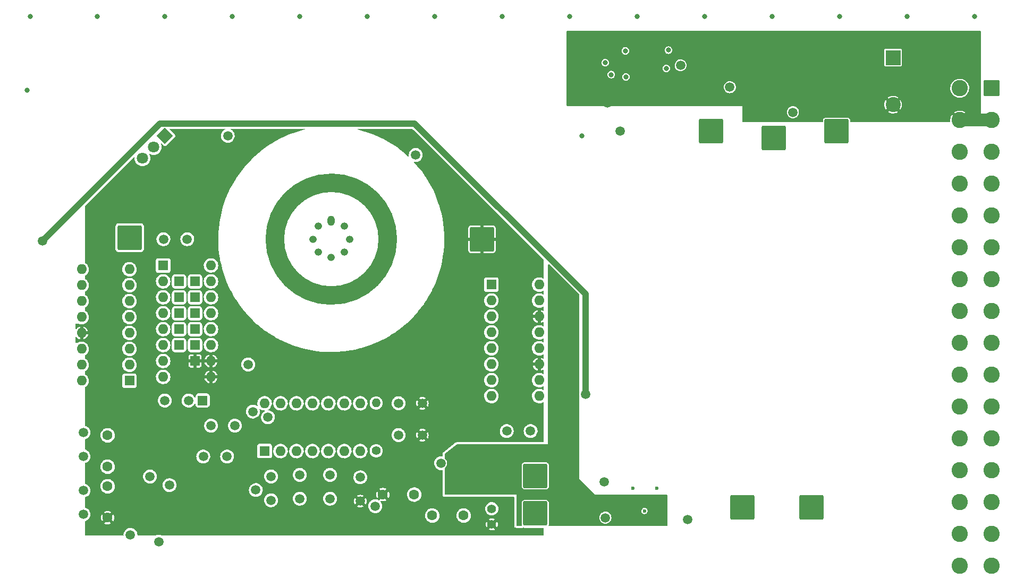
<source format=gbr>
G04 #@! TF.GenerationSoftware,KiCad,Pcbnew,(6.0.5)*
G04 #@! TF.CreationDate,2022-08-15T10:11:38+02:00*
G04 #@! TF.ProjectId,ADRmu,4144526d-752e-46b6-9963-61645f706362,0.6*
G04 #@! TF.SameCoordinates,Original*
G04 #@! TF.FileFunction,Copper,L2,Inr*
G04 #@! TF.FilePolarity,Positive*
%FSLAX46Y46*%
G04 Gerber Fmt 4.6, Leading zero omitted, Abs format (unit mm)*
G04 Created by KiCad (PCBNEW (6.0.5)) date 2022-08-15 10:11:38*
%MOMM*%
%LPD*%
G01*
G04 APERTURE LIST*
G04 Aperture macros list*
%AMRoundRect*
0 Rectangle with rounded corners*
0 $1 Rounding radius*
0 $2 $3 $4 $5 $6 $7 $8 $9 X,Y pos of 4 corners*
0 Add a 4 corners polygon primitive as box body*
4,1,4,$2,$3,$4,$5,$6,$7,$8,$9,$2,$3,0*
0 Add four circle primitives for the rounded corners*
1,1,$1+$1,$2,$3*
1,1,$1+$1,$4,$5*
1,1,$1+$1,$6,$7*
1,1,$1+$1,$8,$9*
0 Add four rect primitives between the rounded corners*
20,1,$1+$1,$2,$3,$4,$5,0*
20,1,$1+$1,$4,$5,$6,$7,0*
20,1,$1+$1,$6,$7,$8,$9,0*
20,1,$1+$1,$8,$9,$2,$3,0*%
%AMHorizOval*
0 Thick line with rounded ends*
0 $1 width*
0 $2 $3 position (X,Y) of the first rounded end (center of the circle)*
0 $4 $5 position (X,Y) of the second rounded end (center of the circle)*
0 Add line between two ends*
20,1,$1,$2,$3,$4,$5,0*
0 Add two circle primitives to create the rounded ends*
1,1,$1,$2,$3*
1,1,$1,$4,$5*%
%AMRotRect*
0 Rectangle, with rotation*
0 The origin of the aperture is its center*
0 $1 length*
0 $2 width*
0 $3 Rotation angle, in degrees counterclockwise*
0 Add horizontal line*
21,1,$1,$2,0,0,$3*%
G04 Aperture macros list end*
G04 #@! TA.AperFunction,NonConductor*
%ADD10C,3.000000*%
G04 #@! TD*
G04 #@! TA.AperFunction,ComponentPad*
%ADD11R,1.600000X1.600000*%
G04 #@! TD*
G04 #@! TA.AperFunction,ComponentPad*
%ADD12O,1.600000X1.600000*%
G04 #@! TD*
G04 #@! TA.AperFunction,ComponentPad*
%ADD13C,1.500000*%
G04 #@! TD*
G04 #@! TA.AperFunction,ComponentPad*
%ADD14C,1.600000*%
G04 #@! TD*
G04 #@! TA.AperFunction,ComponentPad*
%ADD15RoundRect,0.250002X1.699998X1.699998X-1.699998X1.699998X-1.699998X-1.699998X1.699998X-1.699998X0*%
G04 #@! TD*
G04 #@! TA.AperFunction,ComponentPad*
%ADD16RoundRect,0.250002X-1.699998X-1.699998X1.699998X-1.699998X1.699998X1.699998X-1.699998X1.699998X0*%
G04 #@! TD*
G04 #@! TA.AperFunction,ComponentPad*
%ADD17RoundRect,0.250000X-0.550000X-0.550000X0.550000X-0.550000X0.550000X0.550000X-0.550000X0.550000X0*%
G04 #@! TD*
G04 #@! TA.AperFunction,ComponentPad*
%ADD18RoundRect,0.250000X-1.050000X1.050000X-1.050000X-1.050000X1.050000X-1.050000X1.050000X1.050000X0*%
G04 #@! TD*
G04 #@! TA.AperFunction,ComponentPad*
%ADD19C,2.600000*%
G04 #@! TD*
G04 #@! TA.AperFunction,ComponentPad*
%ADD20C,1.400000*%
G04 #@! TD*
G04 #@! TA.AperFunction,ComponentPad*
%ADD21O,1.400000X1.400000*%
G04 #@! TD*
G04 #@! TA.AperFunction,ComponentPad*
%ADD22RotRect,1.800000X1.800000X225.000000*%
G04 #@! TD*
G04 #@! TA.AperFunction,ComponentPad*
%ADD23HorizOval,1.800000X0.000000X0.000000X0.000000X0.000000X0*%
G04 #@! TD*
G04 #@! TA.AperFunction,ComponentPad*
%ADD24R,2.400000X2.400000*%
G04 #@! TD*
G04 #@! TA.AperFunction,ComponentPad*
%ADD25C,2.400000*%
G04 #@! TD*
G04 #@! TA.AperFunction,ComponentPad*
%ADD26O,1.200000X1.600000*%
G04 #@! TD*
G04 #@! TA.AperFunction,ComponentPad*
%ADD27O,1.200000X1.200000*%
G04 #@! TD*
G04 #@! TA.AperFunction,ViaPad*
%ADD28C,1.500000*%
G04 #@! TD*
G04 #@! TA.AperFunction,ViaPad*
%ADD29C,0.800000*%
G04 #@! TD*
G04 #@! TA.AperFunction,ViaPad*
%ADD30C,0.600000*%
G04 #@! TD*
G04 #@! TA.AperFunction,Conductor*
%ADD31C,2.000000*%
G04 #@! TD*
G04 #@! TA.AperFunction,Conductor*
%ADD32C,1.000000*%
G04 #@! TD*
G04 APERTURE END LIST*
D10*
X128499624Y-87249000D02*
G75*
G03*
X128499624Y-87249000I-9000000J0D01*
G01*
D11*
G04 #@! TO.N,/ref/RN212_Pin2*
G04 #@! TO.C,RN202*
X145000000Y-94500000D03*
D12*
G04 #@! TO.N,/ref/U203_-in*
X145000000Y-97040000D03*
X145000000Y-99580000D03*
X145000000Y-102120000D03*
X145000000Y-104660000D03*
X145000000Y-107200000D03*
X145000000Y-109740000D03*
X145000000Y-112280000D03*
G04 #@! TO.N,/ref/RN202_Pin9*
X152620000Y-112280000D03*
G04 #@! TO.N,/ref/10Vsense*
X152620000Y-109740000D03*
G04 #@! TO.N,/ref/ADR_Pin7*
X152620000Y-107200000D03*
G04 #@! TO.N,/ref/10Vsense*
X152620000Y-104660000D03*
X152620000Y-102120000D03*
G04 #@! TO.N,/ref/ADR_Pin7*
X152620000Y-99580000D03*
G04 #@! TO.N,/ref/10Vsense*
X152620000Y-97040000D03*
X152620000Y-94500000D03*
G04 #@! TD*
D13*
G04 #@! TO.N,/ref/ADR_Pin6*
G04 #@! TO.C,R202*
X92950000Y-113000000D03*
G04 #@! TO.N,/ref/JP201_Pin1*
X96750000Y-113000000D03*
G04 #@! TD*
D14*
G04 #@! TO.N,/ref/U203_+in*
G04 #@! TO.C,C206*
X132710624Y-128000000D03*
G04 #@! TO.N,/ref/ADR_Pin7*
X127710624Y-128000000D03*
G04 #@! TD*
D15*
G04 #@! TO.N,/DC-DC/xformer_B*
G04 #@! TO.C,J305*
X196000000Y-130000000D03*
G04 #@! TD*
D16*
G04 #@! TO.N,/DC-DC/U302_cola*
G04 #@! TO.C,J301*
X200000000Y-70000000D03*
G04 #@! TD*
D17*
G04 #@! TO.N,/ref/RN201_Pin15*
G04 #@! TO.C,J210*
X97790000Y-93980000D03*
G04 #@! TD*
D18*
G04 #@! TO.N,+12V*
G04 #@! TO.C,J101*
X224700000Y-63170000D03*
D19*
G04 #@! TO.N,GND*
X224700000Y-68250000D03*
G04 #@! TO.N,unconnected-(J101-Pada6)*
X224700000Y-73330000D03*
G04 #@! TO.N,unconnected-(J101-Pada8)*
X224700000Y-78410000D03*
G04 #@! TO.N,/DC-DC/sync*
X224700000Y-83490000D03*
G04 #@! TO.N,GND*
X224700000Y-88570000D03*
G04 #@! TO.N,unconnected-(J101-Pada14)*
X224700000Y-93650000D03*
G04 #@! TO.N,/DC-DC/SCL*
X224700000Y-98730000D03*
G04 #@! TO.N,/DC-DC/SDA*
X224700000Y-103810000D03*
G04 #@! TO.N,unconnected-(J101-Pada20)*
X224700000Y-108890000D03*
G04 #@! TO.N,unconnected-(J101-Pada22)*
X224700000Y-113970000D03*
G04 #@! TO.N,Earth*
X224700000Y-119050000D03*
G04 #@! TO.N,GNDA*
X224700000Y-124130000D03*
G04 #@! TO.N,/ref/ADR_Pin7*
X224700000Y-129210000D03*
G04 #@! TO.N,/ref/10Vsense*
X224700000Y-134290000D03*
G04 #@! TO.N,/ref/10Vforce*
X224700000Y-139370000D03*
G04 #@! TO.N,+12V*
X219620000Y-63170000D03*
G04 #@! TO.N,GND*
X219620000Y-68250000D03*
G04 #@! TO.N,unconnected-(J101-Padc6)*
X219620000Y-73330000D03*
G04 #@! TO.N,unconnected-(J101-Padc8)*
X219620000Y-78410000D03*
G04 #@! TO.N,/DC-DC/sync*
X219620000Y-83490000D03*
G04 #@! TO.N,GND*
X219620000Y-88570000D03*
G04 #@! TO.N,unconnected-(J101-Padc14)*
X219620000Y-93650000D03*
G04 #@! TO.N,/DC-DC/SCL*
X219620000Y-98730000D03*
G04 #@! TO.N,/DC-DC/SDA*
X219620000Y-103810000D03*
G04 #@! TO.N,unconnected-(J101-Padc20)*
X219620000Y-108890000D03*
G04 #@! TO.N,unconnected-(J101-Padc22)*
X219620000Y-113970000D03*
G04 #@! TO.N,Earth*
X219620000Y-119050000D03*
G04 #@! TO.N,GNDA*
X219620000Y-124130000D03*
G04 #@! TO.N,/ref/ADR_Pin7*
X219620000Y-129210000D03*
G04 #@! TO.N,/ref/10Vsense*
X219620000Y-134290000D03*
G04 #@! TO.N,/ref/10Vforce*
X219620000Y-139370000D03*
G04 #@! TD*
D13*
G04 #@! TO.N,/ref/RN203_Pin3*
G04 #@! TO.C,R213*
X130200000Y-113429000D03*
G04 #@! TO.N,/ref/ADR_Pin7*
X134000000Y-113429000D03*
G04 #@! TD*
D17*
G04 #@! TO.N,/ref/RN201_Pin11*
G04 #@! TO.C,J208*
X97790000Y-104140000D03*
G04 #@! TD*
D13*
G04 #@! TO.N,/ref/RN203_Pin7*
G04 #@! TO.C,R228*
X124114624Y-125240000D03*
G04 #@! TO.N,/ref/ADR_Pin7*
X124114624Y-129040000D03*
G04 #@! TD*
G04 #@! TO.N,/ref/ADR_Pin5*
G04 #@! TO.C,R217*
X104150000Y-117000000D03*
G04 #@! TO.N,/ref/7Vref*
X100350000Y-117000000D03*
G04 #@! TD*
D14*
G04 #@! TO.N,/ref/U203_out*
G04 #@! TO.C,C208*
X140584624Y-131336000D03*
G04 #@! TO.N,/ref/U203_-in*
X135584624Y-131336000D03*
G04 #@! TD*
D16*
G04 #@! TO.N,/ref/ADR_Pin7*
G04 #@! TO.C,J105*
X143499624Y-87249000D03*
G04 #@! TD*
D17*
G04 #@! TO.N,/ref/ADR_Pin6*
G04 #@! TO.C,J212*
X95250000Y-104140000D03*
G04 #@! TD*
G04 #@! TO.N,/ref/RN201_Pin12*
G04 #@! TO.C,J207*
X97790000Y-101600000D03*
G04 #@! TD*
D13*
G04 #@! TO.N,/ref/RN203_Pin5*
G04 #@! TO.C,R208*
X114462624Y-124859000D03*
G04 #@! TO.N,/ref/7Vref*
X114462624Y-128659000D03*
G04 #@! TD*
G04 #@! TO.N,/ref/RN203_Pin1*
G04 #@! TO.C,R214*
X109890624Y-125113000D03*
G04 #@! TO.N,/ref/7Vref*
X109890624Y-128913000D03*
G04 #@! TD*
D17*
G04 #@! TO.N,/ref/RN201_Pin2*
G04 #@! TO.C,J204*
X95250000Y-93980000D03*
G04 #@! TD*
G04 #@! TO.N,/ref/RN201_Pin13*
G04 #@! TO.C,J206*
X97790000Y-99060000D03*
G04 #@! TD*
D20*
G04 #@! TO.N,/ref/ADR_Pin3*
G04 #@! TO.C,R233*
X126654624Y-121000000D03*
D21*
G04 #@! TO.N,Net-(JP213-Pad1)*
X126654624Y-113380000D03*
G04 #@! TD*
D20*
G04 #@! TO.N,/ref/ADR_Pin7*
G04 #@! TO.C,C209*
X145069624Y-132750000D03*
G04 #@! TO.N,/ref/10Vforce*
X145069624Y-130250000D03*
G04 #@! TD*
D22*
G04 #@! TO.N,/ref/heater+*
G04 #@! TO.C,Q201*
X93000000Y-70754376D03*
D23*
G04 #@! TO.N,/DC-DC/12Vf*
X91203949Y-72550427D03*
G04 #@! TO.N,/ref/Q201_base*
X89407898Y-74346478D03*
G04 #@! TD*
D17*
G04 #@! TO.N,/ref/RN201_Pin3*
G04 #@! TO.C,J205*
X95250000Y-96520000D03*
G04 #@! TD*
D11*
G04 #@! TO.N,/ref/7Vref*
G04 #@! TO.C,RN201*
X92710000Y-91440000D03*
D12*
G04 #@! TO.N,/ref/RN201_Pin2*
X92710000Y-93980000D03*
G04 #@! TO.N,/ref/RN201_Pin3*
X92710000Y-96520000D03*
G04 #@! TO.N,/ref/RN201_Pin4*
X92710000Y-99060000D03*
G04 #@! TO.N,/ref/RN201_Pin5*
X92710000Y-101600000D03*
G04 #@! TO.N,/ref/ADR_Pin6*
X92710000Y-104140000D03*
X92710000Y-106680000D03*
X92710000Y-109220000D03*
G04 #@! TO.N,/ref/ADR_Pin7*
X100330000Y-109220000D03*
X100330000Y-106680000D03*
G04 #@! TO.N,/ref/RN201_Pin11*
X100330000Y-104140000D03*
G04 #@! TO.N,/ref/RN201_Pin12*
X100330000Y-101600000D03*
G04 #@! TO.N,/ref/RN201_Pin13*
X100330000Y-99060000D03*
G04 #@! TO.N,/ref/RN201_Pin14*
X100330000Y-96520000D03*
G04 #@! TO.N,/ref/RN201_Pin15*
X100330000Y-93980000D03*
X100330000Y-91440000D03*
G04 #@! TD*
D24*
G04 #@! TO.N,+12V*
G04 #@! TO.C,C303*
X209000000Y-58287246D03*
D25*
G04 #@! TO.N,GND*
X209000000Y-65787246D03*
G04 #@! TD*
D13*
G04 #@! TO.N,/ref/RN203_Pin6*
G04 #@! TO.C,R231*
X119288624Y-124859000D03*
G04 #@! TO.N,/ref/10Vsense*
X119288624Y-128659000D03*
G04 #@! TD*
D17*
G04 #@! TO.N,/ref/RN201_Pin4*
G04 #@! TO.C,J202*
X95250000Y-99060000D03*
G04 #@! TD*
D13*
G04 #@! TO.N,/ref/U202A_out*
G04 #@! TO.C,R223*
X80000000Y-127350000D03*
G04 #@! TO.N,/ref/ADR_Pin5*
X80000000Y-131150000D03*
G04 #@! TD*
D16*
G04 #@! TO.N,/ref/7Vref*
G04 #@! TO.C,J104*
X87376000Y-87004376D03*
G04 #@! TD*
D13*
G04 #@! TO.N,/ref/JP214_Pin2*
G04 #@! TO.C,R221*
X147452000Y-117856000D03*
G04 #@! TO.N,/ref/RN202_Pin9*
X151252000Y-117856000D03*
G04 #@! TD*
D16*
G04 #@! TO.N,/ref/10Vforce*
G04 #@! TO.C,J102*
X152000000Y-131000000D03*
G04 #@! TD*
D17*
G04 #@! TO.N,/ref/RN201_Pin5*
G04 #@! TO.C,J211*
X95250000Y-101600000D03*
G04 #@! TD*
G04 #@! TO.N,/ref/JP201_Pin1*
G04 #@! TO.C,J203*
X99000000Y-113000000D03*
G04 #@! TD*
D16*
G04 #@! TO.N,/ref/10Vsense*
G04 #@! TO.C,J103*
X152000000Y-125000000D03*
G04 #@! TD*
D26*
G04 #@! TO.N,/ref/heater+*
G04 #@! TO.C,U201*
X119499624Y-84334000D03*
D27*
G04 #@! TO.N,/ref/heater-*
X117434872Y-85189248D03*
G04 #@! TO.N,/ref/ADR_Pin3*
X116579624Y-87254000D03*
G04 #@! TO.N,/ref/ADR_Pin4*
X117434872Y-89318752D03*
G04 #@! TO.N,/ref/ADR_Pin5*
X119499624Y-90174000D03*
G04 #@! TO.N,/ref/ADR_Pin6*
X121564376Y-89318752D03*
G04 #@! TO.N,/ref/ADR_Pin7*
X122419624Y-87254000D03*
G04 #@! TO.N,/ref/ADR_Pin8*
X121564376Y-85189248D03*
G04 #@! TD*
D16*
G04 #@! TO.N,+12V*
G04 #@! TO.C,J302*
X190000000Y-71100000D03*
G04 #@! TD*
D14*
G04 #@! TO.N,/ref/U202A_out*
G04 #@! TO.C,C205*
X83855624Y-123549000D03*
G04 #@! TO.N,/ref/U202A_-in*
X83855624Y-118549000D03*
G04 #@! TD*
D13*
G04 #@! TO.N,Net-(JP213-Pad1)*
G04 #@! TO.C,R220*
X96550624Y-87249000D03*
G04 #@! TO.N,/ref/7Vref*
X92750624Y-87249000D03*
G04 #@! TD*
D11*
G04 #@! TO.N,/ref/7Vref*
G04 #@! TO.C,RN204*
X87332263Y-109834376D03*
D12*
X87332263Y-107294376D03*
X87332263Y-104754376D03*
G04 #@! TO.N,/ref/ADR_Pin4*
X87332263Y-102214376D03*
G04 #@! TO.N,/ref/RN204_Pin5*
X87332263Y-99674376D03*
G04 #@! TO.N,/ref/ADR_Pin3*
X87332263Y-97134376D03*
G04 #@! TO.N,/ref/7Vref*
X87332263Y-94594376D03*
X87332263Y-92054376D03*
G04 #@! TO.N,/ref/ADR_Pin3*
X79712263Y-92054376D03*
X79712263Y-94594376D03*
G04 #@! TO.N,/ref/RN204_Pin11*
X79712263Y-97134376D03*
G04 #@! TO.N,/ref/ADR_Pin3*
X79712263Y-99674376D03*
G04 #@! TO.N,/ref/ADR_Pin7*
X79712263Y-102214376D03*
G04 #@! TO.N,/ref/ADR_Pin3*
X79712263Y-104754376D03*
X79712263Y-107294376D03*
G04 #@! TO.N,/ref/RN204_Pin16*
X79712263Y-109834376D03*
G04 #@! TD*
D13*
G04 #@! TO.N,/ref/U202A_out*
G04 #@! TO.C,R225*
X80000000Y-121900000D03*
G04 #@! TO.N,/ref/U202A_-in*
X80000000Y-118100000D03*
G04 #@! TD*
D11*
G04 #@! TO.N,/ref/RN203_Pin1*
G04 #@! TO.C,RN203*
X108874624Y-121049000D03*
D12*
G04 #@! TO.N,/ref/RN203_Pin2*
X111414624Y-121049000D03*
G04 #@! TO.N,/ref/RN203_Pin3*
X113954624Y-121049000D03*
G04 #@! TO.N,/ref/RN203_Pin4*
X116494624Y-121049000D03*
G04 #@! TO.N,/ref/RN203_Pin5*
X119034624Y-121049000D03*
G04 #@! TO.N,/ref/RN203_Pin6*
X121574624Y-121049000D03*
G04 #@! TO.N,/ref/RN203_Pin7*
X124114624Y-121049000D03*
G04 #@! TO.N,/ref/U203_-in*
X124114624Y-113429000D03*
X121574624Y-113429000D03*
G04 #@! TO.N,/ref/ADR_Pin6*
X119034624Y-113429000D03*
X116494624Y-113429000D03*
G04 #@! TO.N,/ref/ADR_Pin4*
X113954624Y-113429000D03*
G04 #@! TO.N,/ref/ADR_Pin8*
X111414624Y-113429000D03*
G04 #@! TO.N,/ref/ADR_Pin5*
X108874624Y-113429000D03*
G04 #@! TD*
D15*
G04 #@! TO.N,/DC-DC/xformer_A*
G04 #@! TO.C,J304*
X185000000Y-130000000D03*
G04 #@! TD*
D13*
G04 #@! TO.N,/ref/RN203_Pin2*
G04 #@! TO.C,R211*
X102900000Y-121918000D03*
G04 #@! TO.N,/ref/7Vref*
X99100000Y-121918000D03*
G04 #@! TD*
D17*
G04 #@! TO.N,/ref/RN201_Pin14*
G04 #@! TO.C,J201*
X97790000Y-96520000D03*
G04 #@! TD*
D13*
G04 #@! TO.N,/ref/RN203_Pin4*
G04 #@! TO.C,R207*
X130200000Y-118509000D03*
G04 #@! TO.N,/ref/ADR_Pin7*
X134000000Y-118509000D03*
G04 #@! TD*
D14*
G04 #@! TO.N,/ref/ADR_Pin7*
G04 #@! TO.C,C204*
X83855624Y-131677000D03*
G04 #@! TO.N,/ref/ADR_Pin5*
X83855624Y-126677000D03*
G04 #@! TD*
D16*
G04 #@! TO.N,/DC-DC/U302_colb*
G04 #@! TO.C,J303*
X180000000Y-70000000D03*
G04 #@! TD*
D17*
G04 #@! TO.N,/ref/ADR_Pin7*
G04 #@! TO.C,J209*
X97790000Y-106680000D03*
G04 #@! TD*
D28*
G04 #@! TO.N,+12V*
X193054000Y-67000000D03*
X183000000Y-63000000D03*
G04 #@! TO.N,GND*
X163500000Y-65500000D03*
X198000000Y-64000000D03*
D29*
X159399020Y-70795492D03*
D28*
X190100000Y-58000000D03*
X165500000Y-70000000D03*
D29*
X171474200Y-59835200D03*
X169493000Y-56885100D03*
D28*
X179000000Y-64000000D03*
X178000000Y-54850500D03*
X186958000Y-67000000D03*
D29*
X71000000Y-63500000D03*
G04 #@! TO.N,+3V3*
X164095965Y-60995401D03*
X163137704Y-59096575D03*
D28*
X175163700Y-59500000D03*
D29*
X172864700Y-60000000D03*
X166442563Y-61352349D03*
G04 #@! TO.N,/DC-DC/SCL*
X166343400Y-57193600D03*
G04 #@! TO.N,/DC-DC/SDA*
X173201400Y-57092000D03*
D28*
G04 #@! TO.N,/ref/ADR_Pin8*
X132948624Y-73805000D03*
G04 #@! TO.N,/ref/ADR_Pin6*
X107004317Y-114754317D03*
D29*
G04 #@! TO.N,/ref/ADR_Pin7*
X139566000Y-118364000D03*
D28*
X95500000Y-133500000D03*
G04 #@! TO.N,/ref/ADR_Pin5*
X109413159Y-115654306D03*
G04 #@! TO.N,/ref/ADR_Pin4*
X106250000Y-107250000D03*
D29*
G04 #@! TO.N,/DC-DC/12Vf*
X172212000Y-129540000D03*
D28*
X93726000Y-126492000D03*
D29*
X163068000Y-129032000D03*
X160020000Y-129032000D03*
D28*
X155500000Y-94750000D03*
X138606644Y-126000000D03*
G04 #@! TO.N,/ref/heater+*
X92000000Y-135500000D03*
G04 #@! TO.N,/ref/U203_+in*
X126500000Y-129850980D03*
G04 #@! TO.N,/DC-DC/status_LED*
X73500000Y-87500000D03*
X160000000Y-112000000D03*
G04 #@! TO.N,/ref/Q201_base*
X87500000Y-134404387D03*
G04 #@! TO.N,/ref/7Vref*
X107477624Y-127272000D03*
D29*
G04 #@! TO.N,Earth*
X168250000Y-51750000D03*
X189750000Y-51750000D03*
X179000000Y-51750000D03*
X136000000Y-51750000D03*
X82250000Y-51750000D03*
X222000000Y-51750000D03*
X157500000Y-51750000D03*
X93000000Y-51750000D03*
X146750000Y-51750000D03*
X103750000Y-51750000D03*
X114500000Y-51750000D03*
X71500000Y-51750000D03*
X211250000Y-51750000D03*
X200500000Y-51750000D03*
X125250000Y-51750000D03*
D30*
G04 #@! TO.N,GNDA*
X167555000Y-126952000D03*
D28*
X103000000Y-70754376D03*
X163000000Y-126000000D03*
X163170313Y-131687157D03*
X90613164Y-125118961D03*
X137000000Y-123000000D03*
D30*
X169379500Y-130620500D03*
D28*
X176250000Y-132000000D03*
D30*
X171365000Y-126952000D03*
G04 #@! TD*
D31*
G04 #@! TO.N,GND*
X224700000Y-68250000D02*
X219620000Y-68250000D01*
D32*
G04 #@! TO.N,/DC-DC/status_LED*
X92217936Y-68782064D02*
X132782064Y-68782064D01*
X132782064Y-68782064D02*
X160000000Y-96000000D01*
X73500000Y-87500000D02*
X92217936Y-68782064D01*
X160000000Y-96000000D02*
X160000000Y-112000000D01*
G04 #@! TD*
G04 #@! TA.AperFunction,Conductor*
G04 #@! TO.N,GND*
G36*
X222942121Y-54020002D02*
G01*
X222988614Y-54073658D01*
X223000000Y-54126000D01*
X223000000Y-68474000D01*
X222979998Y-68542121D01*
X222926342Y-68588614D01*
X222874000Y-68600000D01*
X221230621Y-68600000D01*
X221162500Y-68579998D01*
X221116007Y-68526342D01*
X221105699Y-68457554D01*
X221122907Y-68326848D01*
X221123426Y-68320174D01*
X221125059Y-68253365D01*
X221124865Y-68246647D01*
X221105354Y-68009322D01*
X221103671Y-67999160D01*
X221046100Y-67769956D01*
X221042782Y-67760209D01*
X220948547Y-67543483D01*
X220943677Y-67534401D01*
X220855761Y-67398503D01*
X220845074Y-67389299D01*
X220835509Y-67393702D01*
X219709095Y-68520115D01*
X219646783Y-68554141D01*
X219575967Y-68549076D01*
X219530905Y-68520115D01*
X218407658Y-67396869D01*
X218396122Y-67390570D01*
X218383838Y-67400194D01*
X218314205Y-67502272D01*
X218309112Y-67511236D01*
X218209611Y-67725593D01*
X218206054Y-67735261D01*
X218142901Y-67962982D01*
X218140970Y-67973102D01*
X218115857Y-68208093D01*
X218115605Y-68218382D01*
X218129209Y-68454309D01*
X218129512Y-68456464D01*
X218129384Y-68457337D01*
X218129507Y-68459475D01*
X218129066Y-68459500D01*
X218119185Y-68526706D01*
X218072522Y-68580214D01*
X218004738Y-68600000D01*
X202276500Y-68600000D01*
X202208379Y-68579998D01*
X202161886Y-68526342D01*
X202150500Y-68474000D01*
X202150500Y-68246168D01*
X202147519Y-68214633D01*
X202102634Y-68086817D01*
X202097043Y-68079247D01*
X202097041Y-68079244D01*
X202027741Y-67985422D01*
X202022149Y-67977851D01*
X201971701Y-67940589D01*
X201920756Y-67902959D01*
X201920753Y-67902957D01*
X201913183Y-67897366D01*
X201785367Y-67852481D01*
X201777721Y-67851758D01*
X201777720Y-67851758D01*
X201771750Y-67851194D01*
X201753832Y-67849500D01*
X198246168Y-67849500D01*
X198228250Y-67851194D01*
X198222280Y-67851758D01*
X198222279Y-67851758D01*
X198214633Y-67852481D01*
X198086817Y-67897366D01*
X198079247Y-67902957D01*
X198079244Y-67902959D01*
X198028299Y-67940589D01*
X197977851Y-67977851D01*
X197972259Y-67985422D01*
X197902959Y-68079244D01*
X197902957Y-68079247D01*
X197897366Y-68086817D01*
X197852481Y-68214633D01*
X197849500Y-68246168D01*
X197849500Y-68474000D01*
X197829498Y-68542121D01*
X197775842Y-68588614D01*
X197723500Y-68600000D01*
X185126000Y-68600000D01*
X185057879Y-68579998D01*
X185011386Y-68526342D01*
X185000000Y-68474000D01*
X185000000Y-66986665D01*
X192098994Y-66986665D01*
X192099510Y-66992809D01*
X192111402Y-67134420D01*
X192114592Y-67172414D01*
X192165971Y-67351595D01*
X192251176Y-67517385D01*
X192366959Y-67663468D01*
X192508912Y-67784279D01*
X192671627Y-67875217D01*
X192848907Y-67932819D01*
X193033998Y-67954890D01*
X193040133Y-67954418D01*
X193040135Y-67954418D01*
X193213710Y-67941062D01*
X193213715Y-67941061D01*
X193219851Y-67940589D01*
X193225781Y-67938933D01*
X193225783Y-67938933D01*
X193374659Y-67897366D01*
X193399387Y-67890462D01*
X193565768Y-67806417D01*
X193590255Y-67787286D01*
X193707794Y-67695454D01*
X193707795Y-67695453D01*
X193712655Y-67691656D01*
X193834454Y-67550550D01*
X193856788Y-67511236D01*
X193919868Y-67400194D01*
X193926526Y-67388474D01*
X193985364Y-67211601D01*
X193994751Y-67137296D01*
X194008285Y-67030170D01*
X194008286Y-67030163D01*
X194008727Y-67026668D01*
X194009099Y-67000000D01*
X194003491Y-66942804D01*
X208209272Y-66942804D01*
X208214553Y-66949858D01*
X208388549Y-67051534D01*
X208397832Y-67055981D01*
X208603243Y-67134420D01*
X208613141Y-67137296D01*
X208828605Y-67181132D01*
X208838833Y-67182351D01*
X209058562Y-67190409D01*
X209068848Y-67189942D01*
X209286946Y-67162003D01*
X209297024Y-67159861D01*
X209507625Y-67096677D01*
X209517223Y-67092916D01*
X209655858Y-67024999D01*
X218759796Y-67024999D01*
X218766540Y-67037329D01*
X219607189Y-67877979D01*
X219621132Y-67885592D01*
X219622966Y-67885461D01*
X219629580Y-67881210D01*
X220474498Y-67036291D01*
X220481515Y-67023440D01*
X220473741Y-67012770D01*
X220456987Y-66999538D01*
X220448409Y-66993839D01*
X220241518Y-66879630D01*
X220232119Y-66875405D01*
X220009357Y-66796520D01*
X219999386Y-66793886D01*
X219766736Y-66752446D01*
X219756482Y-66751476D01*
X219520177Y-66748588D01*
X219509893Y-66749308D01*
X219276300Y-66785053D01*
X219266272Y-66787442D01*
X219041652Y-66860859D01*
X219032143Y-66864856D01*
X218822535Y-66973971D01*
X218813810Y-66979465D01*
X218768249Y-67013674D01*
X218759796Y-67024999D01*
X209655858Y-67024999D01*
X209714679Y-66996183D01*
X209723524Y-66990910D01*
X209779360Y-66951082D01*
X209787760Y-66940383D01*
X209780773Y-66927229D01*
X209012812Y-66159268D01*
X208998868Y-66151654D01*
X208997035Y-66151785D01*
X208990420Y-66156036D01*
X208216032Y-66930424D01*
X208209272Y-66942804D01*
X194003491Y-66942804D01*
X193990909Y-66814487D01*
X193989128Y-66808588D01*
X193989127Y-66808583D01*
X193938814Y-66641939D01*
X193937033Y-66636040D01*
X193849522Y-66471456D01*
X193845632Y-66466686D01*
X193845629Y-66466682D01*
X193735605Y-66331780D01*
X193735602Y-66331777D01*
X193731710Y-66327005D01*
X193726056Y-66322327D01*
X193592834Y-66212116D01*
X193588085Y-66208187D01*
X193424116Y-66119529D01*
X193335083Y-66091969D01*
X193251936Y-66066231D01*
X193251933Y-66066230D01*
X193246049Y-66064409D01*
X193239924Y-66063765D01*
X193239923Y-66063765D01*
X193066796Y-66045568D01*
X193066795Y-66045568D01*
X193060668Y-66044924D01*
X192982549Y-66052033D01*
X192881171Y-66061259D01*
X192881168Y-66061260D01*
X192875032Y-66061818D01*
X192869122Y-66063557D01*
X192869119Y-66063558D01*
X192702129Y-66112707D01*
X192696214Y-66114448D01*
X192531023Y-66200807D01*
X192526223Y-66204667D01*
X192526222Y-66204667D01*
X192490817Y-66233134D01*
X192385752Y-66317608D01*
X192265935Y-66460401D01*
X192262971Y-66465793D01*
X192262968Y-66465797D01*
X192204096Y-66572886D01*
X192176135Y-66623746D01*
X192174274Y-66629613D01*
X192174273Y-66629615D01*
X192135309Y-66752446D01*
X192119772Y-66801424D01*
X192098994Y-66986665D01*
X185000000Y-66986665D01*
X185000000Y-66000000D01*
X157126000Y-66000000D01*
X157057879Y-65979998D01*
X157011386Y-65926342D01*
X157000000Y-65874000D01*
X157000000Y-65758080D01*
X207595918Y-65758080D01*
X207608575Y-65977587D01*
X207610011Y-65987808D01*
X207658349Y-66202296D01*
X207661428Y-66212124D01*
X207744153Y-66415851D01*
X207748796Y-66425042D01*
X207835916Y-66567210D01*
X207846372Y-66576670D01*
X207855150Y-66572886D01*
X208627978Y-65800058D01*
X208634356Y-65788378D01*
X209364408Y-65788378D01*
X209364539Y-65790211D01*
X209368790Y-65796826D01*
X210140570Y-66568606D01*
X210152580Y-66575164D01*
X210164321Y-66566194D01*
X210201128Y-66514972D01*
X210206439Y-66506132D01*
X210303854Y-66309028D01*
X210307653Y-66299433D01*
X210371568Y-66089067D01*
X210373747Y-66078986D01*
X210402684Y-65859191D01*
X210403203Y-65852518D01*
X210404716Y-65790611D01*
X210404522Y-65783892D01*
X210386359Y-65562967D01*
X210384674Y-65552787D01*
X210331111Y-65339546D01*
X210327786Y-65329780D01*
X210240118Y-65128157D01*
X210235240Y-65119060D01*
X210163438Y-65008070D01*
X210152752Y-64998867D01*
X210143185Y-65003271D01*
X209372022Y-65774434D01*
X209364408Y-65788378D01*
X208634356Y-65788378D01*
X208635592Y-65786114D01*
X208635461Y-65784281D01*
X208631210Y-65777666D01*
X207859624Y-65006080D01*
X207848088Y-64999780D01*
X207835805Y-65009403D01*
X207781447Y-65089088D01*
X207776359Y-65098044D01*
X207683786Y-65297477D01*
X207680223Y-65307164D01*
X207621467Y-65519029D01*
X207619536Y-65529150D01*
X207596169Y-65747792D01*
X207595918Y-65758080D01*
X157000000Y-65758080D01*
X157000000Y-64633673D01*
X208211223Y-64633673D01*
X208217969Y-64646005D01*
X208987188Y-65415224D01*
X209001132Y-65422838D01*
X209002965Y-65422707D01*
X209009580Y-65418456D01*
X209783294Y-64644742D01*
X209790314Y-64631886D01*
X209782540Y-64621217D01*
X209781459Y-64620363D01*
X209772876Y-64614661D01*
X209580393Y-64508404D01*
X209570981Y-64504174D01*
X209363725Y-64430780D01*
X209353755Y-64428146D01*
X209137293Y-64389590D01*
X209127039Y-64388620D01*
X208907176Y-64385933D01*
X208896891Y-64386653D01*
X208679553Y-64419910D01*
X208669526Y-64422299D01*
X208460538Y-64490606D01*
X208451029Y-64494603D01*
X208256006Y-64596126D01*
X208247276Y-64601625D01*
X208219677Y-64622347D01*
X208211223Y-64633673D01*
X157000000Y-64633673D01*
X157000000Y-62986665D01*
X182044994Y-62986665D01*
X182060592Y-63172414D01*
X182111971Y-63351595D01*
X182114790Y-63357080D01*
X182184712Y-63493132D01*
X182197176Y-63517385D01*
X182312959Y-63663468D01*
X182454912Y-63784279D01*
X182617627Y-63875217D01*
X182794907Y-63932819D01*
X182979998Y-63954890D01*
X182986133Y-63954418D01*
X182986135Y-63954418D01*
X183159710Y-63941062D01*
X183159715Y-63941061D01*
X183165851Y-63940589D01*
X183171781Y-63938933D01*
X183171783Y-63938933D01*
X183339459Y-63892117D01*
X183339458Y-63892117D01*
X183345387Y-63890462D01*
X183511768Y-63806417D01*
X183536255Y-63787286D01*
X183653794Y-63695454D01*
X183653795Y-63695453D01*
X183658655Y-63691656D01*
X183780454Y-63550550D01*
X183872526Y-63388474D01*
X183931364Y-63211601D01*
X183938106Y-63158231D01*
X183941267Y-63133214D01*
X218114806Y-63133214D01*
X218129010Y-63379545D01*
X218130147Y-63384591D01*
X218130148Y-63384597D01*
X218152336Y-63483051D01*
X218183255Y-63620249D01*
X218276084Y-63848861D01*
X218278789Y-63853276D01*
X218278790Y-63853277D01*
X218325289Y-63929155D01*
X218405006Y-64059241D01*
X218566557Y-64245741D01*
X218756399Y-64403351D01*
X218969433Y-64527838D01*
X218974253Y-64529678D01*
X218974258Y-64529681D01*
X219088547Y-64573323D01*
X219199939Y-64615859D01*
X219205007Y-64616890D01*
X219205010Y-64616891D01*
X219287496Y-64633673D01*
X219441726Y-64665052D01*
X219446899Y-64665242D01*
X219446902Y-64665242D01*
X219683136Y-64673904D01*
X219683140Y-64673904D01*
X219688300Y-64674093D01*
X219693420Y-64673437D01*
X219693422Y-64673437D01*
X219769703Y-64663665D01*
X219933041Y-64642741D01*
X219937990Y-64641256D01*
X219937996Y-64641255D01*
X220164424Y-64573323D01*
X220164423Y-64573323D01*
X220169374Y-64571838D01*
X220298859Y-64508404D01*
X220386303Y-64465566D01*
X220386308Y-64465563D01*
X220390954Y-64463287D01*
X220395164Y-64460284D01*
X220395169Y-64460281D01*
X220587617Y-64323009D01*
X220587622Y-64323005D01*
X220591829Y-64320004D01*
X220766605Y-64145837D01*
X220910588Y-63945463D01*
X220913816Y-63938933D01*
X221017617Y-63728905D01*
X221019911Y-63724264D01*
X221071273Y-63555212D01*
X221090135Y-63493132D01*
X221090136Y-63493126D01*
X221091639Y-63488180D01*
X221123845Y-63243550D01*
X221125643Y-63170000D01*
X221113569Y-63023145D01*
X221105849Y-62929240D01*
X221105848Y-62929234D01*
X221105425Y-62924089D01*
X221045316Y-62684783D01*
X220946928Y-62458507D01*
X220812905Y-62251339D01*
X220786635Y-62222468D01*
X220760243Y-62193464D01*
X220646846Y-62068842D01*
X220642795Y-62065643D01*
X220642791Y-62065639D01*
X220457264Y-61919119D01*
X220457259Y-61919116D01*
X220453210Y-61915918D01*
X220448694Y-61913425D01*
X220448691Y-61913423D01*
X220241722Y-61799170D01*
X220241718Y-61799168D01*
X220237198Y-61796673D01*
X220232329Y-61794949D01*
X220232325Y-61794947D01*
X220009485Y-61716035D01*
X220009481Y-61716034D01*
X220004610Y-61714309D01*
X219999517Y-61713402D01*
X219999514Y-61713401D01*
X219766783Y-61671945D01*
X219766777Y-61671944D01*
X219761694Y-61671039D01*
X219682324Y-61670069D01*
X219520142Y-61668088D01*
X219520140Y-61668088D01*
X219514972Y-61668025D01*
X219271070Y-61705347D01*
X219036540Y-61782003D01*
X219031948Y-61784393D01*
X219031949Y-61784393D01*
X218854274Y-61876885D01*
X218817679Y-61895935D01*
X218813546Y-61899038D01*
X218813543Y-61899040D01*
X218624499Y-62040978D01*
X218620364Y-62044083D01*
X218616792Y-62047821D01*
X218459789Y-62212116D01*
X218449896Y-62222468D01*
X218446982Y-62226740D01*
X218446981Y-62226741D01*
X218427238Y-62255683D01*
X218310851Y-62426300D01*
X218287364Y-62476898D01*
X218216476Y-62629615D01*
X218206965Y-62650104D01*
X218141026Y-62887871D01*
X218114806Y-63133214D01*
X183941267Y-63133214D01*
X183954285Y-63030170D01*
X183954286Y-63030163D01*
X183954727Y-63026668D01*
X183955099Y-63000000D01*
X183936909Y-62814487D01*
X183935128Y-62808588D01*
X183935127Y-62808583D01*
X183884814Y-62641939D01*
X183883033Y-62636040D01*
X183795522Y-62471456D01*
X183791632Y-62466686D01*
X183791629Y-62466682D01*
X183681605Y-62331780D01*
X183681602Y-62331777D01*
X183677710Y-62327005D01*
X183672056Y-62322327D01*
X183556513Y-62226741D01*
X183534085Y-62208187D01*
X183370116Y-62119529D01*
X183281083Y-62091969D01*
X183197936Y-62066231D01*
X183197933Y-62066230D01*
X183192049Y-62064409D01*
X183185924Y-62063765D01*
X183185923Y-62063765D01*
X183012796Y-62045568D01*
X183012795Y-62045568D01*
X183006668Y-62044924D01*
X182928549Y-62052033D01*
X182827171Y-62061259D01*
X182827168Y-62061260D01*
X182821032Y-62061818D01*
X182815122Y-62063557D01*
X182815119Y-62063558D01*
X182648129Y-62112707D01*
X182642214Y-62114448D01*
X182477023Y-62200807D01*
X182331752Y-62317608D01*
X182211935Y-62460401D01*
X182208971Y-62465793D01*
X182208968Y-62465797D01*
X182134256Y-62601699D01*
X182122135Y-62623746D01*
X182120274Y-62629613D01*
X182120273Y-62629615D01*
X182067634Y-62795554D01*
X182065772Y-62801424D01*
X182044994Y-62986665D01*
X157000000Y-62986665D01*
X157000000Y-60995401D01*
X163490283Y-60995401D01*
X163510921Y-61152163D01*
X163571429Y-61298242D01*
X163667683Y-61423683D01*
X163793124Y-61519937D01*
X163939203Y-61580445D01*
X164095965Y-61601083D01*
X164104153Y-61600005D01*
X164244539Y-61581523D01*
X164252727Y-61580445D01*
X164398806Y-61519937D01*
X164524247Y-61423683D01*
X164578983Y-61352349D01*
X165836881Y-61352349D01*
X165857519Y-61509111D01*
X165918027Y-61655190D01*
X166014281Y-61780631D01*
X166139722Y-61876885D01*
X166285801Y-61937393D01*
X166442563Y-61958031D01*
X166450751Y-61956953D01*
X166591137Y-61938471D01*
X166599325Y-61937393D01*
X166745404Y-61876885D01*
X166870845Y-61780631D01*
X166967099Y-61655190D01*
X167027607Y-61509111D01*
X167048245Y-61352349D01*
X167027607Y-61195587D01*
X166967099Y-61049508D01*
X166870845Y-60924067D01*
X166745404Y-60827813D01*
X166599325Y-60767305D01*
X166442563Y-60746667D01*
X166285801Y-60767305D01*
X166139722Y-60827813D01*
X166014281Y-60924067D01*
X165918027Y-61049508D01*
X165857519Y-61195587D01*
X165836881Y-61352349D01*
X164578983Y-61352349D01*
X164620501Y-61298242D01*
X164681009Y-61152163D01*
X164701647Y-60995401D01*
X164681009Y-60838639D01*
X164620501Y-60692560D01*
X164552024Y-60603319D01*
X164529270Y-60573665D01*
X164524247Y-60567119D01*
X164398806Y-60470865D01*
X164252727Y-60410357D01*
X164095965Y-60389719D01*
X163939203Y-60410357D01*
X163793124Y-60470865D01*
X163667683Y-60567119D01*
X163662660Y-60573665D01*
X163639906Y-60603319D01*
X163571429Y-60692560D01*
X163510921Y-60838639D01*
X163490283Y-60995401D01*
X157000000Y-60995401D01*
X157000000Y-60000000D01*
X172259018Y-60000000D01*
X172279656Y-60156762D01*
X172282816Y-60164391D01*
X172287232Y-60175053D01*
X172340164Y-60302841D01*
X172345191Y-60309392D01*
X172421837Y-60409279D01*
X172436418Y-60428282D01*
X172561859Y-60524536D01*
X172707938Y-60585044D01*
X172864700Y-60605682D01*
X172872888Y-60604604D01*
X173013274Y-60586122D01*
X173021462Y-60585044D01*
X173167541Y-60524536D01*
X173292982Y-60428282D01*
X173307564Y-60409279D01*
X173384209Y-60309392D01*
X173389236Y-60302841D01*
X173442168Y-60175053D01*
X173446584Y-60164391D01*
X173449744Y-60156762D01*
X173470382Y-60000000D01*
X173449744Y-59843238D01*
X173389236Y-59697159D01*
X173292982Y-59571718D01*
X173182138Y-59486665D01*
X174208694Y-59486665D01*
X174224292Y-59672414D01*
X174227241Y-59682697D01*
X174273275Y-59843238D01*
X174275671Y-59851595D01*
X174360876Y-60017385D01*
X174476659Y-60163468D01*
X174618612Y-60284279D01*
X174623990Y-60287285D01*
X174623992Y-60287286D01*
X174699969Y-60329748D01*
X174781327Y-60375217D01*
X174958607Y-60432819D01*
X175143698Y-60454890D01*
X175149833Y-60454418D01*
X175149835Y-60454418D01*
X175323410Y-60441062D01*
X175323415Y-60441061D01*
X175329551Y-60440589D01*
X175335481Y-60438933D01*
X175335483Y-60438933D01*
X175503159Y-60392117D01*
X175503158Y-60392117D01*
X175509087Y-60390462D01*
X175675468Y-60306417D01*
X175699955Y-60287286D01*
X175817494Y-60195454D01*
X175817495Y-60195453D01*
X175822355Y-60191656D01*
X175944154Y-60050550D01*
X176036226Y-59888474D01*
X176095064Y-59711601D01*
X176112736Y-59571718D01*
X176117985Y-59530170D01*
X176117986Y-59530163D01*
X176118427Y-59526668D01*
X176118701Y-59506994D01*
X207599500Y-59506994D01*
X207611133Y-59565477D01*
X207655448Y-59631798D01*
X207721769Y-59676113D01*
X207733938Y-59678534D01*
X207733939Y-59678534D01*
X207774184Y-59686539D01*
X207780252Y-59687746D01*
X210219748Y-59687746D01*
X210225816Y-59686539D01*
X210266061Y-59678534D01*
X210266062Y-59678534D01*
X210278231Y-59676113D01*
X210344552Y-59631798D01*
X210388867Y-59565477D01*
X210400500Y-59506994D01*
X210400500Y-57067498D01*
X210388867Y-57009015D01*
X210344552Y-56942694D01*
X210278231Y-56898379D01*
X210266062Y-56895958D01*
X210266061Y-56895958D01*
X210225816Y-56887953D01*
X210219748Y-56886746D01*
X207780252Y-56886746D01*
X207774184Y-56887953D01*
X207733939Y-56895958D01*
X207733938Y-56895958D01*
X207721769Y-56898379D01*
X207655448Y-56942694D01*
X207611133Y-57009015D01*
X207599500Y-57067498D01*
X207599500Y-59506994D01*
X176118701Y-59506994D01*
X176118799Y-59500000D01*
X176100609Y-59314487D01*
X176098828Y-59308588D01*
X176098827Y-59308583D01*
X176048514Y-59141939D01*
X176046733Y-59136040D01*
X175959222Y-58971456D01*
X175955332Y-58966686D01*
X175955329Y-58966682D01*
X175845305Y-58831780D01*
X175845302Y-58831777D01*
X175841410Y-58827005D01*
X175835756Y-58822327D01*
X175702534Y-58712116D01*
X175697785Y-58708187D01*
X175533816Y-58619529D01*
X175396638Y-58577066D01*
X175361636Y-58566231D01*
X175361633Y-58566230D01*
X175355749Y-58564409D01*
X175349624Y-58563765D01*
X175349623Y-58563765D01*
X175176496Y-58545568D01*
X175176495Y-58545568D01*
X175170368Y-58544924D01*
X175092249Y-58552033D01*
X174990871Y-58561259D01*
X174990868Y-58561260D01*
X174984732Y-58561818D01*
X174978822Y-58563557D01*
X174978819Y-58563558D01*
X174811829Y-58612707D01*
X174805914Y-58614448D01*
X174640723Y-58700807D01*
X174495452Y-58817608D01*
X174375635Y-58960401D01*
X174372671Y-58965793D01*
X174372668Y-58965797D01*
X174305274Y-59088387D01*
X174285835Y-59123746D01*
X174283974Y-59129613D01*
X174283973Y-59129615D01*
X174244726Y-59253337D01*
X174229472Y-59301424D01*
X174216383Y-59418116D01*
X174209387Y-59480491D01*
X174208694Y-59486665D01*
X173182138Y-59486665D01*
X173167541Y-59475464D01*
X173021462Y-59414956D01*
X172864700Y-59394318D01*
X172707938Y-59414956D01*
X172561859Y-59475464D01*
X172436418Y-59571718D01*
X172340164Y-59697159D01*
X172279656Y-59843238D01*
X172259018Y-60000000D01*
X157000000Y-60000000D01*
X157000000Y-59096575D01*
X162532022Y-59096575D01*
X162552660Y-59253337D01*
X162613168Y-59399416D01*
X162709422Y-59524857D01*
X162834863Y-59621111D01*
X162980942Y-59681619D01*
X163137704Y-59702257D01*
X163145892Y-59701179D01*
X163286278Y-59682697D01*
X163294466Y-59681619D01*
X163440545Y-59621111D01*
X163565986Y-59524857D01*
X163662240Y-59399416D01*
X163722748Y-59253337D01*
X163743386Y-59096575D01*
X163722748Y-58939813D01*
X163662240Y-58793734D01*
X163565986Y-58668293D01*
X163440545Y-58572039D01*
X163294466Y-58511531D01*
X163137704Y-58490893D01*
X162980942Y-58511531D01*
X162834863Y-58572039D01*
X162709422Y-58668293D01*
X162613168Y-58793734D01*
X162552660Y-58939813D01*
X162532022Y-59096575D01*
X157000000Y-59096575D01*
X157000000Y-57193600D01*
X165737718Y-57193600D01*
X165758356Y-57350362D01*
X165818864Y-57496441D01*
X165823891Y-57502992D01*
X165907159Y-57611509D01*
X165915118Y-57621882D01*
X166040559Y-57718136D01*
X166186638Y-57778644D01*
X166343400Y-57799282D01*
X166351588Y-57798204D01*
X166491974Y-57779722D01*
X166500162Y-57778644D01*
X166646241Y-57718136D01*
X166771682Y-57621882D01*
X166779642Y-57611509D01*
X166862909Y-57502992D01*
X166867936Y-57496441D01*
X166928444Y-57350362D01*
X166949082Y-57193600D01*
X166935706Y-57092000D01*
X172595718Y-57092000D01*
X172616356Y-57248762D01*
X172676864Y-57394841D01*
X172773118Y-57520282D01*
X172898559Y-57616536D01*
X173044638Y-57677044D01*
X173201400Y-57697682D01*
X173209588Y-57696604D01*
X173349974Y-57678122D01*
X173358162Y-57677044D01*
X173504241Y-57616536D01*
X173629682Y-57520282D01*
X173725936Y-57394841D01*
X173786444Y-57248762D01*
X173807082Y-57092000D01*
X173786444Y-56935238D01*
X173725936Y-56789159D01*
X173657459Y-56699918D01*
X173634705Y-56670264D01*
X173629682Y-56663718D01*
X173504241Y-56567464D01*
X173358162Y-56506956D01*
X173201400Y-56486318D01*
X173044638Y-56506956D01*
X172898559Y-56567464D01*
X172773118Y-56663718D01*
X172768095Y-56670264D01*
X172745341Y-56699918D01*
X172676864Y-56789159D01*
X172616356Y-56935238D01*
X172595718Y-57092000D01*
X166935706Y-57092000D01*
X166928444Y-57036838D01*
X166867936Y-56890759D01*
X166771682Y-56765318D01*
X166646241Y-56669064D01*
X166500162Y-56608556D01*
X166343400Y-56587918D01*
X166186638Y-56608556D01*
X166040559Y-56669064D01*
X165915118Y-56765318D01*
X165818864Y-56890759D01*
X165758356Y-57036838D01*
X165737718Y-57193600D01*
X157000000Y-57193600D01*
X157000000Y-54126000D01*
X157020002Y-54057879D01*
X157073658Y-54011386D01*
X157126000Y-54000000D01*
X222874000Y-54000000D01*
X222942121Y-54020002D01*
G37*
G04 #@! TD.AperFunction*
G04 #@! TD*
G04 #@! TA.AperFunction,Conductor*
G04 #@! TO.N,/DC-DC/12Vf*
G36*
X154313650Y-91304306D02*
G01*
X158981694Y-95972350D01*
X159000000Y-96016544D01*
X159000000Y-125500000D01*
X161500000Y-128000000D01*
X172953500Y-128000000D01*
X172997694Y-128018306D01*
X173016000Y-128062500D01*
X173016000Y-132912171D01*
X172997694Y-132956365D01*
X172953500Y-132974671D01*
X154169231Y-132974671D01*
X154125037Y-132956365D01*
X154106731Y-132912171D01*
X154110261Y-132891463D01*
X154146257Y-132788960D01*
X154147519Y-132785367D01*
X154150500Y-132753832D01*
X154150500Y-131673822D01*
X162215307Y-131673822D01*
X162230905Y-131859571D01*
X162282284Y-132038752D01*
X162283680Y-132041468D01*
X162366089Y-132201819D01*
X162366092Y-132201823D01*
X162367489Y-132204542D01*
X162369386Y-132206936D01*
X162369389Y-132206940D01*
X162409270Y-132257257D01*
X162483272Y-132350625D01*
X162625225Y-132471436D01*
X162787940Y-132562374D01*
X162790844Y-132563318D01*
X162790845Y-132563318D01*
X162962307Y-132619030D01*
X162962312Y-132619031D01*
X162965220Y-132619976D01*
X163150311Y-132642047D01*
X163153353Y-132641813D01*
X163153356Y-132641813D01*
X163333113Y-132627981D01*
X163333115Y-132627981D01*
X163336164Y-132627746D01*
X163515700Y-132577619D01*
X163518423Y-132576244D01*
X163518427Y-132576242D01*
X163679361Y-132494948D01*
X163682081Y-132493574D01*
X163684479Y-132491701D01*
X163684483Y-132491698D01*
X163825252Y-132381716D01*
X163828968Y-132378813D01*
X163851588Y-132352608D01*
X163920041Y-132273303D01*
X163950767Y-132237707D01*
X164042839Y-132075631D01*
X164101677Y-131898758D01*
X164125040Y-131713825D01*
X164125412Y-131687157D01*
X164107222Y-131501644D01*
X164053346Y-131323197D01*
X163965835Y-131158613D01*
X163864326Y-131034151D01*
X163849956Y-131016531D01*
X163849951Y-131016526D01*
X163848023Y-131014162D01*
X163827820Y-130997448D01*
X163706754Y-130897293D01*
X163704398Y-130895344D01*
X163701714Y-130893893D01*
X163701710Y-130893890D01*
X163543116Y-130808139D01*
X163543117Y-130808139D01*
X163540429Y-130806686D01*
X163537514Y-130805784D01*
X163537510Y-130805782D01*
X163365281Y-130752469D01*
X163365276Y-130752468D01*
X163362362Y-130751566D01*
X163176981Y-130732081D01*
X163173948Y-130732357D01*
X163173944Y-130732357D01*
X163035222Y-130744982D01*
X162991345Y-130748975D01*
X162988416Y-130749837D01*
X162988411Y-130749838D01*
X162815455Y-130800743D01*
X162815453Y-130800744D01*
X162812527Y-130801605D01*
X162729932Y-130844784D01*
X162650040Y-130886550D01*
X162650037Y-130886552D01*
X162647336Y-130887964D01*
X162502065Y-131004765D01*
X162382248Y-131147558D01*
X162292448Y-131310903D01*
X162236085Y-131488581D01*
X162235744Y-131491619D01*
X162235744Y-131491620D01*
X162234949Y-131498713D01*
X162215307Y-131673822D01*
X154150500Y-131673822D01*
X154150500Y-130614323D01*
X168873891Y-130614323D01*
X168874468Y-130618736D01*
X168874468Y-130618738D01*
X168875627Y-130627602D01*
X168892480Y-130756479D01*
X168894273Y-130760554D01*
X168914572Y-130806686D01*
X168950220Y-130887703D01*
X168953084Y-130891110D01*
X169039607Y-130994043D01*
X169039610Y-130994046D01*
X169042470Y-130997448D01*
X169161813Y-131076890D01*
X169166064Y-131078218D01*
X169294405Y-131118314D01*
X169294408Y-131118314D01*
X169298657Y-131119642D01*
X169303109Y-131119724D01*
X169303111Y-131119724D01*
X169374142Y-131121026D01*
X169441999Y-131122270D01*
X169580317Y-131084560D01*
X169691113Y-131016531D01*
X169698698Y-131011874D01*
X169702491Y-131009545D01*
X169753769Y-130952894D01*
X169795713Y-130906554D01*
X169798700Y-130903254D01*
X169861210Y-130774233D01*
X169863512Y-130760554D01*
X169884596Y-130635229D01*
X169884996Y-130632854D01*
X169885147Y-130620500D01*
X169864823Y-130478582D01*
X169805484Y-130348072D01*
X169711900Y-130239463D01*
X169591595Y-130161485D01*
X169578956Y-130157705D01*
X169545163Y-130147599D01*
X169454239Y-130120407D01*
X169382558Y-130119969D01*
X169315329Y-130119558D01*
X169315328Y-130119558D01*
X169310876Y-130119531D01*
X169173029Y-130158928D01*
X169051780Y-130235430D01*
X169048837Y-130238762D01*
X169048835Y-130238764D01*
X169038912Y-130250000D01*
X168956877Y-130342888D01*
X168895947Y-130472663D01*
X168873891Y-130614323D01*
X154150500Y-130614323D01*
X154150500Y-129246168D01*
X154147519Y-129214633D01*
X154102634Y-129086817D01*
X154022149Y-128977851D01*
X153913183Y-128897366D01*
X153908775Y-128895818D01*
X153908773Y-128895817D01*
X153839307Y-128871423D01*
X153785367Y-128852481D01*
X153768940Y-128850928D01*
X153755296Y-128849638D01*
X153755288Y-128849638D01*
X153753832Y-128849500D01*
X150246168Y-128849500D01*
X150244712Y-128849638D01*
X150244704Y-128849638D01*
X150231060Y-128850928D01*
X150214633Y-128852481D01*
X150160693Y-128871423D01*
X150091227Y-128895817D01*
X150091225Y-128895818D01*
X150086817Y-128897366D01*
X149977851Y-128977851D01*
X149897366Y-129086817D01*
X149852481Y-129214633D01*
X149849500Y-129246168D01*
X149849500Y-132753832D01*
X149852481Y-132785367D01*
X149853743Y-132788960D01*
X149889739Y-132891463D01*
X149887110Y-132939226D01*
X149851477Y-132971141D01*
X149830769Y-132974671D01*
X149062500Y-132974671D01*
X149018306Y-132956365D01*
X149000000Y-132912171D01*
X149000000Y-128000000D01*
X137632500Y-128000000D01*
X137588306Y-127981694D01*
X137570000Y-127937500D01*
X137570000Y-126753832D01*
X149849500Y-126753832D01*
X149852481Y-126785367D01*
X149853743Y-126788960D01*
X149884034Y-126875217D01*
X149897366Y-126913183D01*
X149900142Y-126916942D01*
X149900143Y-126916943D01*
X149917609Y-126940589D01*
X149977851Y-127022149D01*
X150086817Y-127102634D01*
X150091225Y-127104182D01*
X150091227Y-127104183D01*
X150160693Y-127128577D01*
X150214633Y-127147519D01*
X150231060Y-127149072D01*
X150244704Y-127150362D01*
X150244712Y-127150362D01*
X150246168Y-127150500D01*
X153753832Y-127150500D01*
X153755288Y-127150362D01*
X153755296Y-127150362D01*
X153768940Y-127149072D01*
X153785367Y-127147519D01*
X153839307Y-127128577D01*
X153908773Y-127104183D01*
X153908775Y-127104182D01*
X153913183Y-127102634D01*
X154022149Y-127022149D01*
X154082391Y-126940589D01*
X154099857Y-126916943D01*
X154099858Y-126916942D01*
X154102634Y-126913183D01*
X154115967Y-126875217D01*
X154146257Y-126788960D01*
X154147519Y-126785367D01*
X154150500Y-126753832D01*
X154150500Y-123246168D01*
X154147519Y-123214633D01*
X154102634Y-123086817D01*
X154058207Y-123026668D01*
X154024924Y-122981608D01*
X154022149Y-122977851D01*
X153913183Y-122897366D01*
X153908775Y-122895818D01*
X153908773Y-122895817D01*
X153839307Y-122871423D01*
X153785367Y-122852481D01*
X153768940Y-122850928D01*
X153755296Y-122849638D01*
X153755288Y-122849638D01*
X153753832Y-122849500D01*
X150246168Y-122849500D01*
X150244712Y-122849638D01*
X150244704Y-122849638D01*
X150231060Y-122850928D01*
X150214633Y-122852481D01*
X150160693Y-122871423D01*
X150091227Y-122895817D01*
X150091225Y-122895818D01*
X150086817Y-122897366D01*
X149977851Y-122977851D01*
X149975076Y-122981608D01*
X149941794Y-123026668D01*
X149897366Y-123086817D01*
X149852481Y-123214633D01*
X149849500Y-123246168D01*
X149849500Y-126753832D01*
X137570000Y-126753832D01*
X137570000Y-123791405D01*
X137588306Y-123747211D01*
X137594021Y-123742154D01*
X137613432Y-123726988D01*
X137658655Y-123691656D01*
X137780454Y-123550550D01*
X137872526Y-123388474D01*
X137901868Y-123300270D01*
X137930400Y-123214500D01*
X137930401Y-123214496D01*
X137931364Y-123211601D01*
X137954727Y-123026668D01*
X137955099Y-123000000D01*
X137936909Y-122814487D01*
X137883033Y-122636040D01*
X137795522Y-122471456D01*
X137751716Y-122417745D01*
X137679643Y-122329374D01*
X137679638Y-122329369D01*
X137677710Y-122327005D01*
X137592661Y-122256645D01*
X137570277Y-122214371D01*
X137570000Y-122208489D01*
X137570000Y-121530582D01*
X137588306Y-121486388D01*
X137594146Y-121481234D01*
X139483078Y-120013152D01*
X139521432Y-120000000D01*
X154000000Y-120000000D01*
X154000000Y-91348500D01*
X154018306Y-91304306D01*
X154062500Y-91286000D01*
X154269456Y-91286000D01*
X154313650Y-91304306D01*
G37*
G04 #@! TD.AperFunction*
G04 #@! TD*
G04 #@! TA.AperFunction,Conductor*
G04 #@! TO.N,/ref/ADR_Pin7*
G36*
X102555223Y-69650870D02*
G01*
X102573529Y-69695064D01*
X102555223Y-69739258D01*
X102532661Y-69753701D01*
X102526881Y-69755833D01*
X102526878Y-69755835D01*
X102524193Y-69756825D01*
X102350371Y-69860238D01*
X102198305Y-69993596D01*
X102073089Y-70152433D01*
X101978914Y-70331429D01*
X101978067Y-70334156D01*
X101978066Y-70334159D01*
X101922022Y-70514655D01*
X101918937Y-70524589D01*
X101895164Y-70725445D01*
X101901540Y-70822723D01*
X101908138Y-70923387D01*
X101908392Y-70927270D01*
X101909333Y-70930975D01*
X101929288Y-71009547D01*
X101958178Y-71123304D01*
X102042856Y-71306983D01*
X102159588Y-71472156D01*
X102304466Y-71613289D01*
X102472637Y-71725658D01*
X102586613Y-71774626D01*
X102655830Y-71804364D01*
X102655832Y-71804365D01*
X102658470Y-71805498D01*
X102758502Y-71828133D01*
X102852950Y-71849505D01*
X102852953Y-71849505D01*
X102855740Y-71850136D01*
X102944802Y-71853635D01*
X103054982Y-71857964D01*
X103054986Y-71857964D01*
X103057842Y-71858076D01*
X103258007Y-71829054D01*
X103449531Y-71764040D01*
X103626001Y-71665213D01*
X103688433Y-71613289D01*
X103779307Y-71537709D01*
X103781505Y-71535881D01*
X103910837Y-71380377D01*
X104009664Y-71203907D01*
X104074678Y-71012383D01*
X104088869Y-70914510D01*
X104103437Y-70814034D01*
X104103437Y-70814029D01*
X104103700Y-70812218D01*
X104105215Y-70754376D01*
X104086708Y-70552967D01*
X104080631Y-70531418D01*
X104032585Y-70361059D01*
X104032583Y-70361055D01*
X104031807Y-70358302D01*
X103942351Y-70176903D01*
X103925972Y-70154969D01*
X103823052Y-70017142D01*
X103823051Y-70017140D01*
X103821335Y-70014843D01*
X103672812Y-69877550D01*
X103501757Y-69769622D01*
X103467701Y-69756035D01*
X103460382Y-69753115D01*
X103426118Y-69719735D01*
X103425491Y-69671904D01*
X103458871Y-69637640D01*
X103483542Y-69632564D01*
X115231446Y-69632564D01*
X115275640Y-69650870D01*
X115293946Y-69695064D01*
X115275640Y-69739258D01*
X115245186Y-69756035D01*
X115143833Y-69778876D01*
X115143165Y-69779059D01*
X115143164Y-69779059D01*
X114356503Y-69994265D01*
X114356497Y-69994267D01*
X114355820Y-69994452D01*
X114355154Y-69994667D01*
X114355151Y-69994668D01*
X113579067Y-70245336D01*
X113579044Y-70245344D01*
X113578397Y-70245553D01*
X113355478Y-70328899D01*
X112813814Y-70531418D01*
X112813801Y-70531423D01*
X112813165Y-70531661D01*
X112061700Y-70852188D01*
X111325549Y-71206474D01*
X110606226Y-71593789D01*
X110605643Y-71594138D01*
X110605627Y-71594147D01*
X110321757Y-71764040D01*
X109905214Y-72013336D01*
X109904618Y-72013730D01*
X109904614Y-72013733D01*
X109325909Y-72396770D01*
X109223956Y-72464251D01*
X109223372Y-72464677D01*
X108564428Y-72945187D01*
X108564416Y-72945196D01*
X108563854Y-72945606D01*
X108563313Y-72946039D01*
X108563307Y-72946044D01*
X108211959Y-73227527D01*
X107926267Y-73456410D01*
X107925736Y-73456876D01*
X107925733Y-73456879D01*
X107313046Y-73995136D01*
X107313034Y-73995147D01*
X107312507Y-73995610D01*
X107312002Y-73996096D01*
X107311990Y-73996107D01*
X106857781Y-74433203D01*
X106723840Y-74562098D01*
X106161476Y-75154706D01*
X105626573Y-75772214D01*
X105626138Y-75772764D01*
X105626137Y-75772766D01*
X105120662Y-76412808D01*
X105120649Y-76412825D01*
X105120233Y-76413352D01*
X104643498Y-77076798D01*
X104643112Y-77077390D01*
X104643097Y-77077412D01*
X104381115Y-77479292D01*
X104197350Y-77761188D01*
X103782707Y-78465112D01*
X103695624Y-78629583D01*
X103400755Y-79186493D01*
X103400746Y-79186510D01*
X103400423Y-79187121D01*
X103051286Y-79925728D01*
X102736012Y-80679412D01*
X102455253Y-81446623D01*
X102455033Y-81447321D01*
X102289930Y-81970962D01*
X102209586Y-82225780D01*
X101999517Y-83015278D01*
X101999363Y-83015986D01*
X101999359Y-83016001D01*
X101825636Y-83812767D01*
X101825632Y-83812788D01*
X101825478Y-83813494D01*
X101687827Y-84618783D01*
X101687744Y-84619450D01*
X101687742Y-84619463D01*
X101640558Y-84998282D01*
X101586849Y-85429487D01*
X101522750Y-86243937D01*
X101522727Y-86244630D01*
X101522726Y-86244648D01*
X101516503Y-86432242D01*
X101495663Y-87060456D01*
X101495672Y-87061184D01*
X101505585Y-87872501D01*
X101505644Y-87877364D01*
X101552672Y-88692977D01*
X101636650Y-89505618D01*
X101757406Y-90313613D01*
X101757539Y-90314293D01*
X101757542Y-90314308D01*
X101802466Y-90543286D01*
X101914690Y-91115298D01*
X101914855Y-91115974D01*
X101914855Y-91115975D01*
X102088501Y-91828295D01*
X102108180Y-91909023D01*
X102337476Y-92693154D01*
X102337706Y-92693827D01*
X102337708Y-92693832D01*
X102421508Y-92938591D01*
X102602106Y-93466076D01*
X102901526Y-94226198D01*
X103235119Y-94971955D01*
X103235435Y-94972584D01*
X103235442Y-94972598D01*
X103416816Y-95333218D01*
X103602199Y-95701811D01*
X104002009Y-96414264D01*
X104002372Y-96414848D01*
X104002379Y-96414859D01*
X104178548Y-96697886D01*
X104433726Y-97107847D01*
X104896462Y-97781133D01*
X104896866Y-97781667D01*
X104896881Y-97781688D01*
X105121910Y-98079228D01*
X105389264Y-98432733D01*
X105911117Y-99061309D01*
X106460947Y-99665564D01*
X106461448Y-99666067D01*
X106461453Y-99666072D01*
X106636117Y-99841346D01*
X107037622Y-100244255D01*
X107038146Y-100244735D01*
X107038150Y-100244739D01*
X107639435Y-100795715D01*
X107639447Y-100795726D01*
X107639955Y-100796191D01*
X107640482Y-100796632D01*
X107640487Y-100796636D01*
X107751487Y-100889446D01*
X108266704Y-101320235D01*
X108267285Y-101320678D01*
X108267288Y-101320680D01*
X108357548Y-101389440D01*
X108916581Y-101815309D01*
X108917139Y-101815696D01*
X108917155Y-101815707D01*
X109353981Y-102118179D01*
X109588247Y-102280392D01*
X109588846Y-102280768D01*
X109588857Y-102280775D01*
X110279698Y-102714139D01*
X110279716Y-102714150D01*
X110280319Y-102714528D01*
X110280931Y-102714874D01*
X110280949Y-102714885D01*
X110768806Y-102990901D01*
X110991372Y-103116823D01*
X110992006Y-103117145D01*
X110992016Y-103117150D01*
X111241074Y-103243504D01*
X111719943Y-103486448D01*
X111864223Y-103551593D01*
X112463896Y-103822356D01*
X112463905Y-103822360D01*
X112464530Y-103822642D01*
X113223602Y-104124713D01*
X113224275Y-104124946D01*
X113224291Y-104124952D01*
X113994931Y-104391810D01*
X113994942Y-104391813D01*
X113995596Y-104392040D01*
X114778921Y-104624072D01*
X114779576Y-104624234D01*
X114779583Y-104624236D01*
X115115968Y-104707483D01*
X115571966Y-104820331D01*
X115572647Y-104820467D01*
X115572669Y-104820472D01*
X115932588Y-104892390D01*
X116373098Y-104980412D01*
X117180666Y-105103988D01*
X117181345Y-105104061D01*
X117181356Y-105104062D01*
X117992304Y-105190727D01*
X117992319Y-105190728D01*
X117993009Y-105190802D01*
X117993705Y-105190845D01*
X117993722Y-105190846D01*
X118496843Y-105221618D01*
X118808453Y-105240677D01*
X119512266Y-105251733D01*
X119624616Y-105253498D01*
X119624619Y-105253498D01*
X119625321Y-105253509D01*
X119626028Y-105253488D01*
X119626030Y-105253488D01*
X120441196Y-105229295D01*
X120441206Y-105229294D01*
X120441930Y-105229273D01*
X120442637Y-105229220D01*
X120442653Y-105229219D01*
X121255900Y-105168071D01*
X121255919Y-105168069D01*
X121256599Y-105168018D01*
X121490990Y-105139654D01*
X122066919Y-105069959D01*
X122066937Y-105069956D01*
X122067651Y-105069870D01*
X122550563Y-104989058D01*
X122872717Y-104935148D01*
X122872725Y-104935146D01*
X122873415Y-104935031D01*
X123174531Y-104870477D01*
X123671521Y-104763932D01*
X123671536Y-104763928D01*
X123672233Y-104763779D01*
X123708076Y-104754376D01*
X124183107Y-104629754D01*
X143844967Y-104629754D01*
X143847069Y-104661827D01*
X143857458Y-104820331D01*
X143858796Y-104840749D01*
X143859502Y-104843529D01*
X143908369Y-105035939D01*
X143910845Y-105045690D01*
X143999369Y-105237714D01*
X144001020Y-105240049D01*
X144001021Y-105240052D01*
X144038960Y-105293734D01*
X144121405Y-105410391D01*
X144272865Y-105557937D01*
X144448677Y-105675411D01*
X144642953Y-105758878D01*
X144746070Y-105782211D01*
X144846396Y-105804913D01*
X144846399Y-105804913D01*
X144849186Y-105805544D01*
X144942911Y-105809227D01*
X145057610Y-105813734D01*
X145057614Y-105813734D01*
X145060470Y-105813846D01*
X145269730Y-105783504D01*
X145469955Y-105715537D01*
X145654442Y-105612219D01*
X145701339Y-105573216D01*
X145814814Y-105478840D01*
X145817012Y-105477012D01*
X145935597Y-105334428D01*
X145950388Y-105316644D01*
X145950390Y-105316641D01*
X145952219Y-105314442D01*
X146055537Y-105129955D01*
X146123504Y-104929730D01*
X146153846Y-104720470D01*
X146155429Y-104660000D01*
X146150831Y-104609955D01*
X146136343Y-104452295D01*
X146136081Y-104449440D01*
X146125648Y-104412445D01*
X146079466Y-104248696D01*
X146079465Y-104248694D01*
X146078686Y-104245931D01*
X145985165Y-104056290D01*
X145870409Y-103902613D01*
X145860368Y-103889166D01*
X145860366Y-103889164D01*
X145858651Y-103886867D01*
X145703381Y-103743337D01*
X145524554Y-103630505D01*
X145328160Y-103552152D01*
X145325354Y-103551594D01*
X145325351Y-103551593D01*
X145123581Y-103511459D01*
X145123579Y-103511459D01*
X145120775Y-103510901D01*
X145021145Y-103509597D01*
X144912208Y-103508170D01*
X144912203Y-103508170D01*
X144909346Y-103508133D01*
X144906525Y-103508618D01*
X144906521Y-103508618D01*
X144784580Y-103529571D01*
X144700953Y-103543941D01*
X144698265Y-103544933D01*
X144698260Y-103544934D01*
X144505263Y-103616135D01*
X144505260Y-103616136D01*
X144502575Y-103617127D01*
X144500115Y-103618590D01*
X144500114Y-103618591D01*
X144477520Y-103632033D01*
X144320856Y-103725238D01*
X144225760Y-103808634D01*
X144192603Y-103837713D01*
X144161881Y-103864655D01*
X144030976Y-104030708D01*
X143932523Y-104217836D01*
X143931676Y-104220563D01*
X143931675Y-104220566D01*
X143873819Y-104406893D01*
X143869820Y-104419773D01*
X143869484Y-104422613D01*
X143845640Y-104624072D01*
X143844967Y-104629754D01*
X124183107Y-104629754D01*
X124461759Y-104556651D01*
X124461763Y-104556650D01*
X124462460Y-104556467D01*
X124463131Y-104556258D01*
X124463138Y-104556256D01*
X124814955Y-104446677D01*
X125242470Y-104313521D01*
X125243120Y-104313286D01*
X125243137Y-104313280D01*
X126009987Y-104035684D01*
X126010656Y-104035442D01*
X126765436Y-103722801D01*
X126831608Y-103691804D01*
X127504619Y-103376543D01*
X127504624Y-103376541D01*
X127505257Y-103376244D01*
X127907687Y-103164963D01*
X128227960Y-102996816D01*
X128227963Y-102996814D01*
X128228596Y-102996482D01*
X128240088Y-102989767D01*
X128933340Y-102584663D01*
X128933963Y-102584299D01*
X128983552Y-102552219D01*
X129619300Y-102140935D01*
X129619906Y-102140543D01*
X129691110Y-102089754D01*
X143844967Y-102089754D01*
X143850562Y-102175113D01*
X143857462Y-102280392D01*
X143858796Y-102300749D01*
X143859502Y-102303529D01*
X143908369Y-102495939D01*
X143910845Y-102505690D01*
X143999369Y-102697714D01*
X144001020Y-102700049D01*
X144001021Y-102700052D01*
X144038960Y-102753734D01*
X144121405Y-102870391D01*
X144272865Y-103017937D01*
X144448677Y-103135411D01*
X144642953Y-103218878D01*
X144717490Y-103235744D01*
X144846396Y-103264913D01*
X144846399Y-103264913D01*
X144849186Y-103265544D01*
X144942911Y-103269227D01*
X145057610Y-103273734D01*
X145057614Y-103273734D01*
X145060470Y-103273846D01*
X145269730Y-103243504D01*
X145469955Y-103175537D01*
X145654442Y-103072219D01*
X145664449Y-103063897D01*
X145814814Y-102938840D01*
X145817012Y-102937012D01*
X145832600Y-102918269D01*
X145950388Y-102776644D01*
X145950390Y-102776641D01*
X145952219Y-102774442D01*
X146055537Y-102589955D01*
X146123504Y-102389730D01*
X146153846Y-102180470D01*
X146155429Y-102120000D01*
X146150831Y-102069955D01*
X146136343Y-101912295D01*
X146136081Y-101909440D01*
X146125648Y-101872445D01*
X146079466Y-101708696D01*
X146079465Y-101708694D01*
X146078686Y-101705931D01*
X145985165Y-101516290D01*
X145870409Y-101362613D01*
X145860368Y-101349166D01*
X145860366Y-101349164D01*
X145858651Y-101346867D01*
X145703381Y-101203337D01*
X145524554Y-101090505D01*
X145328160Y-101012152D01*
X145325354Y-101011594D01*
X145325351Y-101011593D01*
X145123581Y-100971459D01*
X145123579Y-100971459D01*
X145120775Y-100970901D01*
X145021145Y-100969597D01*
X144912208Y-100968170D01*
X144912203Y-100968170D01*
X144909346Y-100968133D01*
X144906525Y-100968618D01*
X144906521Y-100968618D01*
X144784580Y-100989571D01*
X144700953Y-101003941D01*
X144698265Y-101004933D01*
X144698260Y-101004934D01*
X144505263Y-101076135D01*
X144505260Y-101076136D01*
X144502575Y-101077127D01*
X144500115Y-101078590D01*
X144500114Y-101078591D01*
X144477520Y-101092033D01*
X144320856Y-101185238D01*
X144300218Y-101203337D01*
X144166414Y-101320680D01*
X144161881Y-101324655D01*
X144030976Y-101490708D01*
X143932523Y-101677836D01*
X143931676Y-101680563D01*
X143931675Y-101680566D01*
X143889713Y-101815707D01*
X143869820Y-101879773D01*
X143844967Y-102089754D01*
X129691110Y-102089754D01*
X129872491Y-101960376D01*
X130284429Y-101666544D01*
X130284441Y-101666535D01*
X130285013Y-101666127D01*
X130726145Y-101320235D01*
X130927329Y-101162487D01*
X130927337Y-101162480D01*
X130927914Y-101162028D01*
X130928468Y-101161552D01*
X130928482Y-101161540D01*
X131217626Y-100912837D01*
X131547286Y-100629284D01*
X132141853Y-100068992D01*
X132645029Y-99549754D01*
X143844967Y-99549754D01*
X143847069Y-99581827D01*
X143856979Y-99733019D01*
X143858796Y-99760749D01*
X143859502Y-99763529D01*
X143908369Y-99955939D01*
X143910845Y-99965690D01*
X143999369Y-100157714D01*
X144001020Y-100160049D01*
X144001021Y-100160052D01*
X144038960Y-100213734D01*
X144121405Y-100330391D01*
X144272865Y-100477937D01*
X144448677Y-100595411D01*
X144642953Y-100678878D01*
X144746069Y-100702211D01*
X144846396Y-100724913D01*
X144846399Y-100724913D01*
X144849186Y-100725544D01*
X144942911Y-100729227D01*
X145057610Y-100733734D01*
X145057614Y-100733734D01*
X145060470Y-100733846D01*
X145269730Y-100703504D01*
X145469955Y-100635537D01*
X145654442Y-100532219D01*
X145664449Y-100523897D01*
X145814814Y-100398840D01*
X145817012Y-100397012D01*
X145935597Y-100254428D01*
X145950388Y-100236644D01*
X145950390Y-100236641D01*
X145952219Y-100234442D01*
X146055537Y-100049955D01*
X146123504Y-99849730D01*
X146124720Y-99841346D01*
X151598416Y-99841346D01*
X151634433Y-99966950D01*
X151636667Y-99972592D01*
X151728364Y-100151014D01*
X151731649Y-100156112D01*
X151856249Y-100313318D01*
X151860477Y-100317696D01*
X152013228Y-100447697D01*
X152018224Y-100451170D01*
X152193324Y-100549030D01*
X152198895Y-100551464D01*
X152354177Y-100601919D01*
X152363662Y-100601172D01*
X152366000Y-100598435D01*
X152366000Y-99846431D01*
X152362359Y-99837641D01*
X152353569Y-99834000D01*
X151608741Y-99834000D01*
X151599951Y-99837641D01*
X151598416Y-99841346D01*
X146124720Y-99841346D01*
X146153846Y-99640470D01*
X146155429Y-99580000D01*
X146150831Y-99529955D01*
X146136343Y-99372295D01*
X146136081Y-99369440D01*
X146125648Y-99332445D01*
X146120488Y-99314149D01*
X151598525Y-99314149D01*
X151599338Y-99323630D01*
X151602152Y-99326000D01*
X152353569Y-99326000D01*
X152362359Y-99322359D01*
X152366000Y-99313569D01*
X152366000Y-98568439D01*
X152362359Y-98559649D01*
X152358732Y-98558147D01*
X152226190Y-98597156D01*
X152220544Y-98599437D01*
X152042781Y-98692369D01*
X152037698Y-98695695D01*
X151881369Y-98821387D01*
X151877021Y-98825645D01*
X151748086Y-98979303D01*
X151744649Y-98984323D01*
X151648018Y-99160095D01*
X151645619Y-99165693D01*
X151598525Y-99314149D01*
X146120488Y-99314149D01*
X146079466Y-99168696D01*
X146079465Y-99168694D01*
X146078686Y-99165931D01*
X145985165Y-98976290D01*
X145869494Y-98821387D01*
X145860368Y-98809166D01*
X145860366Y-98809164D01*
X145858651Y-98806867D01*
X145703381Y-98663337D01*
X145524554Y-98550505D01*
X145328160Y-98472152D01*
X145325354Y-98471594D01*
X145325351Y-98471593D01*
X145123581Y-98431459D01*
X145123579Y-98431459D01*
X145120775Y-98430901D01*
X145021145Y-98429597D01*
X144912208Y-98428170D01*
X144912203Y-98428170D01*
X144909346Y-98428133D01*
X144906525Y-98428618D01*
X144906521Y-98428618D01*
X144784580Y-98449571D01*
X144700953Y-98463941D01*
X144698265Y-98464933D01*
X144698260Y-98464934D01*
X144505263Y-98536135D01*
X144505260Y-98536136D01*
X144502575Y-98537127D01*
X144500115Y-98538590D01*
X144500114Y-98538591D01*
X144477520Y-98552033D01*
X144320856Y-98645238D01*
X144239378Y-98716692D01*
X144192603Y-98757713D01*
X144161881Y-98784655D01*
X144030976Y-98950708D01*
X143932523Y-99137836D01*
X143931676Y-99140563D01*
X143931675Y-99140566D01*
X143895295Y-99257730D01*
X143869820Y-99339773D01*
X143844967Y-99549754D01*
X132645029Y-99549754D01*
X132710392Y-99482305D01*
X132740482Y-99448295D01*
X133251261Y-98870965D01*
X133251273Y-98870951D01*
X133251732Y-98870432D01*
X133375785Y-98716692D01*
X133764317Y-98235179D01*
X133764325Y-98235169D01*
X133764758Y-98234632D01*
X133800735Y-98185656D01*
X133948941Y-97983897D01*
X134248414Y-97576214D01*
X134285860Y-97520066D01*
X134626196Y-97009754D01*
X143844967Y-97009754D01*
X143847069Y-97041827D01*
X143856979Y-97193019D01*
X143858796Y-97220749D01*
X143859502Y-97223529D01*
X143908369Y-97415939D01*
X143910845Y-97425690D01*
X143999369Y-97617714D01*
X144001020Y-97620049D01*
X144001021Y-97620052D01*
X144038960Y-97673734D01*
X144121405Y-97790391D01*
X144272865Y-97937937D01*
X144448677Y-98055411D01*
X144642953Y-98138878D01*
X144746069Y-98162211D01*
X144846396Y-98184913D01*
X144846399Y-98184913D01*
X144849186Y-98185544D01*
X144942911Y-98189227D01*
X145057610Y-98193734D01*
X145057614Y-98193734D01*
X145060470Y-98193846D01*
X145269730Y-98163504D01*
X145469955Y-98095537D01*
X145654442Y-97992219D01*
X145664449Y-97983897D01*
X145814814Y-97858840D01*
X145817012Y-97857012D01*
X145879658Y-97781688D01*
X145950388Y-97696644D01*
X145950390Y-97696641D01*
X145952219Y-97694442D01*
X146055537Y-97509955D01*
X146123504Y-97309730D01*
X146153846Y-97100470D01*
X146155429Y-97040000D01*
X146150831Y-96989955D01*
X146142246Y-96896534D01*
X146136081Y-96829440D01*
X146125648Y-96792445D01*
X146079466Y-96628696D01*
X146079465Y-96628694D01*
X146078686Y-96625931D01*
X145985165Y-96436290D01*
X145870409Y-96282613D01*
X145860368Y-96269166D01*
X145860366Y-96269164D01*
X145858651Y-96266867D01*
X145703381Y-96123337D01*
X145524554Y-96010505D01*
X145328160Y-95932152D01*
X145325354Y-95931594D01*
X145325351Y-95931593D01*
X145123581Y-95891459D01*
X145123579Y-95891459D01*
X145120775Y-95890901D01*
X145021145Y-95889597D01*
X144912208Y-95888170D01*
X144912203Y-95888170D01*
X144909346Y-95888133D01*
X144906525Y-95888618D01*
X144906521Y-95888618D01*
X144784580Y-95909571D01*
X144700953Y-95923941D01*
X144698265Y-95924933D01*
X144698260Y-95924934D01*
X144505263Y-95996135D01*
X144505260Y-95996136D01*
X144502575Y-95997127D01*
X144500115Y-95998590D01*
X144500114Y-95998591D01*
X144477520Y-96012033D01*
X144320856Y-96105238D01*
X144318699Y-96107130D01*
X144192603Y-96217713D01*
X144161881Y-96244655D01*
X144030976Y-96410708D01*
X143932523Y-96597836D01*
X143931676Y-96600563D01*
X143931675Y-96600566D01*
X143895295Y-96717730D01*
X143869820Y-96799773D01*
X143844967Y-97009754D01*
X134626196Y-97009754D01*
X134701298Y-96897144D01*
X134701314Y-96897119D01*
X134701704Y-96896534D01*
X134704791Y-96891418D01*
X134992628Y-96414264D01*
X135123696Y-96196990D01*
X135513520Y-95479024D01*
X135514442Y-95477127D01*
X135584320Y-95333218D01*
X143849500Y-95333218D01*
X143859642Y-95402112D01*
X143911068Y-95506855D01*
X143914720Y-95510501D01*
X143914721Y-95510502D01*
X143989995Y-95585645D01*
X143989997Y-95585647D01*
X143993650Y-95589293D01*
X143998290Y-95591561D01*
X144093738Y-95638217D01*
X144098482Y-95640536D01*
X144103285Y-95641237D01*
X144103286Y-95641237D01*
X144119971Y-95643671D01*
X144166782Y-95650500D01*
X145833218Y-95650500D01*
X145835465Y-95650169D01*
X145835468Y-95650169D01*
X145866123Y-95645656D01*
X145902112Y-95640358D01*
X146006855Y-95588932D01*
X146012006Y-95583772D01*
X146085645Y-95510005D01*
X146085647Y-95510003D01*
X146089293Y-95506350D01*
X146135611Y-95411593D01*
X146138405Y-95405878D01*
X146138405Y-95405877D01*
X146140536Y-95401518D01*
X146150500Y-95333218D01*
X146150500Y-93666782D01*
X146149724Y-93661506D01*
X146146607Y-93640338D01*
X146140358Y-93597888D01*
X146088932Y-93493145D01*
X146085279Y-93489498D01*
X146010005Y-93414355D01*
X146010003Y-93414353D01*
X146006350Y-93410707D01*
X145951593Y-93383941D01*
X145905878Y-93361595D01*
X145905877Y-93361595D01*
X145901518Y-93359464D01*
X145896715Y-93358763D01*
X145896714Y-93358763D01*
X145876752Y-93355851D01*
X145833218Y-93349500D01*
X144166782Y-93349500D01*
X144164535Y-93349831D01*
X144164532Y-93349831D01*
X144141349Y-93353244D01*
X144097888Y-93359642D01*
X143993145Y-93411068D01*
X143989499Y-93414720D01*
X143989498Y-93414721D01*
X143914355Y-93489995D01*
X143914353Y-93489997D01*
X143910707Y-93493650D01*
X143908439Y-93498290D01*
X143861886Y-93593528D01*
X143859464Y-93598482D01*
X143849500Y-93666782D01*
X143849500Y-95333218D01*
X135584320Y-95333218D01*
X135870069Y-94744740D01*
X135870373Y-94744114D01*
X136038318Y-94354149D01*
X136193249Y-93994404D01*
X136193252Y-93994397D01*
X136193521Y-93993772D01*
X136482299Y-93229544D01*
X136489403Y-93207811D01*
X136735886Y-92453694D01*
X136735888Y-92453687D01*
X136736112Y-92453002D01*
X136736806Y-92450502D01*
X136887155Y-91908359D01*
X136954437Y-91665747D01*
X137053711Y-91232295D01*
X137136666Y-90870094D01*
X137136669Y-90870077D01*
X137136825Y-90869398D01*
X137136949Y-90868713D01*
X137136954Y-90868691D01*
X137282771Y-90066308D01*
X137282901Y-90065594D01*
X137392364Y-89255992D01*
X137415656Y-88995016D01*
X141295625Y-88995016D01*
X141295807Y-88998386D01*
X141301896Y-89054441D01*
X141303695Y-89062010D01*
X141351432Y-89189350D01*
X141355667Y-89197085D01*
X141436910Y-89305486D01*
X141443138Y-89311714D01*
X141551539Y-89392957D01*
X141559274Y-89397192D01*
X141686618Y-89444930D01*
X141694182Y-89446728D01*
X141750234Y-89452817D01*
X141753602Y-89453000D01*
X143233193Y-89453000D01*
X143241983Y-89449359D01*
X143245624Y-89440569D01*
X143245624Y-89440568D01*
X143753624Y-89440568D01*
X143757265Y-89449358D01*
X143766055Y-89452999D01*
X145245640Y-89452999D01*
X145249010Y-89452817D01*
X145305065Y-89446728D01*
X145312634Y-89444929D01*
X145439974Y-89397192D01*
X145447709Y-89392957D01*
X145556110Y-89311714D01*
X145562338Y-89305486D01*
X145643581Y-89197085D01*
X145647816Y-89189350D01*
X145695554Y-89062006D01*
X145697352Y-89054442D01*
X145703441Y-88998390D01*
X145703624Y-88995022D01*
X145703624Y-87515431D01*
X145699983Y-87506641D01*
X145691193Y-87503000D01*
X143766055Y-87503000D01*
X143757265Y-87506641D01*
X143753624Y-87515431D01*
X143753624Y-89440568D01*
X143245624Y-89440568D01*
X143245624Y-87515431D01*
X143241983Y-87506641D01*
X143233193Y-87503000D01*
X141308056Y-87503000D01*
X141299266Y-87506641D01*
X141295625Y-87515431D01*
X141295625Y-88995016D01*
X137415656Y-88995016D01*
X137464988Y-88442258D01*
X137469462Y-88339797D01*
X137489683Y-87876636D01*
X137500623Y-87626067D01*
X137501782Y-87515431D01*
X137504567Y-87249512D01*
X137504567Y-87249491D01*
X137504572Y-87249000D01*
X137498526Y-86982569D01*
X141295624Y-86982569D01*
X141299265Y-86991359D01*
X141308055Y-86995000D01*
X143233193Y-86995000D01*
X143241983Y-86991359D01*
X143245624Y-86982569D01*
X143753624Y-86982569D01*
X143757265Y-86991359D01*
X143766055Y-86995000D01*
X145691192Y-86995000D01*
X145699982Y-86991359D01*
X145703623Y-86982569D01*
X145703623Y-85502984D01*
X145703441Y-85499614D01*
X145697352Y-85443559D01*
X145695553Y-85435990D01*
X145647816Y-85308650D01*
X145643581Y-85300915D01*
X145562338Y-85192514D01*
X145556110Y-85186286D01*
X145447709Y-85105043D01*
X145439974Y-85100808D01*
X145312630Y-85053070D01*
X145305066Y-85051272D01*
X145249014Y-85045183D01*
X145245646Y-85045000D01*
X143766055Y-85045000D01*
X143757265Y-85048641D01*
X143753624Y-85057431D01*
X143753624Y-86982569D01*
X143245624Y-86982569D01*
X143245624Y-85057432D01*
X143241983Y-85048642D01*
X143233193Y-85045001D01*
X141753608Y-85045001D01*
X141750238Y-85045183D01*
X141694183Y-85051272D01*
X141686614Y-85053071D01*
X141559274Y-85100808D01*
X141551539Y-85105043D01*
X141443138Y-85186286D01*
X141436910Y-85192514D01*
X141355667Y-85300915D01*
X141351432Y-85308650D01*
X141303694Y-85435994D01*
X141301896Y-85443558D01*
X141295807Y-85499610D01*
X141295624Y-85502978D01*
X141295624Y-86982569D01*
X137498526Y-86982569D01*
X137494974Y-86826053D01*
X137486053Y-86432938D01*
X137486053Y-86432929D01*
X137486037Y-86432242D01*
X137430471Y-85617165D01*
X137417078Y-85499610D01*
X137338071Y-84806187D01*
X137337987Y-84805448D01*
X137208777Y-83998762D01*
X137043106Y-83198768D01*
X136841316Y-82407113D01*
X136708803Y-81970962D01*
X136604031Y-81626116D01*
X136604026Y-81626102D01*
X136603821Y-81625426D01*
X136331112Y-80855318D01*
X136023748Y-80098373D01*
X135682364Y-79356150D01*
X135307662Y-78630178D01*
X134900413Y-77921951D01*
X134461456Y-77232926D01*
X134351728Y-77076798D01*
X133992116Y-76565123D01*
X133991695Y-76564524D01*
X133492097Y-75918119D01*
X133207030Y-75581979D01*
X132964158Y-75295595D01*
X132963690Y-75295043D01*
X132963211Y-75294528D01*
X132963199Y-75294514D01*
X132679820Y-74989564D01*
X132663146Y-74944729D01*
X132683059Y-74901235D01*
X132727894Y-74884561D01*
X132739397Y-74886060D01*
X132785303Y-74896447D01*
X132804364Y-74900760D01*
X132893426Y-74904259D01*
X133003606Y-74908588D01*
X133003610Y-74908588D01*
X133006466Y-74908700D01*
X133206631Y-74879678D01*
X133398155Y-74814664D01*
X133574625Y-74715837D01*
X133730129Y-74586505D01*
X133859461Y-74431001D01*
X133958288Y-74254531D01*
X134023302Y-74063007D01*
X134052324Y-73862842D01*
X134053839Y-73805000D01*
X134052174Y-73786872D01*
X134035594Y-73606446D01*
X134035332Y-73603591D01*
X134034553Y-73600828D01*
X133981209Y-73411683D01*
X133981207Y-73411679D01*
X133980431Y-73408926D01*
X133890975Y-73227527D01*
X133874596Y-73205593D01*
X133771676Y-73067766D01*
X133771675Y-73067764D01*
X133769959Y-73065467D01*
X133621436Y-72928174D01*
X133450381Y-72820246D01*
X133262522Y-72745298D01*
X133259716Y-72744740D01*
X133259713Y-72744739D01*
X133066956Y-72706397D01*
X133066954Y-72706397D01*
X133064150Y-72705839D01*
X132968974Y-72704593D01*
X132864772Y-72703229D01*
X132864767Y-72703229D01*
X132861910Y-72703192D01*
X132859089Y-72703677D01*
X132859085Y-72703677D01*
X132742659Y-72723683D01*
X132662573Y-72737444D01*
X132659885Y-72738436D01*
X132659880Y-72738437D01*
X132475505Y-72806457D01*
X132475502Y-72806459D01*
X132472817Y-72807449D01*
X132298995Y-72910862D01*
X132146929Y-73044220D01*
X132021713Y-73203057D01*
X131927538Y-73382053D01*
X131926691Y-73384780D01*
X131926690Y-73384783D01*
X131878619Y-73539601D01*
X131867561Y-73575213D01*
X131843788Y-73776069D01*
X131845804Y-73806826D01*
X131852873Y-73914675D01*
X131857016Y-73977894D01*
X131857723Y-73980677D01*
X131863992Y-74005364D01*
X131857127Y-74052705D01*
X131818799Y-74081325D01*
X131771458Y-74074460D01*
X131761680Y-74067270D01*
X131280983Y-73635966D01*
X131217323Y-73578847D01*
X131217318Y-73578843D01*
X131216780Y-73578360D01*
X130584577Y-73060907D01*
X129929551Y-72572666D01*
X129928992Y-72572287D01*
X129928980Y-72572279D01*
X129253630Y-72115033D01*
X129253620Y-72115027D01*
X129253052Y-72114642D01*
X128556472Y-71687777D01*
X127841245Y-71292951D01*
X127840597Y-71292630D01*
X127840586Y-71292625D01*
X127208706Y-70980330D01*
X127108844Y-70930975D01*
X127108232Y-70930707D01*
X127108212Y-70930697D01*
X126361414Y-70602877D01*
X126361412Y-70602876D01*
X126360776Y-70602597D01*
X126327996Y-70589948D01*
X126151536Y-70521858D01*
X125598583Y-70308491D01*
X125125441Y-70150180D01*
X124824499Y-70049486D01*
X124824492Y-70049484D01*
X124823832Y-70049263D01*
X124038120Y-69825447D01*
X124037433Y-69825285D01*
X124037423Y-69825282D01*
X123743865Y-69755888D01*
X123705067Y-69727906D01*
X123697419Y-69680686D01*
X123725401Y-69641888D01*
X123758243Y-69632564D01*
X132403887Y-69632564D01*
X132448081Y-69650870D01*
X153318243Y-90521032D01*
X153336549Y-90565221D01*
X153336615Y-91422831D01*
X153336774Y-93472033D01*
X153336774Y-93478447D01*
X153318472Y-93522643D01*
X153274279Y-93540952D01*
X153240924Y-93531310D01*
X153144554Y-93470505D01*
X153003812Y-93414355D01*
X152950817Y-93393212D01*
X152948160Y-93392152D01*
X152945354Y-93391594D01*
X152945351Y-93391593D01*
X152743581Y-93351459D01*
X152743579Y-93351459D01*
X152740775Y-93350901D01*
X152641145Y-93349597D01*
X152532208Y-93348170D01*
X152532203Y-93348170D01*
X152529346Y-93348133D01*
X152526525Y-93348618D01*
X152526521Y-93348618D01*
X152404580Y-93369571D01*
X152320953Y-93383941D01*
X152318265Y-93384933D01*
X152318260Y-93384934D01*
X152125263Y-93456135D01*
X152125260Y-93456136D01*
X152122575Y-93457127D01*
X152120115Y-93458590D01*
X152120114Y-93458591D01*
X152097520Y-93472033D01*
X151940856Y-93565238D01*
X151845760Y-93648634D01*
X151812603Y-93677713D01*
X151781881Y-93704655D01*
X151650976Y-93870708D01*
X151552523Y-94057836D01*
X151551676Y-94060563D01*
X151551675Y-94060566D01*
X151515295Y-94177730D01*
X151489820Y-94259773D01*
X151464967Y-94469754D01*
X151465155Y-94472618D01*
X151476979Y-94653019D01*
X151478796Y-94680749D01*
X151479502Y-94683529D01*
X151528369Y-94875939D01*
X151530845Y-94885690D01*
X151619369Y-95077714D01*
X151621020Y-95080049D01*
X151621021Y-95080052D01*
X151658960Y-95133734D01*
X151741405Y-95250391D01*
X151892865Y-95397937D01*
X152068677Y-95515411D01*
X152262953Y-95598878D01*
X152366070Y-95622211D01*
X152466396Y-95644913D01*
X152466399Y-95644913D01*
X152469186Y-95645544D01*
X152562911Y-95649227D01*
X152677610Y-95653734D01*
X152677614Y-95653734D01*
X152680470Y-95653846D01*
X152889730Y-95623504D01*
X153089955Y-95555537D01*
X153161605Y-95515411D01*
X153243893Y-95469328D01*
X153291397Y-95463706D01*
X153328963Y-95493320D01*
X153336932Y-95523853D01*
X153336960Y-95888170D01*
X153336970Y-96018570D01*
X153318668Y-96062766D01*
X153274475Y-96081075D01*
X153241119Y-96071433D01*
X153205016Y-96048654D01*
X153144554Y-96010505D01*
X152948160Y-95932152D01*
X152945354Y-95931594D01*
X152945351Y-95931593D01*
X152743581Y-95891459D01*
X152743579Y-95891459D01*
X152740775Y-95890901D01*
X152641145Y-95889597D01*
X152532208Y-95888170D01*
X152532203Y-95888170D01*
X152529346Y-95888133D01*
X152526525Y-95888618D01*
X152526521Y-95888618D01*
X152404580Y-95909571D01*
X152320953Y-95923941D01*
X152318265Y-95924933D01*
X152318260Y-95924934D01*
X152125263Y-95996135D01*
X152125260Y-95996136D01*
X152122575Y-95997127D01*
X152120115Y-95998590D01*
X152120114Y-95998591D01*
X152097520Y-96012033D01*
X151940856Y-96105238D01*
X151938699Y-96107130D01*
X151812603Y-96217713D01*
X151781881Y-96244655D01*
X151650976Y-96410708D01*
X151552523Y-96597836D01*
X151551676Y-96600563D01*
X151551675Y-96600566D01*
X151515295Y-96717730D01*
X151489820Y-96799773D01*
X151464967Y-97009754D01*
X151467069Y-97041827D01*
X151476979Y-97193019D01*
X151478796Y-97220749D01*
X151479502Y-97223529D01*
X151528369Y-97415939D01*
X151530845Y-97425690D01*
X151619369Y-97617714D01*
X151621020Y-97620049D01*
X151621021Y-97620052D01*
X151658960Y-97673734D01*
X151741405Y-97790391D01*
X151892865Y-97937937D01*
X152068677Y-98055411D01*
X152262953Y-98138878D01*
X152366069Y-98162211D01*
X152466396Y-98184913D01*
X152466399Y-98184913D01*
X152469186Y-98185544D01*
X152562911Y-98189227D01*
X152677610Y-98193734D01*
X152677614Y-98193734D01*
X152680470Y-98193846D01*
X152889730Y-98163504D01*
X153089955Y-98095537D01*
X153171271Y-98049998D01*
X153244089Y-98009218D01*
X153291593Y-98003596D01*
X153329159Y-98033210D01*
X153337128Y-98063743D01*
X153337173Y-98643821D01*
X153337175Y-98672496D01*
X153318873Y-98716692D01*
X153274680Y-98735001D01*
X153234836Y-98720658D01*
X153214598Y-98703916D01*
X153209549Y-98700511D01*
X153033112Y-98605112D01*
X153027494Y-98602750D01*
X152885877Y-98558911D01*
X152876402Y-98559791D01*
X152874000Y-98562683D01*
X152874000Y-100591010D01*
X152877641Y-100599800D01*
X152881426Y-100601368D01*
X153000058Y-100568245D01*
X153005721Y-100566048D01*
X153184774Y-100475602D01*
X153189901Y-100472348D01*
X153236337Y-100436069D01*
X153282432Y-100423286D01*
X153324066Y-100446842D01*
X153337315Y-100485314D01*
X153337355Y-101004934D01*
X153337362Y-101098818D01*
X153319060Y-101143014D01*
X153274867Y-101161323D01*
X153241512Y-101151681D01*
X153144554Y-101090505D01*
X152948160Y-101012152D01*
X152945354Y-101011594D01*
X152945351Y-101011593D01*
X152743581Y-100971459D01*
X152743579Y-100971459D01*
X152740775Y-100970901D01*
X152641145Y-100969597D01*
X152532208Y-100968170D01*
X152532203Y-100968170D01*
X152529346Y-100968133D01*
X152526525Y-100968618D01*
X152526521Y-100968618D01*
X152404580Y-100989571D01*
X152320953Y-101003941D01*
X152318265Y-101004933D01*
X152318260Y-101004934D01*
X152125263Y-101076135D01*
X152125260Y-101076136D01*
X152122575Y-101077127D01*
X152120115Y-101078590D01*
X152120114Y-101078591D01*
X152097520Y-101092033D01*
X151940856Y-101185238D01*
X151920218Y-101203337D01*
X151786414Y-101320680D01*
X151781881Y-101324655D01*
X151650976Y-101490708D01*
X151552523Y-101677836D01*
X151551676Y-101680563D01*
X151551675Y-101680566D01*
X151509713Y-101815707D01*
X151489820Y-101879773D01*
X151464967Y-102089754D01*
X151470562Y-102175113D01*
X151477462Y-102280392D01*
X151478796Y-102300749D01*
X151479502Y-102303529D01*
X151528369Y-102495939D01*
X151530845Y-102505690D01*
X151619369Y-102697714D01*
X151621020Y-102700049D01*
X151621021Y-102700052D01*
X151658960Y-102753734D01*
X151741405Y-102870391D01*
X151892865Y-103017937D01*
X152068677Y-103135411D01*
X152262953Y-103218878D01*
X152337490Y-103235744D01*
X152466396Y-103264913D01*
X152466399Y-103264913D01*
X152469186Y-103265544D01*
X152562911Y-103269227D01*
X152677610Y-103273734D01*
X152677614Y-103273734D01*
X152680470Y-103273846D01*
X152889730Y-103243504D01*
X153089955Y-103175537D01*
X153244481Y-103088998D01*
X153291985Y-103083376D01*
X153329551Y-103112990D01*
X153337520Y-103143523D01*
X153337551Y-103544934D01*
X153337558Y-103638941D01*
X153319256Y-103683137D01*
X153275063Y-103701446D01*
X153241707Y-103691804D01*
X153205202Y-103668771D01*
X153144554Y-103630505D01*
X152948160Y-103552152D01*
X152945354Y-103551594D01*
X152945351Y-103551593D01*
X152743581Y-103511459D01*
X152743579Y-103511459D01*
X152740775Y-103510901D01*
X152641145Y-103509597D01*
X152532208Y-103508170D01*
X152532203Y-103508170D01*
X152529346Y-103508133D01*
X152526525Y-103508618D01*
X152526521Y-103508618D01*
X152404580Y-103529571D01*
X152320953Y-103543941D01*
X152318265Y-103544933D01*
X152318260Y-103544934D01*
X152125263Y-103616135D01*
X152125260Y-103616136D01*
X152122575Y-103617127D01*
X152120115Y-103618590D01*
X152120114Y-103618591D01*
X152097520Y-103632033D01*
X151940856Y-103725238D01*
X151845760Y-103808634D01*
X151812603Y-103837713D01*
X151781881Y-103864655D01*
X151650976Y-104030708D01*
X151552523Y-104217836D01*
X151551676Y-104220563D01*
X151551675Y-104220566D01*
X151493819Y-104406893D01*
X151489820Y-104419773D01*
X151489484Y-104422613D01*
X151465640Y-104624072D01*
X151464967Y-104629754D01*
X151467069Y-104661827D01*
X151477458Y-104820331D01*
X151478796Y-104840749D01*
X151479502Y-104843529D01*
X151528369Y-105035939D01*
X151530845Y-105045690D01*
X151619369Y-105237714D01*
X151621020Y-105240049D01*
X151621021Y-105240052D01*
X151658960Y-105293734D01*
X151741405Y-105410391D01*
X151892865Y-105557937D01*
X152068677Y-105675411D01*
X152262953Y-105758878D01*
X152366070Y-105782211D01*
X152466396Y-105804913D01*
X152466399Y-105804913D01*
X152469186Y-105805544D01*
X152562911Y-105809227D01*
X152677610Y-105813734D01*
X152677614Y-105813734D01*
X152680470Y-105813846D01*
X152889730Y-105783504D01*
X153089955Y-105715537D01*
X153244678Y-105628888D01*
X153292181Y-105623266D01*
X153329747Y-105652880D01*
X153337716Y-105683412D01*
X153337762Y-106279336D01*
X153337763Y-106292982D01*
X153319461Y-106337178D01*
X153275268Y-106355487D01*
X153235425Y-106341145D01*
X153214597Y-106323915D01*
X153209549Y-106320511D01*
X153033112Y-106225112D01*
X153027494Y-106222750D01*
X152885877Y-106178911D01*
X152876402Y-106179791D01*
X152874000Y-106182683D01*
X152874000Y-108211010D01*
X152877641Y-108219800D01*
X152881426Y-108221368D01*
X153000058Y-108188245D01*
X153005721Y-108186048D01*
X153184774Y-108095602D01*
X153189896Y-108092352D01*
X153236924Y-108055609D01*
X153283020Y-108042826D01*
X153324654Y-108066381D01*
X153337902Y-108104853D01*
X153337947Y-108683876D01*
X153337950Y-108719189D01*
X153319648Y-108763385D01*
X153275455Y-108781694D01*
X153242100Y-108772052D01*
X153144554Y-108710505D01*
X152948160Y-108632152D01*
X152945354Y-108631594D01*
X152945351Y-108631593D01*
X152743581Y-108591459D01*
X152743579Y-108591459D01*
X152740775Y-108590901D01*
X152641145Y-108589597D01*
X152532208Y-108588170D01*
X152532203Y-108588170D01*
X152529346Y-108588133D01*
X152526525Y-108588618D01*
X152526521Y-108588618D01*
X152404580Y-108609571D01*
X152320953Y-108623941D01*
X152318265Y-108624933D01*
X152318260Y-108624934D01*
X152125263Y-108696135D01*
X152125260Y-108696136D01*
X152122575Y-108697127D01*
X152120115Y-108698590D01*
X152120114Y-108698591D01*
X152097520Y-108712033D01*
X151940856Y-108805238D01*
X151903782Y-108837751D01*
X151800305Y-108928498D01*
X151781881Y-108944655D01*
X151650976Y-109110708D01*
X151552523Y-109297836D01*
X151551676Y-109300563D01*
X151551675Y-109300566D01*
X151515295Y-109417730D01*
X151489820Y-109499773D01*
X151464967Y-109709754D01*
X151467069Y-109741827D01*
X151476979Y-109893019D01*
X151478796Y-109920749D01*
X151479502Y-109923529D01*
X151528369Y-110115939D01*
X151530845Y-110125690D01*
X151619369Y-110317714D01*
X151621020Y-110320049D01*
X151621021Y-110320052D01*
X151658960Y-110373734D01*
X151741405Y-110490391D01*
X151892865Y-110637937D01*
X152068677Y-110755411D01*
X152262953Y-110838878D01*
X152311164Y-110849787D01*
X152466396Y-110884913D01*
X152466399Y-110884913D01*
X152469186Y-110885544D01*
X152562911Y-110889227D01*
X152677610Y-110893734D01*
X152677614Y-110893734D01*
X152680470Y-110893846D01*
X152889730Y-110863504D01*
X153089955Y-110795537D01*
X153245068Y-110708669D01*
X153292573Y-110703047D01*
X153330139Y-110732661D01*
X153338108Y-110763193D01*
X153338139Y-111164934D01*
X153338146Y-111259312D01*
X153319844Y-111303508D01*
X153275651Y-111321817D01*
X153242295Y-111312175D01*
X153158512Y-111259312D01*
X153144554Y-111250505D01*
X152948160Y-111172152D01*
X152945354Y-111171594D01*
X152945351Y-111171593D01*
X152743581Y-111131459D01*
X152743579Y-111131459D01*
X152740775Y-111130901D01*
X152641145Y-111129597D01*
X152532208Y-111128170D01*
X152532203Y-111128170D01*
X152529346Y-111128133D01*
X152526525Y-111128618D01*
X152526521Y-111128618D01*
X152404580Y-111149571D01*
X152320953Y-111163941D01*
X152318265Y-111164933D01*
X152318260Y-111164934D01*
X152125263Y-111236135D01*
X152125260Y-111236136D01*
X152122575Y-111237127D01*
X152120115Y-111238590D01*
X152120114Y-111238591D01*
X152097520Y-111252033D01*
X151940856Y-111345238D01*
X151781881Y-111484655D01*
X151650976Y-111650708D01*
X151552523Y-111837836D01*
X151551676Y-111840563D01*
X151551675Y-111840566D01*
X151501717Y-112001457D01*
X151489820Y-112039773D01*
X151464967Y-112249754D01*
X151470793Y-112338643D01*
X151477815Y-112445774D01*
X151478796Y-112460749D01*
X151479502Y-112463529D01*
X151520232Y-112623900D01*
X151530845Y-112665690D01*
X151619369Y-112857714D01*
X151621020Y-112860049D01*
X151621021Y-112860052D01*
X151697468Y-112968221D01*
X151741405Y-113030391D01*
X151743457Y-113032390D01*
X151807537Y-113094814D01*
X151892865Y-113177937D01*
X152068677Y-113295411D01*
X152262953Y-113378878D01*
X152338206Y-113395906D01*
X152466396Y-113424913D01*
X152466399Y-113424913D01*
X152469186Y-113425544D01*
X152562911Y-113429227D01*
X152677610Y-113433734D01*
X152677614Y-113433734D01*
X152680470Y-113433846D01*
X152889730Y-113403504D01*
X153089955Y-113335537D01*
X153245265Y-113248559D01*
X153292769Y-113242937D01*
X153330335Y-113272551D01*
X153338303Y-113303083D01*
X153338787Y-119565542D01*
X153338788Y-119581995D01*
X153320486Y-119626191D01*
X153276288Y-119644500D01*
X139521432Y-119644500D01*
X139518885Y-119644925D01*
X139518880Y-119644925D01*
X139449404Y-119656507D01*
X139406119Y-119663722D01*
X139367765Y-119676874D01*
X139365498Y-119678099D01*
X139365494Y-119678101D01*
X139319919Y-119702734D01*
X139264923Y-119732459D01*
X139262884Y-119734044D01*
X139262882Y-119734045D01*
X138768039Y-120118638D01*
X137375991Y-121200541D01*
X137358912Y-121214691D01*
X137358549Y-121215011D01*
X137358526Y-121215031D01*
X137356160Y-121217119D01*
X137353072Y-121219845D01*
X137321837Y-121251070D01*
X137259867Y-121350342D01*
X137258877Y-121352732D01*
X137258876Y-121352734D01*
X137244026Y-121388586D01*
X137241561Y-121394536D01*
X137233762Y-121415151D01*
X137233257Y-121418178D01*
X137214925Y-121528032D01*
X137214500Y-121530582D01*
X137214500Y-121844370D01*
X137196194Y-121888564D01*
X137152000Y-121906870D01*
X137139810Y-121905669D01*
X137115526Y-121900839D01*
X137020350Y-121899593D01*
X136916148Y-121898229D01*
X136916143Y-121898229D01*
X136913286Y-121898192D01*
X136910465Y-121898677D01*
X136910461Y-121898677D01*
X136798009Y-121918000D01*
X136713949Y-121932444D01*
X136711261Y-121933436D01*
X136711256Y-121933437D01*
X136526881Y-122001457D01*
X136526878Y-122001459D01*
X136524193Y-122002449D01*
X136350371Y-122105862D01*
X136294145Y-122155171D01*
X136243975Y-122199169D01*
X136198305Y-122239220D01*
X136135697Y-122318638D01*
X136095184Y-122370030D01*
X136073089Y-122398057D01*
X135978914Y-122577053D01*
X135978067Y-122579780D01*
X135978066Y-122579783D01*
X135924665Y-122751764D01*
X135918937Y-122770213D01*
X135918268Y-122775867D01*
X135897911Y-122947864D01*
X135895164Y-122971069D01*
X135908392Y-123172894D01*
X135909099Y-123175677D01*
X135942901Y-123308773D01*
X135958178Y-123368928D01*
X136042856Y-123552607D01*
X136159588Y-123717780D01*
X136161642Y-123719781D01*
X136161643Y-123719782D01*
X136174728Y-123732529D01*
X136304466Y-123858913D01*
X136472637Y-123971282D01*
X136579405Y-124017153D01*
X136655830Y-124049988D01*
X136655832Y-124049989D01*
X136658470Y-124051122D01*
X136762319Y-124074621D01*
X136852950Y-124095129D01*
X136852953Y-124095129D01*
X136855740Y-124095760D01*
X136944802Y-124099259D01*
X137054982Y-124103588D01*
X137054986Y-124103588D01*
X137057842Y-124103700D01*
X137143033Y-124091348D01*
X137189395Y-124103123D01*
X137213853Y-124144233D01*
X137214500Y-124153201D01*
X137214500Y-127937500D01*
X137215183Y-127959530D01*
X137241561Y-128073546D01*
X137242550Y-128075933D01*
X137259494Y-128116841D01*
X137259502Y-128116858D01*
X137259867Y-128117740D01*
X137279216Y-128157317D01*
X137281453Y-128160071D01*
X137281455Y-128160075D01*
X137349722Y-128244142D01*
X137349725Y-128244144D01*
X137352988Y-128248163D01*
X137452260Y-128310133D01*
X137454650Y-128311123D01*
X137454652Y-128311124D01*
X137496011Y-128328256D01*
X137496038Y-128328267D01*
X137496454Y-128328439D01*
X137517069Y-128336238D01*
X137540195Y-128340097D01*
X137629950Y-128355075D01*
X137632500Y-128355500D01*
X148582000Y-128355500D01*
X148626194Y-128373806D01*
X148644500Y-128418000D01*
X148644500Y-132912171D01*
X148645183Y-132934201D01*
X148671561Y-133048217D01*
X148672550Y-133050604D01*
X148689494Y-133091512D01*
X148689502Y-133091529D01*
X148689867Y-133092411D01*
X148709216Y-133131988D01*
X148711453Y-133134742D01*
X148711455Y-133134746D01*
X148779722Y-133218813D01*
X148779725Y-133218815D01*
X148782988Y-133222834D01*
X148882260Y-133284804D01*
X148884650Y-133285794D01*
X148884652Y-133285795D01*
X148926011Y-133302927D01*
X148926038Y-133302938D01*
X148926454Y-133303110D01*
X148947069Y-133310909D01*
X148970195Y-133314768D01*
X149059950Y-133329746D01*
X149062500Y-133330171D01*
X149830769Y-133330171D01*
X149890508Y-133325116D01*
X149891811Y-133324894D01*
X149891818Y-133324893D01*
X149909428Y-133321891D01*
X149909431Y-133321890D01*
X149911216Y-133321586D01*
X149920730Y-133318806D01*
X149985605Y-133299850D01*
X149985608Y-133299849D01*
X149989823Y-133298617D01*
X149993536Y-133296263D01*
X149993538Y-133296262D01*
X150035989Y-133269347D01*
X150083115Y-133261142D01*
X150093374Y-133264389D01*
X150139453Y-133283476D01*
X150139454Y-133283476D01*
X150143239Y-133285044D01*
X150147301Y-133285579D01*
X150147302Y-133285579D01*
X150258609Y-133300233D01*
X150258615Y-133300233D01*
X150260640Y-133300500D01*
X153277351Y-133300500D01*
X153321545Y-133318806D01*
X153339851Y-133362995D01*
X153339935Y-134451121D01*
X153321633Y-134495317D01*
X153277437Y-134513626D01*
X126642166Y-134514601D01*
X92515278Y-134515850D01*
X92492121Y-134511402D01*
X92313898Y-134440298D01*
X92311092Y-134439740D01*
X92311089Y-134439739D01*
X92118332Y-134401397D01*
X92118330Y-134401397D01*
X92115526Y-134400839D01*
X92020350Y-134399593D01*
X91916148Y-134398229D01*
X91916143Y-134398229D01*
X91913286Y-134398192D01*
X91910465Y-134398677D01*
X91910461Y-134398677D01*
X91794035Y-134418683D01*
X91713949Y-134432444D01*
X91711261Y-134433436D01*
X91711256Y-134433437D01*
X91526881Y-134501457D01*
X91526878Y-134501458D01*
X91524193Y-134502449D01*
X91521728Y-134503915D01*
X91521729Y-134503915D01*
X91516375Y-134507100D01*
X91484422Y-134515887D01*
X89843370Y-134515947D01*
X88666453Y-134515990D01*
X88622258Y-134497686D01*
X88603972Y-134451854D01*
X88605167Y-134406214D01*
X88605215Y-134404387D01*
X88604941Y-134401397D01*
X88586970Y-134205833D01*
X88586708Y-134202978D01*
X88578705Y-134174600D01*
X88532585Y-134011070D01*
X88532583Y-134011066D01*
X88531807Y-134008313D01*
X88442351Y-133826914D01*
X88425972Y-133804980D01*
X88323052Y-133667153D01*
X88323051Y-133667151D01*
X88321335Y-133664854D01*
X88229410Y-133579880D01*
X144604103Y-133579880D01*
X144605654Y-133583625D01*
X144683177Y-133626950D01*
X144688748Y-133629384D01*
X144860862Y-133685308D01*
X144866819Y-133686617D01*
X145046513Y-133708044D01*
X145052593Y-133708172D01*
X145233035Y-133694287D01*
X145239033Y-133693229D01*
X145413338Y-133644563D01*
X145419015Y-133642361D01*
X145530007Y-133586294D01*
X145536211Y-133579081D01*
X145535944Y-133575530D01*
X145078414Y-133118000D01*
X145069624Y-133114359D01*
X145060834Y-133118000D01*
X144607744Y-133571090D01*
X144604103Y-133579880D01*
X88229410Y-133579880D01*
X88172812Y-133527561D01*
X88001757Y-133419633D01*
X87907828Y-133382159D01*
X87816555Y-133345745D01*
X87813898Y-133344685D01*
X87811092Y-133344127D01*
X87811089Y-133344126D01*
X87618332Y-133305784D01*
X87618330Y-133305784D01*
X87615526Y-133305226D01*
X87520350Y-133303980D01*
X87416148Y-133302616D01*
X87416143Y-133302616D01*
X87413286Y-133302579D01*
X87410465Y-133303064D01*
X87410461Y-133303064D01*
X87294035Y-133323070D01*
X87213949Y-133336831D01*
X87211261Y-133337823D01*
X87211256Y-133337824D01*
X87026881Y-133405844D01*
X87026878Y-133405846D01*
X87024193Y-133406836D01*
X86850371Y-133510249D01*
X86698305Y-133643607D01*
X86573089Y-133802444D01*
X86478914Y-133981440D01*
X86478067Y-133984167D01*
X86478066Y-133984170D01*
X86422022Y-134164666D01*
X86418937Y-134174600D01*
X86395164Y-134375456D01*
X86395352Y-134378320D01*
X86400016Y-134449488D01*
X86384640Y-134494784D01*
X86337652Y-134516075D01*
X82112841Y-134516230D01*
X80324261Y-134516296D01*
X80280067Y-134497992D01*
X80261760Y-134453801D01*
X80261759Y-134439739D01*
X80261626Y-132739663D01*
X144111357Y-132739663D01*
X144126501Y-132920006D01*
X144127599Y-132925985D01*
X144177484Y-133099955D01*
X144179720Y-133105604D01*
X144233474Y-133210200D01*
X144240731Y-133216354D01*
X144244358Y-133216056D01*
X144701624Y-132758790D01*
X144705265Y-132750000D01*
X145433983Y-132750000D01*
X145437624Y-132758790D01*
X145890700Y-133211866D01*
X145899490Y-133215507D01*
X145903315Y-133213922D01*
X145943855Y-133142559D01*
X145946327Y-133137006D01*
X146003455Y-132965275D01*
X146004801Y-132959351D01*
X146027646Y-132778509D01*
X146027891Y-132775012D01*
X146028216Y-132751738D01*
X146028071Y-132748272D01*
X146010281Y-132566845D01*
X146009100Y-132560880D01*
X145956791Y-132387622D01*
X145954475Y-132382003D01*
X145905588Y-132290061D01*
X145898245Y-132284008D01*
X145894462Y-132284372D01*
X145437624Y-132741210D01*
X145433983Y-132750000D01*
X144705265Y-132750000D01*
X144701624Y-132741210D01*
X144248487Y-132288073D01*
X144239697Y-132284432D01*
X144236031Y-132285951D01*
X144189999Y-132369681D01*
X144187601Y-132375278D01*
X144132881Y-132547778D01*
X144131615Y-132553732D01*
X144111442Y-132733574D01*
X144111357Y-132739663D01*
X80261626Y-132739663D01*
X80261614Y-132580370D01*
X83316613Y-132580370D01*
X83318164Y-132584115D01*
X83428948Y-132646030D01*
X83434519Y-132648464D01*
X83625285Y-132710448D01*
X83631242Y-132711757D01*
X83830409Y-132735506D01*
X83836489Y-132735634D01*
X84036487Y-132720245D01*
X84042479Y-132719188D01*
X84235682Y-132665245D01*
X84241345Y-132663048D01*
X84390444Y-132587732D01*
X84396649Y-132580518D01*
X84396382Y-132576968D01*
X83864414Y-132045000D01*
X83855624Y-132041359D01*
X83846834Y-132045000D01*
X83320254Y-132571580D01*
X83316613Y-132580370D01*
X80261614Y-132580370D01*
X80261590Y-132268253D01*
X80279892Y-132224057D01*
X80303999Y-132209066D01*
X80449531Y-132159664D01*
X80626001Y-132060837D01*
X80688433Y-132008913D01*
X80779307Y-131933333D01*
X80781505Y-131931505D01*
X80883846Y-131808454D01*
X80909006Y-131778203D01*
X80909008Y-131778200D01*
X80910837Y-131776001D01*
X80972854Y-131665260D01*
X82796883Y-131665260D01*
X82813668Y-131865147D01*
X82814764Y-131871121D01*
X82870055Y-132063942D01*
X82872296Y-132069601D01*
X82945205Y-132211469D01*
X82952462Y-132217623D01*
X82956089Y-132217325D01*
X83487624Y-131685790D01*
X83491265Y-131677000D01*
X84219983Y-131677000D01*
X84223624Y-131685790D01*
X84750047Y-132212213D01*
X84758837Y-132215854D01*
X84762662Y-132214269D01*
X84821649Y-132110435D01*
X84824125Y-132104873D01*
X84887442Y-131914537D01*
X84888788Y-131908613D01*
X84914091Y-131708314D01*
X84914335Y-131704819D01*
X84914700Y-131678738D01*
X84914555Y-131675272D01*
X84894852Y-131474326D01*
X84893670Y-131468358D01*
X84844577Y-131305754D01*
X134429591Y-131305754D01*
X134431693Y-131337827D01*
X134440640Y-131474326D01*
X134443420Y-131516749D01*
X134444126Y-131519529D01*
X134481887Y-131668210D01*
X134495469Y-131721690D01*
X134583993Y-131913714D01*
X134585644Y-131916049D01*
X134585645Y-131916052D01*
X134676777Y-132045000D01*
X134706029Y-132086391D01*
X134857489Y-132233937D01*
X135033301Y-132351411D01*
X135227577Y-132434878D01*
X135330694Y-132458211D01*
X135431020Y-132480913D01*
X135431023Y-132480913D01*
X135433810Y-132481544D01*
X135527535Y-132485227D01*
X135642234Y-132489734D01*
X135642238Y-132489734D01*
X135645094Y-132489846D01*
X135854354Y-132459504D01*
X136054579Y-132391537D01*
X136239066Y-132288219D01*
X136243620Y-132284432D01*
X136399438Y-132154840D01*
X136401636Y-132153012D01*
X136437047Y-132110435D01*
X136535012Y-131992644D01*
X136535014Y-131992641D01*
X136536843Y-131990442D01*
X136640161Y-131805955D01*
X136708128Y-131605730D01*
X136738470Y-131396470D01*
X136740053Y-131336000D01*
X136737274Y-131305754D01*
X139429591Y-131305754D01*
X139431693Y-131337827D01*
X139440640Y-131474326D01*
X139443420Y-131516749D01*
X139444126Y-131519529D01*
X139481887Y-131668210D01*
X139495469Y-131721690D01*
X139583993Y-131913714D01*
X139585644Y-131916049D01*
X139585645Y-131916052D01*
X139676777Y-132045000D01*
X139706029Y-132086391D01*
X139857489Y-132233937D01*
X140033301Y-132351411D01*
X140227577Y-132434878D01*
X140330694Y-132458211D01*
X140431020Y-132480913D01*
X140431023Y-132480913D01*
X140433810Y-132481544D01*
X140527535Y-132485227D01*
X140642234Y-132489734D01*
X140642238Y-132489734D01*
X140645094Y-132489846D01*
X140854354Y-132459504D01*
X141054579Y-132391537D01*
X141239066Y-132288219D01*
X141243620Y-132284432D01*
X141399438Y-132154840D01*
X141401636Y-132153012D01*
X141437047Y-132110435D01*
X141535012Y-131992644D01*
X141535014Y-131992641D01*
X141536843Y-131990442D01*
X141575587Y-131921260D01*
X144603469Y-131921260D01*
X144603800Y-131924966D01*
X145060834Y-132382000D01*
X145069624Y-132385641D01*
X145078414Y-132382000D01*
X145531634Y-131928780D01*
X145535275Y-131919990D01*
X145533789Y-131916402D01*
X145443788Y-131867739D01*
X145438188Y-131865385D01*
X145265296Y-131811865D01*
X145259347Y-131810644D01*
X145079348Y-131791726D01*
X145073279Y-131791683D01*
X144893035Y-131808088D01*
X144887068Y-131809226D01*
X144713456Y-131860323D01*
X144707810Y-131862604D01*
X144609571Y-131913962D01*
X144603469Y-131921260D01*
X141575587Y-131921260D01*
X141640161Y-131805955D01*
X141708128Y-131605730D01*
X141738470Y-131396470D01*
X141740053Y-131336000D01*
X141737204Y-131304989D01*
X141728109Y-131206013D01*
X141720705Y-131125440D01*
X141719473Y-131121069D01*
X141664090Y-130924696D01*
X141664089Y-130924694D01*
X141663310Y-130921931D01*
X141569789Y-130732290D01*
X141484596Y-130618202D01*
X141444992Y-130565166D01*
X141444990Y-130565164D01*
X141443275Y-130562867D01*
X141288005Y-130419337D01*
X141109178Y-130306505D01*
X140982240Y-130255862D01*
X140930606Y-130235262D01*
X144014144Y-130235262D01*
X144015382Y-130250000D01*
X144029473Y-130417806D01*
X144031383Y-130440553D01*
X144032225Y-130443489D01*
X144086419Y-130632485D01*
X144088168Y-130638586D01*
X144182336Y-130821818D01*
X144184227Y-130824204D01*
X144184229Y-130824207D01*
X144241580Y-130896566D01*
X144310301Y-130983270D01*
X144467188Y-131116791D01*
X144647022Y-131217297D01*
X144649926Y-131218241D01*
X144649927Y-131218241D01*
X144840040Y-131280013D01*
X144840045Y-131280014D01*
X144842953Y-131280959D01*
X144845994Y-131281322D01*
X144845996Y-131281322D01*
X144908066Y-131288723D01*
X145047518Y-131305351D01*
X145050560Y-131305117D01*
X145050563Y-131305117D01*
X145249873Y-131289781D01*
X145249875Y-131289781D01*
X145252924Y-131289546D01*
X145451349Y-131234145D01*
X145454072Y-131232770D01*
X145454076Y-131232768D01*
X145632514Y-131142632D01*
X145635234Y-131141258D01*
X145637632Y-131139385D01*
X145637636Y-131139382D01*
X145722638Y-131072971D01*
X145797575Y-131014424D01*
X145826534Y-130980875D01*
X145878895Y-130920213D01*
X145932188Y-130858472D01*
X145990012Y-130756683D01*
X146032435Y-130682006D01*
X146032436Y-130682004D01*
X146033947Y-130679344D01*
X146098975Y-130483863D01*
X146099567Y-130479183D01*
X146124575Y-130281216D01*
X146124575Y-130281215D01*
X146124795Y-130279474D01*
X146124884Y-130273174D01*
X146125183Y-130251739D01*
X146125183Y-130251733D01*
X146125207Y-130250000D01*
X146125038Y-130248280D01*
X146125038Y-130248271D01*
X146105402Y-130048010D01*
X146105104Y-130044970D01*
X146045559Y-129847749D01*
X145995781Y-129754129D01*
X145950277Y-129668547D01*
X145950275Y-129668544D01*
X145948842Y-129665849D01*
X145818635Y-129506200D01*
X145659899Y-129374882D01*
X145478679Y-129276897D01*
X145388678Y-129249037D01*
X145284793Y-129216879D01*
X145284790Y-129216878D01*
X145281878Y-129215977D01*
X145278845Y-129215658D01*
X145278844Y-129215658D01*
X145215524Y-129209003D01*
X145076993Y-129194443D01*
X145073960Y-129194719D01*
X145073956Y-129194719D01*
X144961060Y-129204993D01*
X144871827Y-129213114D01*
X144868894Y-129213977D01*
X144868890Y-129213978D01*
X144718629Y-129258203D01*
X144674196Y-129271280D01*
X144491626Y-129366726D01*
X144331071Y-129495815D01*
X144198648Y-129653630D01*
X144142990Y-129754872D01*
X144104307Y-129825237D01*
X144099400Y-129834162D01*
X144037108Y-130030532D01*
X144036767Y-130033570D01*
X144036767Y-130033571D01*
X144014823Y-130229212D01*
X144014144Y-130235262D01*
X140930606Y-130235262D01*
X140915441Y-130229212D01*
X140912784Y-130228152D01*
X140909978Y-130227594D01*
X140909975Y-130227593D01*
X140708205Y-130187459D01*
X140708203Y-130187459D01*
X140705399Y-130186901D01*
X140605769Y-130185597D01*
X140496832Y-130184170D01*
X140496827Y-130184170D01*
X140493970Y-130184133D01*
X140491149Y-130184618D01*
X140491145Y-130184618D01*
X140369204Y-130205571D01*
X140285577Y-130219941D01*
X140282889Y-130220933D01*
X140282884Y-130220934D01*
X140089887Y-130292135D01*
X140089884Y-130292136D01*
X140087199Y-130293127D01*
X140084739Y-130294590D01*
X140084738Y-130294591D01*
X140062144Y-130308033D01*
X139905480Y-130401238D01*
X139746505Y-130540655D01*
X139685372Y-130618202D01*
X139668809Y-130639213D01*
X139615600Y-130706708D01*
X139517147Y-130893836D01*
X139516300Y-130896563D01*
X139516299Y-130896566D01*
X139498382Y-130954269D01*
X139454444Y-131095773D01*
X139449040Y-131141435D01*
X139431482Y-131289781D01*
X139429591Y-131305754D01*
X136737274Y-131305754D01*
X136737204Y-131304989D01*
X136728109Y-131206013D01*
X136720705Y-131125440D01*
X136719473Y-131121069D01*
X136664090Y-130924696D01*
X136664089Y-130924694D01*
X136663310Y-130921931D01*
X136569789Y-130732290D01*
X136484596Y-130618202D01*
X136444992Y-130565166D01*
X136444990Y-130565164D01*
X136443275Y-130562867D01*
X136288005Y-130419337D01*
X136109178Y-130306505D01*
X135982240Y-130255862D01*
X135915441Y-130229212D01*
X135912784Y-130228152D01*
X135909978Y-130227594D01*
X135909975Y-130227593D01*
X135708205Y-130187459D01*
X135708203Y-130187459D01*
X135705399Y-130186901D01*
X135605769Y-130185597D01*
X135496832Y-130184170D01*
X135496827Y-130184170D01*
X135493970Y-130184133D01*
X135491149Y-130184618D01*
X135491145Y-130184618D01*
X135369204Y-130205571D01*
X135285577Y-130219941D01*
X135282889Y-130220933D01*
X135282884Y-130220934D01*
X135089887Y-130292135D01*
X135089884Y-130292136D01*
X135087199Y-130293127D01*
X135084739Y-130294590D01*
X135084738Y-130294591D01*
X135062144Y-130308033D01*
X134905480Y-130401238D01*
X134746505Y-130540655D01*
X134685372Y-130618202D01*
X134668809Y-130639213D01*
X134615600Y-130706708D01*
X134517147Y-130893836D01*
X134516300Y-130896563D01*
X134516299Y-130896566D01*
X134498382Y-130954269D01*
X134454444Y-131095773D01*
X134449040Y-131141435D01*
X134431482Y-131289781D01*
X134429591Y-131305754D01*
X84844577Y-131305754D01*
X84835695Y-131276336D01*
X84833375Y-131270708D01*
X84765533Y-131143116D01*
X84758190Y-131137063D01*
X84754407Y-131137427D01*
X84223624Y-131668210D01*
X84219983Y-131677000D01*
X83491265Y-131677000D01*
X83487624Y-131668210D01*
X82960849Y-131141435D01*
X82952059Y-131137794D01*
X82948393Y-131139313D01*
X82883641Y-131257096D01*
X82881243Y-131262693D01*
X82820593Y-131453886D01*
X82819327Y-131459840D01*
X82796968Y-131659171D01*
X82796883Y-131665260D01*
X80972854Y-131665260D01*
X81009664Y-131599531D01*
X81074678Y-131408007D01*
X81089033Y-131309000D01*
X81103437Y-131209658D01*
X81103437Y-131209653D01*
X81103700Y-131207842D01*
X81105215Y-131150000D01*
X81104583Y-131143116D01*
X81090077Y-130985253D01*
X81086708Y-130948591D01*
X81080356Y-130926069D01*
X81037513Y-130774155D01*
X83315364Y-130774155D01*
X83315695Y-130777861D01*
X83846834Y-131309000D01*
X83855624Y-131312641D01*
X83864414Y-131309000D01*
X84391423Y-130781991D01*
X84395064Y-130773201D01*
X84393578Y-130769613D01*
X84268727Y-130702107D01*
X84263127Y-130699753D01*
X84071501Y-130640434D01*
X84065552Y-130639213D01*
X83866050Y-130618245D01*
X83859981Y-130618202D01*
X83660206Y-130636384D01*
X83654239Y-130637522D01*
X83461814Y-130694156D01*
X83456168Y-130696437D01*
X83321466Y-130766857D01*
X83315364Y-130774155D01*
X81037513Y-130774155D01*
X81032585Y-130756683D01*
X81032583Y-130756679D01*
X81031807Y-130753926D01*
X80973480Y-130635650D01*
X80943619Y-130575098D01*
X80943618Y-130575097D01*
X80942351Y-130572527D01*
X80937786Y-130566414D01*
X80823052Y-130412766D01*
X80823051Y-130412764D01*
X80821335Y-130410467D01*
X80672812Y-130273174D01*
X80501757Y-130165246D01*
X80313898Y-130090298D01*
X80311085Y-130089739D01*
X80308342Y-130088926D01*
X80308668Y-130087826D01*
X80271947Y-130063285D01*
X80261416Y-130028571D01*
X80261388Y-129667264D01*
X80261327Y-128884069D01*
X108785788Y-128884069D01*
X108790462Y-128955376D01*
X108797740Y-129066418D01*
X108799016Y-129085894D01*
X108808334Y-129122582D01*
X108846458Y-129272697D01*
X108848802Y-129281928D01*
X108933480Y-129465607D01*
X109050212Y-129630780D01*
X109052266Y-129632781D01*
X109052267Y-129632782D01*
X109087664Y-129667264D01*
X109195090Y-129771913D01*
X109363261Y-129884282D01*
X109477237Y-129933250D01*
X109546454Y-129962988D01*
X109546456Y-129962989D01*
X109549094Y-129964122D01*
X109615751Y-129979205D01*
X109743574Y-130008129D01*
X109743577Y-130008129D01*
X109746364Y-130008760D01*
X109835426Y-130012259D01*
X109945606Y-130016588D01*
X109945610Y-130016588D01*
X109948466Y-130016700D01*
X110148631Y-129987678D01*
X110340155Y-129922664D01*
X110368795Y-129906625D01*
X123612359Y-129906625D01*
X123613910Y-129910370D01*
X123708063Y-129962990D01*
X123713634Y-129965424D01*
X123895074Y-130024378D01*
X123901031Y-130025687D01*
X124090461Y-130048275D01*
X124096541Y-130048403D01*
X124286759Y-130033766D01*
X124292757Y-130032708D01*
X124476508Y-129981404D01*
X124482179Y-129979205D01*
X124612224Y-129913514D01*
X124618429Y-129906299D01*
X124618162Y-129902749D01*
X124537462Y-129822049D01*
X125395164Y-129822049D01*
X125399243Y-129884282D01*
X125406047Y-129988089D01*
X125408392Y-130023874D01*
X125409099Y-130026657D01*
X125449216Y-130184618D01*
X125458178Y-130219908D01*
X125459375Y-130222505D01*
X125459376Y-130222507D01*
X125462467Y-130229212D01*
X125542856Y-130403587D01*
X125659588Y-130568760D01*
X125804466Y-130709893D01*
X125972637Y-130822262D01*
X126086613Y-130871230D01*
X126155830Y-130900968D01*
X126155832Y-130900969D01*
X126158470Y-130902102D01*
X126246101Y-130921931D01*
X126352950Y-130946109D01*
X126352953Y-130946109D01*
X126355740Y-130946740D01*
X126444802Y-130950239D01*
X126554982Y-130954568D01*
X126554986Y-130954568D01*
X126557842Y-130954680D01*
X126758007Y-130925658D01*
X126949531Y-130860644D01*
X127126001Y-130761817D01*
X127158409Y-130734864D01*
X127271947Y-130640434D01*
X127281505Y-130632485D01*
X127339406Y-130562867D01*
X127409006Y-130479183D01*
X127409008Y-130479180D01*
X127410837Y-130476981D01*
X127509664Y-130300511D01*
X127574678Y-130108987D01*
X127586756Y-130025687D01*
X127603437Y-129910638D01*
X127603437Y-129910633D01*
X127603700Y-129908822D01*
X127605215Y-129850980D01*
X127603424Y-129831482D01*
X127588462Y-129668664D01*
X127586708Y-129649571D01*
X127581973Y-129632782D01*
X127532585Y-129457663D01*
X127532583Y-129457659D01*
X127531807Y-129454906D01*
X127448019Y-129285001D01*
X127443619Y-129276078D01*
X127443618Y-129276077D01*
X127442351Y-129273507D01*
X127440043Y-129270416D01*
X127323052Y-129113746D01*
X127323051Y-129113744D01*
X127321335Y-129111447D01*
X127314247Y-129104895D01*
X127294220Y-129061454D01*
X127310777Y-129016575D01*
X127354218Y-128996548D01*
X127375985Y-128999559D01*
X127480282Y-129033447D01*
X127486242Y-129034757D01*
X127685409Y-129058506D01*
X127691489Y-129058634D01*
X127891487Y-129043245D01*
X127897479Y-129042188D01*
X128090682Y-128988245D01*
X128096345Y-128986048D01*
X128245444Y-128910732D01*
X128251649Y-128903518D01*
X128251382Y-128899968D01*
X127719414Y-128368000D01*
X127710624Y-128364359D01*
X127701834Y-128368000D01*
X127166464Y-128903370D01*
X127165234Y-128902140D01*
X127143172Y-128924202D01*
X127095336Y-128924203D01*
X127085902Y-128919318D01*
X127001757Y-128866226D01*
X126813898Y-128791278D01*
X126811092Y-128790720D01*
X126811089Y-128790719D01*
X126618332Y-128752377D01*
X126618330Y-128752377D01*
X126615526Y-128751819D01*
X126520350Y-128750573D01*
X126416148Y-128749209D01*
X126416143Y-128749209D01*
X126413286Y-128749172D01*
X126410465Y-128749657D01*
X126410461Y-128749657D01*
X126294035Y-128769663D01*
X126213949Y-128783424D01*
X126211261Y-128784416D01*
X126211256Y-128784417D01*
X126026881Y-128852437D01*
X126026878Y-128852439D01*
X126024193Y-128853429D01*
X125850371Y-128956842D01*
X125775078Y-129022872D01*
X125721444Y-129069908D01*
X125698305Y-129090200D01*
X125655173Y-129144913D01*
X125591996Y-129225054D01*
X125573089Y-129249037D01*
X125478914Y-129428033D01*
X125478067Y-129430760D01*
X125478066Y-129430763D01*
X125422022Y-129611259D01*
X125418937Y-129621193D01*
X125395164Y-129822049D01*
X124537462Y-129822049D01*
X124123414Y-129408000D01*
X124114624Y-129404359D01*
X124105834Y-129408000D01*
X123616000Y-129897834D01*
X123612359Y-129906625D01*
X110368795Y-129906625D01*
X110516625Y-129823837D01*
X110522200Y-129819201D01*
X110669931Y-129696333D01*
X110672129Y-129694505D01*
X110735374Y-129618462D01*
X110799630Y-129541203D01*
X110799632Y-129541200D01*
X110801461Y-129539001D01*
X110900288Y-129362531D01*
X110965302Y-129171007D01*
X110984297Y-129040000D01*
X110994061Y-128972658D01*
X110994061Y-128972653D01*
X110994324Y-128970842D01*
X110995839Y-128913000D01*
X110994272Y-128895939D01*
X110984024Y-128784417D01*
X110977332Y-128711591D01*
X110969329Y-128683213D01*
X110954341Y-128630069D01*
X113357788Y-128630069D01*
X113359530Y-128656644D01*
X113370041Y-128817012D01*
X113371016Y-128831894D01*
X113374874Y-128847086D01*
X113419518Y-129022872D01*
X113420802Y-129027928D01*
X113505480Y-129211607D01*
X113622212Y-129376780D01*
X113624266Y-129378781D01*
X113624267Y-129378782D01*
X113702411Y-129454906D01*
X113767090Y-129517913D01*
X113935261Y-129630282D01*
X114049237Y-129679250D01*
X114118454Y-129708988D01*
X114118456Y-129708989D01*
X114121094Y-129710122D01*
X114221126Y-129732757D01*
X114315574Y-129754129D01*
X114315577Y-129754129D01*
X114318364Y-129754760D01*
X114407426Y-129758259D01*
X114517606Y-129762588D01*
X114517610Y-129762588D01*
X114520466Y-129762700D01*
X114720631Y-129733678D01*
X114912155Y-129668664D01*
X115088625Y-129569837D01*
X115120308Y-129543487D01*
X115241931Y-129442333D01*
X115244129Y-129440505D01*
X115271163Y-129408000D01*
X115371630Y-129287203D01*
X115371632Y-129287200D01*
X115373461Y-129285001D01*
X115472288Y-129108531D01*
X115537302Y-128917007D01*
X115555378Y-128792338D01*
X115566061Y-128718658D01*
X115566061Y-128718653D01*
X115566324Y-128716842D01*
X115567839Y-128659000D01*
X115567191Y-128651942D01*
X115565181Y-128630069D01*
X118183788Y-128630069D01*
X118185530Y-128656644D01*
X118196041Y-128817012D01*
X118197016Y-128831894D01*
X118200874Y-128847086D01*
X118245518Y-129022872D01*
X118246802Y-129027928D01*
X118331480Y-129211607D01*
X118448212Y-129376780D01*
X118450266Y-129378781D01*
X118450267Y-129378782D01*
X118528411Y-129454906D01*
X118593090Y-129517913D01*
X118761261Y-129630282D01*
X118875237Y-129679250D01*
X118944454Y-129708988D01*
X118944456Y-129708989D01*
X118947094Y-129710122D01*
X119047126Y-129732757D01*
X119141574Y-129754129D01*
X119141577Y-129754129D01*
X119144364Y-129754760D01*
X119233426Y-129758259D01*
X119343606Y-129762588D01*
X119343610Y-129762588D01*
X119346466Y-129762700D01*
X119546631Y-129733678D01*
X119738155Y-129668664D01*
X119914625Y-129569837D01*
X119946308Y-129543487D01*
X120067931Y-129442333D01*
X120070129Y-129440505D01*
X120097163Y-129408000D01*
X120197630Y-129287203D01*
X120197632Y-129287200D01*
X120199461Y-129285001D01*
X120298288Y-129108531D01*
X120325299Y-129028961D01*
X123106120Y-129028961D01*
X123122084Y-129219075D01*
X123123182Y-129225054D01*
X123175770Y-129408449D01*
X123178007Y-129414099D01*
X123241341Y-129537334D01*
X123248597Y-129543487D01*
X123252224Y-129543189D01*
X123746624Y-129048790D01*
X123750265Y-129040000D01*
X124478983Y-129040000D01*
X124482624Y-129048790D01*
X124972373Y-129538539D01*
X124981164Y-129542180D01*
X124984989Y-129540595D01*
X125034751Y-129453000D01*
X125037227Y-129447438D01*
X125097447Y-129266410D01*
X125098794Y-129260479D01*
X125122869Y-129069908D01*
X125123113Y-129066418D01*
X125123458Y-129041739D01*
X125123312Y-129038271D01*
X125104566Y-128847086D01*
X125103385Y-128841121D01*
X125048242Y-128658476D01*
X125045926Y-128652857D01*
X124987561Y-128543089D01*
X124980218Y-128537036D01*
X124976435Y-128537400D01*
X124482624Y-129031210D01*
X124478983Y-129040000D01*
X123750265Y-129040000D01*
X123746624Y-129031210D01*
X123256669Y-128541255D01*
X123247878Y-128537614D01*
X123244212Y-128539133D01*
X123188820Y-128639889D01*
X123186422Y-128645486D01*
X123128737Y-128827332D01*
X123127471Y-128833286D01*
X123106205Y-129022872D01*
X123106120Y-129028961D01*
X120325299Y-129028961D01*
X120363302Y-128917007D01*
X120381378Y-128792338D01*
X120392061Y-128718658D01*
X120392061Y-128718653D01*
X120392324Y-128716842D01*
X120393839Y-128659000D01*
X120393191Y-128651942D01*
X120382632Y-128537036D01*
X120375332Y-128457591D01*
X120374235Y-128453700D01*
X120321209Y-128265683D01*
X120321207Y-128265679D01*
X120320431Y-128262926D01*
X120278494Y-128177886D01*
X120276680Y-128174207D01*
X123611417Y-128174207D01*
X123611748Y-128177913D01*
X124105834Y-128672000D01*
X124114624Y-128675641D01*
X124123414Y-128672000D01*
X124613528Y-128181886D01*
X124617169Y-128173095D01*
X124615683Y-128169507D01*
X124508266Y-128111428D01*
X124502648Y-128109066D01*
X124320398Y-128052650D01*
X124314449Y-128051429D01*
X124124699Y-128031486D01*
X124118630Y-128031443D01*
X123928621Y-128048736D01*
X123922654Y-128049874D01*
X123739635Y-128103739D01*
X123733989Y-128106020D01*
X123617519Y-128166909D01*
X123611417Y-128174207D01*
X120276680Y-128174207D01*
X120232243Y-128084098D01*
X120232242Y-128084097D01*
X120230975Y-128081527D01*
X120226798Y-128075933D01*
X120161329Y-127988260D01*
X126651883Y-127988260D01*
X126668668Y-128188147D01*
X126669764Y-128194121D01*
X126725055Y-128386942D01*
X126727296Y-128392601D01*
X126800205Y-128534469D01*
X126807462Y-128540623D01*
X126811089Y-128540325D01*
X127342624Y-128008790D01*
X127346265Y-128000000D01*
X128074983Y-128000000D01*
X128078624Y-128008790D01*
X128605047Y-128535213D01*
X128613837Y-128538854D01*
X128617662Y-128537269D01*
X128676649Y-128433435D01*
X128679125Y-128427873D01*
X128742442Y-128237537D01*
X128743788Y-128231613D01*
X128769091Y-128031314D01*
X128769335Y-128027819D01*
X128769700Y-128001738D01*
X128769555Y-127998272D01*
X128766759Y-127969754D01*
X131555591Y-127969754D01*
X131558714Y-128017396D01*
X131568943Y-128173467D01*
X131569420Y-128180749D01*
X131570126Y-128183529D01*
X131616052Y-128364359D01*
X131621469Y-128385690D01*
X131709993Y-128577714D01*
X131832029Y-128750391D01*
X131983489Y-128897937D01*
X132159301Y-129015411D01*
X132353577Y-129098878D01*
X132409124Y-129111447D01*
X132557020Y-129144913D01*
X132557023Y-129144913D01*
X132559810Y-129145544D01*
X132653535Y-129149227D01*
X132768234Y-129153734D01*
X132768238Y-129153734D01*
X132771094Y-129153846D01*
X132980354Y-129123504D01*
X133180579Y-129055537D01*
X133365066Y-128952219D01*
X133404626Y-128919318D01*
X133525438Y-128818840D01*
X133527636Y-128817012D01*
X133549039Y-128791278D01*
X133661012Y-128656644D01*
X133661014Y-128656641D01*
X133662843Y-128654442D01*
X133766161Y-128469955D01*
X133834128Y-128269730D01*
X133864470Y-128060470D01*
X133864560Y-128057057D01*
X133866005Y-128001827D01*
X133866053Y-128000000D01*
X133865246Y-127991210D01*
X133848947Y-127813839D01*
X133846705Y-127789440D01*
X133845206Y-127784123D01*
X133790090Y-127588696D01*
X133790089Y-127588694D01*
X133789310Y-127585931D01*
X133695789Y-127396290D01*
X133569275Y-127226867D01*
X133414005Y-127083337D01*
X133235178Y-126970505D01*
X133038784Y-126892152D01*
X133035978Y-126891594D01*
X133035975Y-126891593D01*
X132834205Y-126851459D01*
X132834203Y-126851459D01*
X132831399Y-126850901D01*
X132731769Y-126849597D01*
X132622832Y-126848170D01*
X132622827Y-126848170D01*
X132619970Y-126848133D01*
X132617149Y-126848618D01*
X132617145Y-126848618D01*
X132495204Y-126869571D01*
X132411577Y-126883941D01*
X132408889Y-126884933D01*
X132408884Y-126884934D01*
X132215887Y-126956135D01*
X132215884Y-126956136D01*
X132213199Y-126957127D01*
X132210739Y-126958590D01*
X132210738Y-126958591D01*
X132188144Y-126972033D01*
X132031480Y-127065238D01*
X131872505Y-127204655D01*
X131870729Y-127206908D01*
X131774526Y-127328942D01*
X131741600Y-127370708D01*
X131643147Y-127557836D01*
X131642300Y-127560563D01*
X131642299Y-127560566D01*
X131607330Y-127673186D01*
X131580444Y-127759773D01*
X131578538Y-127775878D01*
X131559409Y-127937500D01*
X131555591Y-127969754D01*
X128766759Y-127969754D01*
X128749852Y-127797326D01*
X128748670Y-127791358D01*
X128690695Y-127599336D01*
X128688375Y-127593708D01*
X128620533Y-127466116D01*
X128613190Y-127460063D01*
X128609407Y-127460427D01*
X128078624Y-127991210D01*
X128074983Y-128000000D01*
X127346265Y-128000000D01*
X127342624Y-127991210D01*
X126815849Y-127464435D01*
X126807059Y-127460794D01*
X126803393Y-127462313D01*
X126738641Y-127580096D01*
X126736243Y-127585693D01*
X126675593Y-127776886D01*
X126674327Y-127782840D01*
X126651968Y-127982171D01*
X126651883Y-127988260D01*
X120161329Y-127988260D01*
X120111676Y-127921766D01*
X120111675Y-127921764D01*
X120109959Y-127919467D01*
X119961436Y-127782174D01*
X119790381Y-127674246D01*
X119602522Y-127599298D01*
X119599716Y-127598740D01*
X119599713Y-127598739D01*
X119406956Y-127560397D01*
X119406954Y-127560397D01*
X119404150Y-127559839D01*
X119308974Y-127558593D01*
X119204772Y-127557229D01*
X119204767Y-127557229D01*
X119201910Y-127557192D01*
X119199089Y-127557677D01*
X119199085Y-127557677D01*
X119098639Y-127574937D01*
X119002573Y-127591444D01*
X118999885Y-127592436D01*
X118999880Y-127592437D01*
X118815505Y-127660457D01*
X118815502Y-127660459D01*
X118812817Y-127661449D01*
X118638995Y-127764862D01*
X118486929Y-127898220D01*
X118436243Y-127962515D01*
X118367376Y-128049874D01*
X118361713Y-128057057D01*
X118267538Y-128236053D01*
X118266691Y-128238780D01*
X118266690Y-128238783D01*
X118233474Y-128345757D01*
X118207561Y-128429213D01*
X118202739Y-128469955D01*
X118190293Y-128575113D01*
X118183788Y-128630069D01*
X115565181Y-128630069D01*
X115556632Y-128537036D01*
X115549332Y-128457591D01*
X115548235Y-128453700D01*
X115495209Y-128265683D01*
X115495207Y-128265679D01*
X115494431Y-128262926D01*
X115452494Y-128177886D01*
X115406243Y-128084098D01*
X115406242Y-128084097D01*
X115404975Y-128081527D01*
X115400798Y-128075933D01*
X115285676Y-127921766D01*
X115285675Y-127921764D01*
X115283959Y-127919467D01*
X115135436Y-127782174D01*
X114964381Y-127674246D01*
X114776522Y-127599298D01*
X114773716Y-127598740D01*
X114773713Y-127598739D01*
X114580956Y-127560397D01*
X114580954Y-127560397D01*
X114578150Y-127559839D01*
X114482974Y-127558593D01*
X114378772Y-127557229D01*
X114378767Y-127557229D01*
X114375910Y-127557192D01*
X114373089Y-127557677D01*
X114373085Y-127557677D01*
X114272639Y-127574937D01*
X114176573Y-127591444D01*
X114173885Y-127592436D01*
X114173880Y-127592437D01*
X113989505Y-127660457D01*
X113989502Y-127660459D01*
X113986817Y-127661449D01*
X113812995Y-127764862D01*
X113660929Y-127898220D01*
X113610243Y-127962515D01*
X113541376Y-128049874D01*
X113535713Y-128057057D01*
X113441538Y-128236053D01*
X113440691Y-128238780D01*
X113440690Y-128238783D01*
X113407474Y-128345757D01*
X113381561Y-128429213D01*
X113376739Y-128469955D01*
X113364293Y-128575113D01*
X113357788Y-128630069D01*
X110954341Y-128630069D01*
X110923209Y-128519683D01*
X110923207Y-128519679D01*
X110922431Y-128516926D01*
X110852731Y-128375588D01*
X110834243Y-128338098D01*
X110834242Y-128338097D01*
X110832975Y-128335527D01*
X110827682Y-128328439D01*
X110713676Y-128175766D01*
X110713675Y-128175764D01*
X110711959Y-128173467D01*
X110563436Y-128036174D01*
X110392381Y-127928246D01*
X110204522Y-127853298D01*
X110201716Y-127852740D01*
X110201713Y-127852739D01*
X110008956Y-127814397D01*
X110008954Y-127814397D01*
X110006150Y-127813839D01*
X109910974Y-127812593D01*
X109806772Y-127811229D01*
X109806767Y-127811229D01*
X109803910Y-127811192D01*
X109801089Y-127811677D01*
X109801085Y-127811677D01*
X109691921Y-127830435D01*
X109604573Y-127845444D01*
X109601885Y-127846436D01*
X109601880Y-127846437D01*
X109417505Y-127914457D01*
X109417502Y-127914459D01*
X109414817Y-127915449D01*
X109240995Y-128018862D01*
X109150040Y-128098627D01*
X109110466Y-128133333D01*
X109088929Y-128152220D01*
X108963713Y-128311057D01*
X108923788Y-128386942D01*
X108881540Y-128467242D01*
X108869538Y-128490053D01*
X108868691Y-128492780D01*
X108868690Y-128492783D01*
X108817811Y-128656644D01*
X108809561Y-128683213D01*
X108809225Y-128686053D01*
X108789415Y-128853429D01*
X108785788Y-128884069D01*
X80261327Y-128884069D01*
X80261295Y-128468353D01*
X80279596Y-128424158D01*
X80303704Y-128409166D01*
X80381048Y-128382911D01*
X80449531Y-128359664D01*
X80626001Y-128260837D01*
X80645747Y-128244415D01*
X80779307Y-128133333D01*
X80781505Y-128131505D01*
X80820933Y-128084098D01*
X80909006Y-127978203D01*
X80909008Y-127978200D01*
X80910837Y-127976001D01*
X81009664Y-127799531D01*
X81074678Y-127608007D01*
X81095495Y-127464435D01*
X81103437Y-127409658D01*
X81103437Y-127409653D01*
X81103700Y-127407842D01*
X81103795Y-127404237D01*
X81105167Y-127351826D01*
X81105215Y-127350000D01*
X81086708Y-127148591D01*
X81085929Y-127145828D01*
X81032585Y-126956683D01*
X81032583Y-126956679D01*
X81031807Y-126953926D01*
X80981001Y-126850901D01*
X80943619Y-126775098D01*
X80943618Y-126775097D01*
X80942351Y-126772527D01*
X80940633Y-126770226D01*
X80848432Y-126646754D01*
X82700591Y-126646754D01*
X82702693Y-126678827D01*
X82714008Y-126851459D01*
X82714420Y-126857749D01*
X82715126Y-126860529D01*
X82762472Y-127046950D01*
X82766469Y-127062690D01*
X82854993Y-127254714D01*
X82856644Y-127257049D01*
X82856645Y-127257052D01*
X82921568Y-127348915D01*
X82977029Y-127427391D01*
X83128489Y-127574937D01*
X83304301Y-127692411D01*
X83498577Y-127775878D01*
X83591114Y-127796817D01*
X83702020Y-127821913D01*
X83702023Y-127821913D01*
X83704810Y-127822544D01*
X83798535Y-127826227D01*
X83913234Y-127830734D01*
X83913238Y-127830734D01*
X83916094Y-127830846D01*
X84125354Y-127800504D01*
X84325579Y-127732537D01*
X84510066Y-127629219D01*
X84546043Y-127599298D01*
X84670438Y-127495840D01*
X84672636Y-127494012D01*
X84713487Y-127444894D01*
X84806012Y-127333644D01*
X84806014Y-127333641D01*
X84807843Y-127331442D01*
X84911161Y-127146955D01*
X84979128Y-126946730D01*
X85009470Y-126737470D01*
X85011053Y-126677000D01*
X85010197Y-126667677D01*
X85001603Y-126574158D01*
X84991705Y-126466440D01*
X84990755Y-126463069D01*
X92621164Y-126463069D01*
X92634392Y-126664894D01*
X92641918Y-126694527D01*
X92683371Y-126857749D01*
X92684178Y-126860928D01*
X92768856Y-127044607D01*
X92885588Y-127209780D01*
X93030466Y-127350913D01*
X93198637Y-127463282D01*
X93312613Y-127512250D01*
X93381830Y-127541988D01*
X93381832Y-127541989D01*
X93384470Y-127543122D01*
X93458348Y-127559839D01*
X93578950Y-127587129D01*
X93578953Y-127587129D01*
X93581740Y-127587760D01*
X93663141Y-127590958D01*
X93780982Y-127595588D01*
X93780986Y-127595588D01*
X93783842Y-127595700D01*
X93984007Y-127566678D01*
X94175531Y-127501664D01*
X94352001Y-127402837D01*
X94362638Y-127393991D01*
X94505307Y-127275333D01*
X94507505Y-127273505D01*
X94530437Y-127245933D01*
X94532819Y-127243069D01*
X106372788Y-127243069D01*
X106379677Y-127348179D01*
X106384716Y-127425052D01*
X106386016Y-127444894D01*
X106390440Y-127462313D01*
X106433535Y-127632000D01*
X106435802Y-127640928D01*
X106520480Y-127824607D01*
X106637212Y-127989780D01*
X106639266Y-127991781D01*
X106639267Y-127991782D01*
X106734033Y-128084098D01*
X106782090Y-128130913D01*
X106950261Y-128243282D01*
X107064237Y-128292250D01*
X107133454Y-128321988D01*
X107133456Y-128321989D01*
X107136094Y-128323122D01*
X107196290Y-128336743D01*
X107330574Y-128367129D01*
X107330577Y-128367129D01*
X107333364Y-128367760D01*
X107422426Y-128371259D01*
X107532606Y-128375588D01*
X107532610Y-128375588D01*
X107535466Y-128375700D01*
X107735631Y-128346678D01*
X107927155Y-128281664D01*
X108103625Y-128182837D01*
X108109546Y-128177913D01*
X108248573Y-128062284D01*
X108259129Y-128053505D01*
X108310464Y-127991782D01*
X108386630Y-127900203D01*
X108386632Y-127900200D01*
X108388461Y-127898001D01*
X108487288Y-127721531D01*
X108552302Y-127530007D01*
X108565058Y-127442029D01*
X108581061Y-127331658D01*
X108581061Y-127331653D01*
X108581324Y-127329842D01*
X108582839Y-127272000D01*
X108581466Y-127257052D01*
X108571762Y-127151446D01*
X108566773Y-127097155D01*
X127170364Y-127097155D01*
X127170695Y-127100861D01*
X127701834Y-127632000D01*
X127710624Y-127635641D01*
X127719414Y-127632000D01*
X128246423Y-127104991D01*
X128250064Y-127096201D01*
X128248578Y-127092613D01*
X128123727Y-127025107D01*
X128118127Y-127022753D01*
X127926501Y-126963434D01*
X127920552Y-126962213D01*
X127721050Y-126941245D01*
X127714981Y-126941202D01*
X127515206Y-126959384D01*
X127509239Y-126960522D01*
X127316814Y-127017156D01*
X127311168Y-127019437D01*
X127176466Y-127089857D01*
X127170364Y-127097155D01*
X108566773Y-127097155D01*
X108564332Y-127070591D01*
X108563356Y-127067130D01*
X108510209Y-126878683D01*
X108510207Y-126878679D01*
X108509431Y-126875926D01*
X108419975Y-126694527D01*
X108403596Y-126672593D01*
X108300676Y-126534766D01*
X108300675Y-126534764D01*
X108298959Y-126532467D01*
X108150436Y-126395174D01*
X107979381Y-126287246D01*
X107791522Y-126212298D01*
X107788716Y-126211740D01*
X107788713Y-126211739D01*
X107595956Y-126173397D01*
X107595954Y-126173397D01*
X107593150Y-126172839D01*
X107497974Y-126171593D01*
X107393772Y-126170229D01*
X107393767Y-126170229D01*
X107390910Y-126170192D01*
X107388089Y-126170677D01*
X107388085Y-126170677D01*
X107294506Y-126186757D01*
X107191573Y-126204444D01*
X107188885Y-126205436D01*
X107188880Y-126205437D01*
X107004505Y-126273457D01*
X107004502Y-126273459D01*
X107001817Y-126274449D01*
X106999357Y-126275912D01*
X106999356Y-126275913D01*
X106982089Y-126286186D01*
X106827995Y-126377862D01*
X106806032Y-126397123D01*
X106730142Y-126463677D01*
X106675929Y-126511220D01*
X106550713Y-126670057D01*
X106456538Y-126849053D01*
X106455691Y-126851780D01*
X106455690Y-126851783D01*
X106422526Y-126958591D01*
X106396561Y-127042213D01*
X106396225Y-127045053D01*
X106374434Y-127229166D01*
X106372788Y-127243069D01*
X94532819Y-127243069D01*
X94635006Y-127120203D01*
X94635008Y-127120200D01*
X94636837Y-127118001D01*
X94735664Y-126941531D01*
X94800678Y-126750007D01*
X94829700Y-126549842D01*
X94831215Y-126492000D01*
X94829345Y-126471643D01*
X94814921Y-126314678D01*
X94812708Y-126290591D01*
X94811466Y-126286186D01*
X94758585Y-126098683D01*
X94758583Y-126098679D01*
X94757807Y-126095926D01*
X94668351Y-125914527D01*
X94666633Y-125912226D01*
X94549052Y-125754766D01*
X94549051Y-125754764D01*
X94547335Y-125752467D01*
X94398812Y-125615174D01*
X94227757Y-125507246D01*
X94039898Y-125432298D01*
X94037092Y-125431740D01*
X94037089Y-125431739D01*
X93844332Y-125393397D01*
X93844330Y-125393397D01*
X93841526Y-125392839D01*
X93746350Y-125391593D01*
X93642148Y-125390229D01*
X93642143Y-125390229D01*
X93639286Y-125390192D01*
X93636465Y-125390677D01*
X93636461Y-125390677D01*
X93529811Y-125409003D01*
X93439949Y-125424444D01*
X93437261Y-125425436D01*
X93437256Y-125425437D01*
X93252881Y-125493457D01*
X93252878Y-125493459D01*
X93250193Y-125494449D01*
X93247733Y-125495912D01*
X93247732Y-125495913D01*
X93239652Y-125500720D01*
X93076371Y-125597862D01*
X92996451Y-125667950D01*
X92937665Y-125719504D01*
X92924305Y-125731220D01*
X92893862Y-125769837D01*
X92805713Y-125881655D01*
X92799089Y-125890057D01*
X92704914Y-126069053D01*
X92704067Y-126071780D01*
X92704066Y-126071783D01*
X92662566Y-126205437D01*
X92644937Y-126262213D01*
X92621164Y-126463069D01*
X84990755Y-126463069D01*
X84935090Y-126265696D01*
X84935089Y-126265694D01*
X84934310Y-126262931D01*
X84840789Y-126073290D01*
X84714275Y-125903867D01*
X84559005Y-125760337D01*
X84380178Y-125647505D01*
X84202904Y-125576780D01*
X84186441Y-125570212D01*
X84183784Y-125569152D01*
X84180978Y-125568594D01*
X84180975Y-125568593D01*
X83979205Y-125528459D01*
X83979203Y-125528459D01*
X83976399Y-125527901D01*
X83876769Y-125526597D01*
X83767832Y-125525170D01*
X83767827Y-125525170D01*
X83764970Y-125525133D01*
X83762149Y-125525618D01*
X83762145Y-125525618D01*
X83640204Y-125546571D01*
X83556577Y-125560941D01*
X83553889Y-125561933D01*
X83553884Y-125561934D01*
X83360887Y-125633135D01*
X83360884Y-125633136D01*
X83358199Y-125634127D01*
X83355739Y-125635590D01*
X83355738Y-125635591D01*
X83333144Y-125649033D01*
X83176480Y-125742238D01*
X83017505Y-125881655D01*
X83002676Y-125900466D01*
X82943228Y-125975876D01*
X82886600Y-126047708D01*
X82822812Y-126168949D01*
X82794612Y-126222549D01*
X82788147Y-126234836D01*
X82787300Y-126237563D01*
X82787299Y-126237566D01*
X82743736Y-126377862D01*
X82725444Y-126436773D01*
X82700591Y-126646754D01*
X80848432Y-126646754D01*
X80823052Y-126612766D01*
X80823051Y-126612764D01*
X80821335Y-126610467D01*
X80672812Y-126473174D01*
X80501757Y-126365246D01*
X80313898Y-126290298D01*
X80311089Y-126289739D01*
X80308343Y-126288926D01*
X80308636Y-126287938D01*
X80271660Y-126263242D01*
X80261120Y-126228513D01*
X80261119Y-126209689D01*
X80261032Y-125090030D01*
X89508328Y-125090030D01*
X89509910Y-125114171D01*
X89521348Y-125288677D01*
X89521556Y-125291855D01*
X89523538Y-125299658D01*
X89570609Y-125485001D01*
X89571342Y-125487889D01*
X89572539Y-125490486D01*
X89572540Y-125490488D01*
X89577257Y-125500720D01*
X89656020Y-125671568D01*
X89772752Y-125836741D01*
X89774806Y-125838742D01*
X89774807Y-125838743D01*
X89816917Y-125879764D01*
X89917630Y-125977874D01*
X90085801Y-126090243D01*
X90199777Y-126139211D01*
X90268994Y-126168949D01*
X90268996Y-126168950D01*
X90271634Y-126170083D01*
X90371666Y-126192718D01*
X90466114Y-126214090D01*
X90466117Y-126214090D01*
X90468904Y-126214721D01*
X90557966Y-126218220D01*
X90668146Y-126222549D01*
X90668150Y-126222549D01*
X90671006Y-126222661D01*
X90871171Y-126193639D01*
X91062695Y-126128625D01*
X91239165Y-126029798D01*
X91246333Y-126023837D01*
X91384422Y-125908988D01*
X91394669Y-125900466D01*
X91449620Y-125834395D01*
X91522170Y-125747164D01*
X91522172Y-125747161D01*
X91524001Y-125744962D01*
X91622828Y-125568492D01*
X91687842Y-125376968D01*
X91709075Y-125230527D01*
X91716601Y-125178619D01*
X91716601Y-125178614D01*
X91716864Y-125176803D01*
X91718379Y-125118961D01*
X91718200Y-125117007D01*
X91715173Y-125084069D01*
X108785788Y-125084069D01*
X108787565Y-125111179D01*
X108794300Y-125213933D01*
X108799016Y-125285894D01*
X108802512Y-125299658D01*
X108836198Y-125432298D01*
X108848802Y-125481928D01*
X108849999Y-125484525D01*
X108850000Y-125484527D01*
X108857465Y-125500720D01*
X108933480Y-125665607D01*
X109050212Y-125830780D01*
X109195090Y-125971913D01*
X109363261Y-126084282D01*
X109463214Y-126127225D01*
X109546454Y-126162988D01*
X109546456Y-126162989D01*
X109549094Y-126164122D01*
X109649126Y-126186757D01*
X109743574Y-126208129D01*
X109743577Y-126208129D01*
X109746364Y-126208760D01*
X109835426Y-126212259D01*
X109945606Y-126216588D01*
X109945610Y-126216588D01*
X109948466Y-126216700D01*
X110148631Y-126187678D01*
X110340155Y-126122664D01*
X110516625Y-126023837D01*
X110569977Y-125979465D01*
X110664962Y-125900466D01*
X110672129Y-125894505D01*
X110727080Y-125828434D01*
X110799630Y-125741203D01*
X110799632Y-125741200D01*
X110801461Y-125739001D01*
X110900288Y-125562531D01*
X110965302Y-125371007D01*
X110988076Y-125213933D01*
X110994061Y-125172658D01*
X110994061Y-125172653D01*
X110994324Y-125170842D01*
X110995839Y-125113000D01*
X110993729Y-125090030D01*
X110977981Y-124918658D01*
X110977332Y-124911591D01*
X110969329Y-124883213D01*
X110954341Y-124830069D01*
X113357788Y-124830069D01*
X113371016Y-125031894D01*
X113371723Y-125034677D01*
X113417248Y-125213933D01*
X113420802Y-125227928D01*
X113505480Y-125411607D01*
X113622212Y-125576780D01*
X113624266Y-125578781D01*
X113624267Y-125578782D01*
X113685372Y-125638307D01*
X113767090Y-125717913D01*
X113935261Y-125830282D01*
X114049237Y-125879250D01*
X114118454Y-125908988D01*
X114118456Y-125908989D01*
X114121094Y-125910122D01*
X114221126Y-125932757D01*
X114315574Y-125954129D01*
X114315577Y-125954129D01*
X114318364Y-125954760D01*
X114407426Y-125958259D01*
X114517606Y-125962588D01*
X114517610Y-125962588D01*
X114520466Y-125962700D01*
X114540592Y-125959782D01*
X114579580Y-125954129D01*
X114720631Y-125933678D01*
X114912155Y-125868664D01*
X115088625Y-125769837D01*
X115100048Y-125760337D01*
X115241931Y-125642333D01*
X115244129Y-125640505D01*
X115299080Y-125574434D01*
X115371630Y-125487203D01*
X115371632Y-125487200D01*
X115373461Y-125485001D01*
X115472288Y-125308531D01*
X115537302Y-125117007D01*
X115566324Y-124916842D01*
X115567839Y-124859000D01*
X115566708Y-124846683D01*
X115565181Y-124830069D01*
X118183788Y-124830069D01*
X118197016Y-125031894D01*
X118197723Y-125034677D01*
X118243248Y-125213933D01*
X118246802Y-125227928D01*
X118331480Y-125411607D01*
X118448212Y-125576780D01*
X118450266Y-125578781D01*
X118450267Y-125578782D01*
X118511372Y-125638307D01*
X118593090Y-125717913D01*
X118761261Y-125830282D01*
X118875237Y-125879250D01*
X118944454Y-125908988D01*
X118944456Y-125908989D01*
X118947094Y-125910122D01*
X119047126Y-125932757D01*
X119141574Y-125954129D01*
X119141577Y-125954129D01*
X119144364Y-125954760D01*
X119233426Y-125958259D01*
X119343606Y-125962588D01*
X119343610Y-125962588D01*
X119346466Y-125962700D01*
X119366592Y-125959782D01*
X119405580Y-125954129D01*
X119546631Y-125933678D01*
X119738155Y-125868664D01*
X119914625Y-125769837D01*
X119926048Y-125760337D01*
X120067931Y-125642333D01*
X120070129Y-125640505D01*
X120125080Y-125574434D01*
X120197630Y-125487203D01*
X120197632Y-125487200D01*
X120199461Y-125485001D01*
X120298288Y-125308531D01*
X120331372Y-125211069D01*
X123009788Y-125211069D01*
X123014692Y-125285894D01*
X123021702Y-125392839D01*
X123023016Y-125412894D01*
X123027802Y-125431739D01*
X123069992Y-125597862D01*
X123072802Y-125608928D01*
X123157480Y-125792607D01*
X123274212Y-125957780D01*
X123276266Y-125959781D01*
X123276267Y-125959782D01*
X123286669Y-125969915D01*
X123419090Y-126098913D01*
X123587261Y-126211282D01*
X123679333Y-126250839D01*
X123770454Y-126289988D01*
X123770456Y-126289989D01*
X123773094Y-126291122D01*
X123873126Y-126313757D01*
X123967574Y-126335129D01*
X123967577Y-126335129D01*
X123970364Y-126335760D01*
X124059426Y-126339259D01*
X124169606Y-126343588D01*
X124169610Y-126343588D01*
X124172466Y-126343700D01*
X124372631Y-126314678D01*
X124564155Y-126249664D01*
X124740625Y-126150837D01*
X124769016Y-126127225D01*
X124893931Y-126023333D01*
X124896129Y-126021505D01*
X124916237Y-125997328D01*
X125023630Y-125868203D01*
X125023632Y-125868200D01*
X125025461Y-125866001D01*
X125124288Y-125689531D01*
X125189302Y-125498007D01*
X125202207Y-125409003D01*
X125218061Y-125299658D01*
X125218061Y-125299653D01*
X125218324Y-125297842D01*
X125219839Y-125240000D01*
X125201332Y-125038591D01*
X125200228Y-125034677D01*
X125147209Y-124846683D01*
X125147207Y-124846679D01*
X125146431Y-124843926D01*
X125076803Y-124702734D01*
X125058243Y-124665098D01*
X125058242Y-124665097D01*
X125056975Y-124662527D01*
X125040596Y-124640593D01*
X124937676Y-124502766D01*
X124937675Y-124502764D01*
X124935959Y-124500467D01*
X124787436Y-124363174D01*
X124616381Y-124255246D01*
X124428522Y-124180298D01*
X124425716Y-124179740D01*
X124425713Y-124179739D01*
X124232956Y-124141397D01*
X124232954Y-124141397D01*
X124230150Y-124140839D01*
X124134974Y-124139593D01*
X124030772Y-124138229D01*
X124030767Y-124138229D01*
X124027910Y-124138192D01*
X124025089Y-124138677D01*
X124025085Y-124138677D01*
X123908659Y-124158683D01*
X123828573Y-124172444D01*
X123825885Y-124173436D01*
X123825880Y-124173437D01*
X123641505Y-124241457D01*
X123641502Y-124241459D01*
X123638817Y-124242449D01*
X123464995Y-124345862D01*
X123430896Y-124375766D01*
X123334434Y-124460361D01*
X123312929Y-124479220D01*
X123187713Y-124638057D01*
X123093538Y-124817053D01*
X123092691Y-124819780D01*
X123092690Y-124819783D01*
X123061989Y-124918658D01*
X123033561Y-125010213D01*
X123009788Y-125211069D01*
X120331372Y-125211069D01*
X120363302Y-125117007D01*
X120392324Y-124916842D01*
X120393839Y-124859000D01*
X120392708Y-124846683D01*
X120379480Y-124702734D01*
X120375332Y-124657591D01*
X120372593Y-124647878D01*
X120321209Y-124465683D01*
X120321207Y-124465679D01*
X120320431Y-124462926D01*
X120278295Y-124377482D01*
X120232243Y-124284098D01*
X120232242Y-124284097D01*
X120230975Y-124281527D01*
X120214596Y-124259593D01*
X120111676Y-124121766D01*
X120111675Y-124121764D01*
X120109959Y-124119467D01*
X119961436Y-123982174D01*
X119790381Y-123874246D01*
X119602522Y-123799298D01*
X119599716Y-123798740D01*
X119599713Y-123798739D01*
X119406956Y-123760397D01*
X119406954Y-123760397D01*
X119404150Y-123759839D01*
X119308974Y-123758593D01*
X119204772Y-123757229D01*
X119204767Y-123757229D01*
X119201910Y-123757192D01*
X119199089Y-123757677D01*
X119199085Y-123757677D01*
X119082659Y-123777683D01*
X119002573Y-123791444D01*
X118999885Y-123792436D01*
X118999880Y-123792437D01*
X118815505Y-123860457D01*
X118815502Y-123860459D01*
X118812817Y-123861449D01*
X118638995Y-123964862D01*
X118577314Y-124018955D01*
X118490454Y-124095129D01*
X118486929Y-124098220D01*
X118470179Y-124119467D01*
X118385633Y-124226715D01*
X118361713Y-124257057D01*
X118267538Y-124436053D01*
X118266691Y-124438780D01*
X118266690Y-124438783D01*
X118235514Y-124539187D01*
X118207561Y-124629213D01*
X118196474Y-124722887D01*
X118185329Y-124817053D01*
X118183788Y-124830069D01*
X115565181Y-124830069D01*
X115553480Y-124702734D01*
X115549332Y-124657591D01*
X115546593Y-124647878D01*
X115495209Y-124465683D01*
X115495207Y-124465679D01*
X115494431Y-124462926D01*
X115452295Y-124377482D01*
X115406243Y-124284098D01*
X115406242Y-124284097D01*
X115404975Y-124281527D01*
X115388596Y-124259593D01*
X115285676Y-124121766D01*
X115285675Y-124121764D01*
X115283959Y-124119467D01*
X115135436Y-123982174D01*
X114964381Y-123874246D01*
X114776522Y-123799298D01*
X114773716Y-123798740D01*
X114773713Y-123798739D01*
X114580956Y-123760397D01*
X114580954Y-123760397D01*
X114578150Y-123759839D01*
X114482974Y-123758593D01*
X114378772Y-123757229D01*
X114378767Y-123757229D01*
X114375910Y-123757192D01*
X114373089Y-123757677D01*
X114373085Y-123757677D01*
X114256659Y-123777683D01*
X114176573Y-123791444D01*
X114173885Y-123792436D01*
X114173880Y-123792437D01*
X113989505Y-123860457D01*
X113989502Y-123860459D01*
X113986817Y-123861449D01*
X113812995Y-123964862D01*
X113751314Y-124018955D01*
X113664454Y-124095129D01*
X113660929Y-124098220D01*
X113644179Y-124119467D01*
X113559633Y-124226715D01*
X113535713Y-124257057D01*
X113441538Y-124436053D01*
X113440691Y-124438780D01*
X113440690Y-124438783D01*
X113409514Y-124539187D01*
X113381561Y-124629213D01*
X113370474Y-124722887D01*
X113359329Y-124817053D01*
X113357788Y-124830069D01*
X110954341Y-124830069D01*
X110923209Y-124719683D01*
X110923207Y-124719679D01*
X110922431Y-124716926D01*
X110847219Y-124564411D01*
X110834243Y-124538098D01*
X110834242Y-124538097D01*
X110832975Y-124535527D01*
X110831257Y-124533226D01*
X110713676Y-124375766D01*
X110713675Y-124375764D01*
X110711959Y-124373467D01*
X110563436Y-124236174D01*
X110392381Y-124128246D01*
X110204522Y-124053298D01*
X110201716Y-124052740D01*
X110201713Y-124052739D01*
X110008956Y-124014397D01*
X110008954Y-124014397D01*
X110006150Y-124013839D01*
X109910974Y-124012593D01*
X109806772Y-124011229D01*
X109806767Y-124011229D01*
X109803910Y-124011192D01*
X109801089Y-124011677D01*
X109801085Y-124011677D01*
X109684659Y-124031683D01*
X109604573Y-124045444D01*
X109601885Y-124046436D01*
X109601880Y-124046437D01*
X109417505Y-124114457D01*
X109417502Y-124114459D01*
X109414817Y-124115449D01*
X109240995Y-124218862D01*
X109151836Y-124297052D01*
X109094022Y-124347754D01*
X109088929Y-124352220D01*
X109072179Y-124373467D01*
X108971469Y-124501219D01*
X108963713Y-124511057D01*
X108914046Y-124605458D01*
X108882668Y-124665098D01*
X108869538Y-124690053D01*
X108868691Y-124692780D01*
X108868690Y-124692783D01*
X108830104Y-124817053D01*
X108809561Y-124883213D01*
X108785788Y-125084069D01*
X91715173Y-125084069D01*
X91700134Y-124920407D01*
X91699872Y-124917552D01*
X91691869Y-124889174D01*
X91645749Y-124725644D01*
X91645747Y-124725640D01*
X91644971Y-124722887D01*
X91597429Y-124626482D01*
X91556783Y-124544059D01*
X91556782Y-124544058D01*
X91555515Y-124541488D01*
X91551064Y-124535527D01*
X91436216Y-124381727D01*
X91436215Y-124381725D01*
X91434499Y-124379428D01*
X91285976Y-124242135D01*
X91114921Y-124134207D01*
X90927062Y-124059259D01*
X90924256Y-124058701D01*
X90924253Y-124058700D01*
X90731496Y-124020358D01*
X90731494Y-124020358D01*
X90728690Y-124019800D01*
X90633514Y-124018554D01*
X90529312Y-124017190D01*
X90529307Y-124017190D01*
X90526450Y-124017153D01*
X90523629Y-124017638D01*
X90523625Y-124017638D01*
X90407199Y-124037644D01*
X90327113Y-124051405D01*
X90324425Y-124052397D01*
X90324420Y-124052398D01*
X90140045Y-124120418D01*
X90140042Y-124120420D01*
X90137357Y-124121410D01*
X89963535Y-124224823D01*
X89901500Y-124279226D01*
X89820423Y-124350329D01*
X89811469Y-124358181D01*
X89686253Y-124517018D01*
X89592078Y-124696014D01*
X89591231Y-124698741D01*
X89591230Y-124698744D01*
X89555280Y-124814523D01*
X89532101Y-124889174D01*
X89531765Y-124892014D01*
X89508695Y-125086933D01*
X89508328Y-125090030D01*
X80261032Y-125090030D01*
X80260910Y-123518754D01*
X82700591Y-123518754D01*
X82706417Y-123607643D01*
X82713767Y-123719782D01*
X82714420Y-123729749D01*
X82715126Y-123732529D01*
X82737019Y-123818730D01*
X82766469Y-123934690D01*
X82767670Y-123937295D01*
X82852091Y-124120418D01*
X82854993Y-124126714D01*
X82856644Y-124129049D01*
X82856645Y-124129052D01*
X82925667Y-124226715D01*
X82977029Y-124299391D01*
X83128489Y-124446937D01*
X83304301Y-124564411D01*
X83498577Y-124647878D01*
X83563316Y-124662527D01*
X83702020Y-124693913D01*
X83702023Y-124693913D01*
X83704810Y-124694544D01*
X83798535Y-124698227D01*
X83913234Y-124702734D01*
X83913238Y-124702734D01*
X83916094Y-124702846D01*
X84125354Y-124672504D01*
X84325579Y-124604537D01*
X84510066Y-124501219D01*
X84533809Y-124481473D01*
X84670438Y-124367840D01*
X84672636Y-124366012D01*
X84763488Y-124256774D01*
X84806012Y-124205644D01*
X84806014Y-124205641D01*
X84807843Y-124203442D01*
X84911161Y-124018955D01*
X84979128Y-123818730D01*
X85009470Y-123609470D01*
X85011053Y-123549000D01*
X84991705Y-123338440D01*
X84945802Y-123175677D01*
X84935090Y-123137696D01*
X84935089Y-123137694D01*
X84934310Y-123134931D01*
X84840789Y-122945290D01*
X84714275Y-122775867D01*
X84559005Y-122632337D01*
X84380178Y-122519505D01*
X84183784Y-122441152D01*
X84180978Y-122440594D01*
X84180975Y-122440593D01*
X83979205Y-122400459D01*
X83979203Y-122400459D01*
X83976399Y-122399901D01*
X83876769Y-122398597D01*
X83767832Y-122397170D01*
X83767827Y-122397170D01*
X83764970Y-122397133D01*
X83762149Y-122397618D01*
X83762145Y-122397618D01*
X83640204Y-122418571D01*
X83556577Y-122432941D01*
X83553889Y-122433933D01*
X83553884Y-122433934D01*
X83360887Y-122505135D01*
X83360884Y-122505136D01*
X83358199Y-122506127D01*
X83355739Y-122507590D01*
X83355738Y-122507591D01*
X83333144Y-122521033D01*
X83176480Y-122614238D01*
X83017505Y-122753655D01*
X82886600Y-122919708D01*
X82788147Y-123106836D01*
X82787300Y-123109563D01*
X82787299Y-123109566D01*
X82768525Y-123170029D01*
X82725444Y-123308773D01*
X82700591Y-123518754D01*
X80260910Y-123518754D01*
X80260871Y-123018496D01*
X80279172Y-122974302D01*
X80303280Y-122959310D01*
X80400629Y-122926264D01*
X80449531Y-122909664D01*
X80626001Y-122810837D01*
X80665284Y-122778166D01*
X80779307Y-122683333D01*
X80781505Y-122681505D01*
X80820777Y-122634286D01*
X80909006Y-122528203D01*
X80909008Y-122528200D01*
X80910837Y-122526001D01*
X81009664Y-122349531D01*
X81074678Y-122158007D01*
X81088249Y-122064411D01*
X81103437Y-121959658D01*
X81103437Y-121959653D01*
X81103700Y-121957842D01*
X81105215Y-121900000D01*
X81104240Y-121889382D01*
X81104211Y-121889069D01*
X97995164Y-121889069D01*
X98001449Y-121984967D01*
X98006335Y-122059502D01*
X98008392Y-122090894D01*
X98012674Y-122107754D01*
X98053607Y-122268928D01*
X98058178Y-122286928D01*
X98142856Y-122470607D01*
X98259588Y-122635780D01*
X98404466Y-122776913D01*
X98572637Y-122889282D01*
X98686613Y-122938250D01*
X98755830Y-122967988D01*
X98755832Y-122967989D01*
X98758470Y-122969122D01*
X98858502Y-122991757D01*
X98952950Y-123013129D01*
X98952953Y-123013129D01*
X98955740Y-123013760D01*
X99044802Y-123017259D01*
X99154982Y-123021588D01*
X99154986Y-123021588D01*
X99157842Y-123021700D01*
X99358007Y-122992678D01*
X99549531Y-122927664D01*
X99726001Y-122828837D01*
X99745961Y-122812237D01*
X99879307Y-122701333D01*
X99881505Y-122699505D01*
X99938642Y-122630806D01*
X100009006Y-122546203D01*
X100009008Y-122546200D01*
X100010837Y-122544001D01*
X100109664Y-122367531D01*
X100174678Y-122176007D01*
X100192206Y-122055117D01*
X100203437Y-121977658D01*
X100203437Y-121977653D01*
X100203700Y-121975842D01*
X100205215Y-121918000D01*
X100204193Y-121906870D01*
X100202557Y-121889069D01*
X101795164Y-121889069D01*
X101801449Y-121984967D01*
X101806335Y-122059502D01*
X101808392Y-122090894D01*
X101812674Y-122107754D01*
X101853607Y-122268928D01*
X101858178Y-122286928D01*
X101942856Y-122470607D01*
X102059588Y-122635780D01*
X102204466Y-122776913D01*
X102372637Y-122889282D01*
X102486613Y-122938250D01*
X102555830Y-122967988D01*
X102555832Y-122967989D01*
X102558470Y-122969122D01*
X102658502Y-122991757D01*
X102752950Y-123013129D01*
X102752953Y-123013129D01*
X102755740Y-123013760D01*
X102844802Y-123017259D01*
X102954982Y-123021588D01*
X102954986Y-123021588D01*
X102957842Y-123021700D01*
X103158007Y-122992678D01*
X103349531Y-122927664D01*
X103526001Y-122828837D01*
X103545961Y-122812237D01*
X103679307Y-122701333D01*
X103681505Y-122699505D01*
X103738642Y-122630806D01*
X103809006Y-122546203D01*
X103809008Y-122546200D01*
X103810837Y-122544001D01*
X103909664Y-122367531D01*
X103974678Y-122176007D01*
X103992206Y-122055117D01*
X104003437Y-121977658D01*
X104003437Y-121977653D01*
X104003700Y-121975842D01*
X104005215Y-121918000D01*
X104004193Y-121906870D01*
X104001928Y-121882218D01*
X107724124Y-121882218D01*
X107724455Y-121884464D01*
X107724455Y-121884468D01*
X107727576Y-121905669D01*
X107734266Y-121951112D01*
X107785692Y-122055855D01*
X107789344Y-122059501D01*
X107789345Y-122059502D01*
X107864619Y-122134645D01*
X107864621Y-122134647D01*
X107868274Y-122138293D01*
X107872914Y-122140561D01*
X107968362Y-122187217D01*
X107973106Y-122189536D01*
X107977909Y-122190237D01*
X107977910Y-122190237D01*
X107997872Y-122193149D01*
X108041406Y-122199500D01*
X109707842Y-122199500D01*
X109710089Y-122199169D01*
X109710092Y-122199169D01*
X109740747Y-122194656D01*
X109776736Y-122189358D01*
X109881479Y-122137932D01*
X109885126Y-122134279D01*
X109960269Y-122059005D01*
X109960271Y-122059003D01*
X109963917Y-122055350D01*
X109989060Y-122003913D01*
X110013029Y-121954878D01*
X110013029Y-121954877D01*
X110015160Y-121950518D01*
X110025124Y-121882218D01*
X110025124Y-121018754D01*
X110259591Y-121018754D01*
X110261693Y-121050827D01*
X110272816Y-121220527D01*
X110273420Y-121229749D01*
X110274126Y-121232529D01*
X110320507Y-121415151D01*
X110325469Y-121434690D01*
X110413993Y-121626714D01*
X110415644Y-121629049D01*
X110415645Y-121629052D01*
X110466452Y-121700942D01*
X110536029Y-121799391D01*
X110687489Y-121946937D01*
X110863301Y-122064411D01*
X111057577Y-122147878D01*
X111160694Y-122171211D01*
X111261020Y-122193913D01*
X111261023Y-122193913D01*
X111263810Y-122194544D01*
X111357535Y-122198227D01*
X111472234Y-122202734D01*
X111472238Y-122202734D01*
X111475094Y-122202846D01*
X111684354Y-122172504D01*
X111884579Y-122104537D01*
X112069066Y-122001219D01*
X112089596Y-121984145D01*
X112229438Y-121867840D01*
X112231636Y-121866012D01*
X112318049Y-121762111D01*
X112365012Y-121705644D01*
X112365014Y-121705641D01*
X112366843Y-121703442D01*
X112470161Y-121518955D01*
X112538128Y-121318730D01*
X112568470Y-121109470D01*
X112570053Y-121049000D01*
X112569194Y-121039643D01*
X112567274Y-121018754D01*
X112799591Y-121018754D01*
X112801693Y-121050827D01*
X112812816Y-121220527D01*
X112813420Y-121229749D01*
X112814126Y-121232529D01*
X112860507Y-121415151D01*
X112865469Y-121434690D01*
X112953993Y-121626714D01*
X112955644Y-121629049D01*
X112955645Y-121629052D01*
X113006452Y-121700942D01*
X113076029Y-121799391D01*
X113227489Y-121946937D01*
X113403301Y-122064411D01*
X113597577Y-122147878D01*
X113700694Y-122171211D01*
X113801020Y-122193913D01*
X113801023Y-122193913D01*
X113803810Y-122194544D01*
X113897535Y-122198227D01*
X114012234Y-122202734D01*
X114012238Y-122202734D01*
X114015094Y-122202846D01*
X114224354Y-122172504D01*
X114424579Y-122104537D01*
X114609066Y-122001219D01*
X114629596Y-121984145D01*
X114769438Y-121867840D01*
X114771636Y-121866012D01*
X114858049Y-121762111D01*
X114905012Y-121705644D01*
X114905014Y-121705641D01*
X114906843Y-121703442D01*
X115010161Y-121518955D01*
X115078128Y-121318730D01*
X115108470Y-121109470D01*
X115110053Y-121049000D01*
X115109194Y-121039643D01*
X115107274Y-121018754D01*
X115339591Y-121018754D01*
X115341693Y-121050827D01*
X115352816Y-121220527D01*
X115353420Y-121229749D01*
X115354126Y-121232529D01*
X115400507Y-121415151D01*
X115405469Y-121434690D01*
X115493993Y-121626714D01*
X115495644Y-121629049D01*
X115495645Y-121629052D01*
X115546452Y-121700942D01*
X115616029Y-121799391D01*
X115767489Y-121946937D01*
X115943301Y-122064411D01*
X116137577Y-122147878D01*
X116240694Y-122171211D01*
X116341020Y-122193913D01*
X116341023Y-122193913D01*
X116343810Y-122194544D01*
X116437535Y-122198227D01*
X116552234Y-122202734D01*
X116552238Y-122202734D01*
X116555094Y-122202846D01*
X116764354Y-122172504D01*
X116964579Y-122104537D01*
X117149066Y-122001219D01*
X117169596Y-121984145D01*
X117309438Y-121867840D01*
X117311636Y-121866012D01*
X117398049Y-121762111D01*
X117445012Y-121705644D01*
X117445014Y-121705641D01*
X117446843Y-121703442D01*
X117550161Y-121518955D01*
X117618128Y-121318730D01*
X117648470Y-121109470D01*
X117650053Y-121049000D01*
X117649194Y-121039643D01*
X117647274Y-121018754D01*
X117879591Y-121018754D01*
X117881693Y-121050827D01*
X117892816Y-121220527D01*
X117893420Y-121229749D01*
X117894126Y-121232529D01*
X117940507Y-121415151D01*
X117945469Y-121434690D01*
X118033993Y-121626714D01*
X118035644Y-121629049D01*
X118035645Y-121629052D01*
X118086452Y-121700942D01*
X118156029Y-121799391D01*
X118307489Y-121946937D01*
X118483301Y-122064411D01*
X118677577Y-122147878D01*
X118780694Y-122171211D01*
X118881020Y-122193913D01*
X118881023Y-122193913D01*
X118883810Y-122194544D01*
X118977535Y-122198227D01*
X119092234Y-122202734D01*
X119092238Y-122202734D01*
X119095094Y-122202846D01*
X119304354Y-122172504D01*
X119504579Y-122104537D01*
X119689066Y-122001219D01*
X119709596Y-121984145D01*
X119849438Y-121867840D01*
X119851636Y-121866012D01*
X119938049Y-121762111D01*
X119985012Y-121705644D01*
X119985014Y-121705641D01*
X119986843Y-121703442D01*
X120090161Y-121518955D01*
X120158128Y-121318730D01*
X120188470Y-121109470D01*
X120190053Y-121049000D01*
X120189194Y-121039643D01*
X120187274Y-121018754D01*
X120419591Y-121018754D01*
X120421693Y-121050827D01*
X120432816Y-121220527D01*
X120433420Y-121229749D01*
X120434126Y-121232529D01*
X120480507Y-121415151D01*
X120485469Y-121434690D01*
X120573993Y-121626714D01*
X120575644Y-121629049D01*
X120575645Y-121629052D01*
X120626452Y-121700942D01*
X120696029Y-121799391D01*
X120847489Y-121946937D01*
X121023301Y-122064411D01*
X121217577Y-122147878D01*
X121320694Y-122171211D01*
X121421020Y-122193913D01*
X121421023Y-122193913D01*
X121423810Y-122194544D01*
X121517535Y-122198227D01*
X121632234Y-122202734D01*
X121632238Y-122202734D01*
X121635094Y-122202846D01*
X121844354Y-122172504D01*
X122044579Y-122104537D01*
X122229066Y-122001219D01*
X122249596Y-121984145D01*
X122389438Y-121867840D01*
X122391636Y-121866012D01*
X122478049Y-121762111D01*
X122525012Y-121705644D01*
X122525014Y-121705641D01*
X122526843Y-121703442D01*
X122630161Y-121518955D01*
X122698128Y-121318730D01*
X122728470Y-121109470D01*
X122730053Y-121049000D01*
X122729194Y-121039643D01*
X122727274Y-121018754D01*
X122959591Y-121018754D01*
X122961693Y-121050827D01*
X122972816Y-121220527D01*
X122973420Y-121229749D01*
X122974126Y-121232529D01*
X123020507Y-121415151D01*
X123025469Y-121434690D01*
X123113993Y-121626714D01*
X123115644Y-121629049D01*
X123115645Y-121629052D01*
X123166452Y-121700942D01*
X123236029Y-121799391D01*
X123387489Y-121946937D01*
X123563301Y-122064411D01*
X123757577Y-122147878D01*
X123860694Y-122171211D01*
X123961020Y-122193913D01*
X123961023Y-122193913D01*
X123963810Y-122194544D01*
X124057535Y-122198227D01*
X124172234Y-122202734D01*
X124172238Y-122202734D01*
X124175094Y-122202846D01*
X124384354Y-122172504D01*
X124584579Y-122104537D01*
X124769066Y-122001219D01*
X124789596Y-121984145D01*
X124929438Y-121867840D01*
X124931636Y-121866012D01*
X125018049Y-121762111D01*
X125065012Y-121705644D01*
X125065014Y-121705641D01*
X125066843Y-121703442D01*
X125170161Y-121518955D01*
X125238128Y-121318730D01*
X125268470Y-121109470D01*
X125270053Y-121049000D01*
X125269194Y-121039643D01*
X125264197Y-120985262D01*
X125599144Y-120985262D01*
X125600382Y-121000000D01*
X125615205Y-121176521D01*
X125616383Y-121190553D01*
X125623402Y-121215031D01*
X125660125Y-121343098D01*
X125673168Y-121388586D01*
X125767336Y-121571818D01*
X125769227Y-121574204D01*
X125769229Y-121574207D01*
X125798222Y-121610787D01*
X125895301Y-121733270D01*
X126052188Y-121866791D01*
X126232022Y-121967297D01*
X126234926Y-121968241D01*
X126234927Y-121968241D01*
X126425040Y-122030013D01*
X126425045Y-122030014D01*
X126427953Y-122030959D01*
X126430994Y-122031322D01*
X126430996Y-122031322D01*
X126493066Y-122038723D01*
X126632518Y-122055351D01*
X126635560Y-122055117D01*
X126635563Y-122055117D01*
X126834873Y-122039781D01*
X126834875Y-122039781D01*
X126837924Y-122039546D01*
X127036349Y-121984145D01*
X127039072Y-121982770D01*
X127039076Y-121982768D01*
X127217514Y-121892632D01*
X127220234Y-121891258D01*
X127222632Y-121889385D01*
X127222636Y-121889382D01*
X127340813Y-121797052D01*
X127382575Y-121764424D01*
X127411534Y-121730875D01*
X127463895Y-121670213D01*
X127517188Y-121608472D01*
X127575012Y-121506683D01*
X127617435Y-121432006D01*
X127617436Y-121432004D01*
X127618947Y-121429344D01*
X127683975Y-121233863D01*
X127684857Y-121226886D01*
X127709575Y-121031216D01*
X127709575Y-121031215D01*
X127709795Y-121029474D01*
X127709874Y-121023862D01*
X127710183Y-121001739D01*
X127710183Y-121001733D01*
X127710207Y-121000000D01*
X127710038Y-120998280D01*
X127710038Y-120998271D01*
X127690402Y-120798010D01*
X127690104Y-120794970D01*
X127630559Y-120597749D01*
X127548274Y-120442991D01*
X127535277Y-120418547D01*
X127535275Y-120418544D01*
X127533842Y-120415849D01*
X127403635Y-120256200D01*
X127244899Y-120124882D01*
X127063679Y-120026897D01*
X126993377Y-120005135D01*
X126869793Y-119966879D01*
X126869790Y-119966878D01*
X126866878Y-119965977D01*
X126863845Y-119965658D01*
X126863844Y-119965658D01*
X126785643Y-119957439D01*
X126661993Y-119944443D01*
X126658960Y-119944719D01*
X126658956Y-119944719D01*
X126546060Y-119954993D01*
X126456827Y-119963114D01*
X126453894Y-119963977D01*
X126453890Y-119963978D01*
X126314052Y-120005135D01*
X126259196Y-120021280D01*
X126076626Y-120116726D01*
X125916071Y-120245815D01*
X125783648Y-120403630D01*
X125684400Y-120584162D01*
X125622108Y-120780532D01*
X125621767Y-120783570D01*
X125621767Y-120783571D01*
X125606250Y-120921913D01*
X125599144Y-120985262D01*
X125264197Y-120985262D01*
X125258241Y-120920449D01*
X125250705Y-120838440D01*
X125245335Y-120819397D01*
X125194090Y-120637696D01*
X125194089Y-120637694D01*
X125193310Y-120634931D01*
X125099789Y-120445290D01*
X124973275Y-120275867D01*
X124818005Y-120132337D01*
X124639178Y-120019505D01*
X124497138Y-119962837D01*
X124445441Y-119942212D01*
X124442784Y-119941152D01*
X124439978Y-119940594D01*
X124439975Y-119940593D01*
X124238205Y-119900459D01*
X124238203Y-119900459D01*
X124235399Y-119899901D01*
X124135769Y-119898597D01*
X124026832Y-119897170D01*
X124026827Y-119897170D01*
X124023970Y-119897133D01*
X124021149Y-119897618D01*
X124021145Y-119897618D01*
X123899204Y-119918571D01*
X123815577Y-119932941D01*
X123812889Y-119933933D01*
X123812884Y-119933934D01*
X123619887Y-120005135D01*
X123619884Y-120005136D01*
X123617199Y-120006127D01*
X123614739Y-120007590D01*
X123614738Y-120007591D01*
X123593181Y-120020416D01*
X123435480Y-120114238D01*
X123340384Y-120197634D01*
X123317095Y-120218059D01*
X123276505Y-120253655D01*
X123145600Y-120419708D01*
X123047147Y-120606836D01*
X123046300Y-120609563D01*
X123046299Y-120609566D01*
X122994118Y-120777617D01*
X122984444Y-120808773D01*
X122959591Y-121018754D01*
X122727274Y-121018754D01*
X122718241Y-120920449D01*
X122710705Y-120838440D01*
X122705335Y-120819397D01*
X122654090Y-120637696D01*
X122654089Y-120637694D01*
X122653310Y-120634931D01*
X122559789Y-120445290D01*
X122433275Y-120275867D01*
X122278005Y-120132337D01*
X122099178Y-120019505D01*
X121957138Y-119962837D01*
X121905441Y-119942212D01*
X121902784Y-119941152D01*
X121899978Y-119940594D01*
X121899975Y-119940593D01*
X121698205Y-119900459D01*
X121698203Y-119900459D01*
X121695399Y-119899901D01*
X121595769Y-119898597D01*
X121486832Y-119897170D01*
X121486827Y-119897170D01*
X121483970Y-119897133D01*
X121481149Y-119897618D01*
X121481145Y-119897618D01*
X121359204Y-119918571D01*
X121275577Y-119932941D01*
X121272889Y-119933933D01*
X121272884Y-119933934D01*
X121079887Y-120005135D01*
X121079884Y-120005136D01*
X121077199Y-120006127D01*
X121074739Y-120007590D01*
X121074738Y-120007591D01*
X121053181Y-120020416D01*
X120895480Y-120114238D01*
X120800384Y-120197634D01*
X120777095Y-120218059D01*
X120736505Y-120253655D01*
X120605600Y-120419708D01*
X120507147Y-120606836D01*
X120506300Y-120609563D01*
X120506299Y-120609566D01*
X120454118Y-120777617D01*
X120444444Y-120808773D01*
X120419591Y-121018754D01*
X120187274Y-121018754D01*
X120178241Y-120920449D01*
X120170705Y-120838440D01*
X120165335Y-120819397D01*
X120114090Y-120637696D01*
X120114089Y-120637694D01*
X120113310Y-120634931D01*
X120019789Y-120445290D01*
X119893275Y-120275867D01*
X119738005Y-120132337D01*
X119559178Y-120019505D01*
X119417138Y-119962837D01*
X119365441Y-119942212D01*
X119362784Y-119941152D01*
X119359978Y-119940594D01*
X119359975Y-119940593D01*
X119158205Y-119900459D01*
X119158203Y-119900459D01*
X119155399Y-119899901D01*
X119055769Y-119898597D01*
X118946832Y-119897170D01*
X118946827Y-119897170D01*
X118943970Y-119897133D01*
X118941149Y-119897618D01*
X118941145Y-119897618D01*
X118819204Y-119918571D01*
X118735577Y-119932941D01*
X118732889Y-119933933D01*
X118732884Y-119933934D01*
X118539887Y-120005135D01*
X118539884Y-120005136D01*
X118537199Y-120006127D01*
X118534739Y-120007590D01*
X118534738Y-120007591D01*
X118513181Y-120020416D01*
X118355480Y-120114238D01*
X118260384Y-120197634D01*
X118237095Y-120218059D01*
X118196505Y-120253655D01*
X118065600Y-120419708D01*
X117967147Y-120606836D01*
X117966300Y-120609563D01*
X117966299Y-120609566D01*
X117914118Y-120777617D01*
X117904444Y-120808773D01*
X117879591Y-121018754D01*
X117647274Y-121018754D01*
X117638241Y-120920449D01*
X117630705Y-120838440D01*
X117625335Y-120819397D01*
X117574090Y-120637696D01*
X117574089Y-120637694D01*
X117573310Y-120634931D01*
X117479789Y-120445290D01*
X117353275Y-120275867D01*
X117198005Y-120132337D01*
X117019178Y-120019505D01*
X116877138Y-119962837D01*
X116825441Y-119942212D01*
X116822784Y-119941152D01*
X116819978Y-119940594D01*
X116819975Y-119940593D01*
X116618205Y-119900459D01*
X116618203Y-119900459D01*
X116615399Y-119899901D01*
X116515769Y-119898597D01*
X116406832Y-119897170D01*
X116406827Y-119897170D01*
X116403970Y-119897133D01*
X116401149Y-119897618D01*
X116401145Y-119897618D01*
X116279204Y-119918571D01*
X116195577Y-119932941D01*
X116192889Y-119933933D01*
X116192884Y-119933934D01*
X115999887Y-120005135D01*
X115999884Y-120005136D01*
X115997199Y-120006127D01*
X115994739Y-120007590D01*
X115994738Y-120007591D01*
X115973181Y-120020416D01*
X115815480Y-120114238D01*
X115720384Y-120197634D01*
X115697095Y-120218059D01*
X115656505Y-120253655D01*
X115525600Y-120419708D01*
X115427147Y-120606836D01*
X115426300Y-120609563D01*
X115426299Y-120609566D01*
X115374118Y-120777617D01*
X115364444Y-120808773D01*
X115339591Y-121018754D01*
X115107274Y-121018754D01*
X115098241Y-120920449D01*
X115090705Y-120838440D01*
X115085335Y-120819397D01*
X115034090Y-120637696D01*
X115034089Y-120637694D01*
X115033310Y-120634931D01*
X114939789Y-120445290D01*
X114813275Y-120275867D01*
X114658005Y-120132337D01*
X114479178Y-120019505D01*
X114337138Y-119962837D01*
X114285441Y-119942212D01*
X114282784Y-119941152D01*
X114279978Y-119940594D01*
X114279975Y-119940593D01*
X114078205Y-119900459D01*
X114078203Y-119900459D01*
X114075399Y-119899901D01*
X113975769Y-119898597D01*
X113866832Y-119897170D01*
X113866827Y-119897170D01*
X113863970Y-119897133D01*
X113861149Y-119897618D01*
X113861145Y-119897618D01*
X113739204Y-119918571D01*
X113655577Y-119932941D01*
X113652889Y-119933933D01*
X113652884Y-119933934D01*
X113459887Y-120005135D01*
X113459884Y-120005136D01*
X113457199Y-120006127D01*
X113454739Y-120007590D01*
X113454738Y-120007591D01*
X113433181Y-120020416D01*
X113275480Y-120114238D01*
X113180384Y-120197634D01*
X113157095Y-120218059D01*
X113116505Y-120253655D01*
X112985600Y-120419708D01*
X112887147Y-120606836D01*
X112886300Y-120609563D01*
X112886299Y-120609566D01*
X112834118Y-120777617D01*
X112824444Y-120808773D01*
X112799591Y-121018754D01*
X112567274Y-121018754D01*
X112558241Y-120920449D01*
X112550705Y-120838440D01*
X112545335Y-120819397D01*
X112494090Y-120637696D01*
X112494089Y-120637694D01*
X112493310Y-120634931D01*
X112399789Y-120445290D01*
X112273275Y-120275867D01*
X112118005Y-120132337D01*
X111939178Y-120019505D01*
X111797138Y-119962837D01*
X111745441Y-119942212D01*
X111742784Y-119941152D01*
X111739978Y-119940594D01*
X111739975Y-119940593D01*
X111538205Y-119900459D01*
X111538203Y-119900459D01*
X111535399Y-119899901D01*
X111435769Y-119898597D01*
X111326832Y-119897170D01*
X111326827Y-119897170D01*
X111323970Y-119897133D01*
X111321149Y-119897618D01*
X111321145Y-119897618D01*
X111199204Y-119918571D01*
X111115577Y-119932941D01*
X111112889Y-119933933D01*
X111112884Y-119933934D01*
X110919887Y-120005135D01*
X110919884Y-120005136D01*
X110917199Y-120006127D01*
X110914739Y-120007590D01*
X110914738Y-120007591D01*
X110893181Y-120020416D01*
X110735480Y-120114238D01*
X110640384Y-120197634D01*
X110617095Y-120218059D01*
X110576505Y-120253655D01*
X110445600Y-120419708D01*
X110347147Y-120606836D01*
X110346300Y-120609563D01*
X110346299Y-120609566D01*
X110294118Y-120777617D01*
X110284444Y-120808773D01*
X110259591Y-121018754D01*
X110025124Y-121018754D01*
X110025124Y-120215782D01*
X110014982Y-120146888D01*
X109963556Y-120042145D01*
X109949741Y-120028354D01*
X109884629Y-119963355D01*
X109884627Y-119963353D01*
X109880974Y-119959707D01*
X109826217Y-119932941D01*
X109780502Y-119910595D01*
X109780501Y-119910595D01*
X109776142Y-119908464D01*
X109771339Y-119907763D01*
X109771338Y-119907763D01*
X109751376Y-119904851D01*
X109707842Y-119898500D01*
X108041406Y-119898500D01*
X108039159Y-119898831D01*
X108039156Y-119898831D01*
X108014962Y-119902393D01*
X107972512Y-119908642D01*
X107867769Y-119960068D01*
X107864123Y-119963720D01*
X107864122Y-119963721D01*
X107788979Y-120038995D01*
X107788977Y-120038997D01*
X107785331Y-120042650D01*
X107783063Y-120047290D01*
X107736510Y-120142528D01*
X107734088Y-120147482D01*
X107724124Y-120215782D01*
X107724124Y-121882218D01*
X104001928Y-121882218D01*
X103988423Y-121735253D01*
X103986708Y-121716591D01*
X103982295Y-121700942D01*
X103932585Y-121524683D01*
X103932583Y-121524679D01*
X103931807Y-121521926D01*
X103868767Y-121394093D01*
X103843619Y-121343098D01*
X103843618Y-121343097D01*
X103842351Y-121340527D01*
X103827192Y-121320226D01*
X103723052Y-121180766D01*
X103723051Y-121180764D01*
X103721335Y-121178467D01*
X103572812Y-121041174D01*
X103401757Y-120933246D01*
X103213898Y-120858298D01*
X103211092Y-120857740D01*
X103211089Y-120857739D01*
X103018332Y-120819397D01*
X103018330Y-120819397D01*
X103015526Y-120818839D01*
X102920350Y-120817593D01*
X102816148Y-120816229D01*
X102816143Y-120816229D01*
X102813286Y-120816192D01*
X102810465Y-120816677D01*
X102810461Y-120816677D01*
X102699889Y-120835677D01*
X102613949Y-120850444D01*
X102611261Y-120851436D01*
X102611256Y-120851437D01*
X102426881Y-120919457D01*
X102426878Y-120919459D01*
X102424193Y-120920449D01*
X102250371Y-121023862D01*
X102098305Y-121157220D01*
X101973089Y-121316057D01*
X101878914Y-121495053D01*
X101878067Y-121497780D01*
X101878066Y-121497783D01*
X101868674Y-121528032D01*
X101818937Y-121688213D01*
X101810191Y-121762111D01*
X101795709Y-121884468D01*
X101795164Y-121889069D01*
X100202557Y-121889069D01*
X100188423Y-121735253D01*
X100186708Y-121716591D01*
X100182295Y-121700942D01*
X100132585Y-121524683D01*
X100132583Y-121524679D01*
X100131807Y-121521926D01*
X100068767Y-121394093D01*
X100043619Y-121343098D01*
X100043618Y-121343097D01*
X100042351Y-121340527D01*
X100027192Y-121320226D01*
X99923052Y-121180766D01*
X99923051Y-121180764D01*
X99921335Y-121178467D01*
X99772812Y-121041174D01*
X99601757Y-120933246D01*
X99413898Y-120858298D01*
X99411092Y-120857740D01*
X99411089Y-120857739D01*
X99218332Y-120819397D01*
X99218330Y-120819397D01*
X99215526Y-120818839D01*
X99120350Y-120817593D01*
X99016148Y-120816229D01*
X99016143Y-120816229D01*
X99013286Y-120816192D01*
X99010465Y-120816677D01*
X99010461Y-120816677D01*
X98899889Y-120835677D01*
X98813949Y-120850444D01*
X98811261Y-120851436D01*
X98811256Y-120851437D01*
X98626881Y-120919457D01*
X98626878Y-120919459D01*
X98624193Y-120920449D01*
X98450371Y-121023862D01*
X98298305Y-121157220D01*
X98173089Y-121316057D01*
X98078914Y-121495053D01*
X98078067Y-121497780D01*
X98078066Y-121497783D01*
X98068674Y-121528032D01*
X98018937Y-121688213D01*
X98010191Y-121762111D01*
X97995709Y-121884468D01*
X97995164Y-121889069D01*
X81104211Y-121889069D01*
X81090077Y-121735253D01*
X81086708Y-121698591D01*
X81060541Y-121605810D01*
X81032585Y-121506683D01*
X81032583Y-121506679D01*
X81031807Y-121503926D01*
X80973480Y-121385650D01*
X80943619Y-121325098D01*
X80943618Y-121325097D01*
X80942351Y-121322527D01*
X80939516Y-121318730D01*
X80823052Y-121162766D01*
X80823051Y-121162764D01*
X80821335Y-121160467D01*
X80672812Y-121023174D01*
X80501757Y-120915246D01*
X80313898Y-120840298D01*
X80311083Y-120839738D01*
X80311000Y-120839721D01*
X80310978Y-120839706D01*
X80308343Y-120838926D01*
X80308585Y-120838108D01*
X80271227Y-120813144D01*
X80260696Y-120778428D01*
X80260686Y-120637696D01*
X80260575Y-119218598D01*
X80278877Y-119174402D01*
X80302985Y-119159410D01*
X80374891Y-119135001D01*
X80449531Y-119109664D01*
X80626001Y-119010837D01*
X80629967Y-119007539D01*
X80779307Y-118883333D01*
X80781505Y-118881505D01*
X80875710Y-118768237D01*
X80909006Y-118728203D01*
X80909008Y-118728200D01*
X80910837Y-118726001D01*
X81009664Y-118549531D01*
X81020111Y-118518754D01*
X82700591Y-118518754D01*
X82702608Y-118549531D01*
X82713448Y-118714913D01*
X82714420Y-118729749D01*
X82715126Y-118732529D01*
X82761834Y-118916438D01*
X82766469Y-118934690D01*
X82854993Y-119126714D01*
X82856644Y-119129049D01*
X82856645Y-119129052D01*
X82962342Y-119278610D01*
X82977029Y-119299391D01*
X83128489Y-119446937D01*
X83304301Y-119564411D01*
X83498577Y-119647878D01*
X83572292Y-119664558D01*
X83702020Y-119693913D01*
X83702023Y-119693913D01*
X83704810Y-119694544D01*
X83798535Y-119698227D01*
X83913234Y-119702734D01*
X83913238Y-119702734D01*
X83916094Y-119702846D01*
X84125354Y-119672504D01*
X84295199Y-119614849D01*
X84322866Y-119605458D01*
X84322867Y-119605458D01*
X84325579Y-119604537D01*
X84510066Y-119501219D01*
X84535241Y-119480282D01*
X84661078Y-119375625D01*
X84672636Y-119366012D01*
X84788433Y-119226780D01*
X84806012Y-119205644D01*
X84806014Y-119205641D01*
X84807843Y-119203442D01*
X84911161Y-119018955D01*
X84913442Y-119012237D01*
X84932593Y-118955817D01*
X84979128Y-118818730D01*
X85009470Y-118609470D01*
X85011053Y-118549000D01*
X85010853Y-118546817D01*
X85004719Y-118480069D01*
X129095164Y-118480069D01*
X129100731Y-118565013D01*
X129105339Y-118635307D01*
X129108392Y-118681894D01*
X129109099Y-118684677D01*
X129157018Y-118873359D01*
X129158178Y-118877928D01*
X129159375Y-118880525D01*
X129159376Y-118880527D01*
X129178496Y-118922000D01*
X129242856Y-119061607D01*
X129359588Y-119226780D01*
X129504466Y-119367913D01*
X129672637Y-119480282D01*
X129786613Y-119529250D01*
X129855830Y-119558988D01*
X129855832Y-119558989D01*
X129858470Y-119560122D01*
X129955134Y-119581995D01*
X130052950Y-119604129D01*
X130052953Y-119604129D01*
X130055740Y-119604760D01*
X130144802Y-119608259D01*
X130254982Y-119612588D01*
X130254986Y-119612588D01*
X130257842Y-119612700D01*
X130458007Y-119583678D01*
X130649531Y-119518664D01*
X130826001Y-119419837D01*
X130879160Y-119375625D01*
X133497735Y-119375625D01*
X133499286Y-119379370D01*
X133593439Y-119431990D01*
X133599010Y-119434424D01*
X133780450Y-119493378D01*
X133786407Y-119494687D01*
X133975837Y-119517275D01*
X133981917Y-119517403D01*
X134172135Y-119502766D01*
X134178133Y-119501708D01*
X134361884Y-119450404D01*
X134367555Y-119448205D01*
X134497600Y-119382514D01*
X134503805Y-119375299D01*
X134503538Y-119371749D01*
X134008790Y-118877000D01*
X134000000Y-118873359D01*
X133991210Y-118877000D01*
X133501376Y-119366834D01*
X133497735Y-119375625D01*
X130879160Y-119375625D01*
X130888433Y-119367913D01*
X130979307Y-119292333D01*
X130981505Y-119290505D01*
X131052084Y-119205644D01*
X131109006Y-119137203D01*
X131109008Y-119137200D01*
X131110837Y-119135001D01*
X131209664Y-118958531D01*
X131274678Y-118767007D01*
X131293773Y-118635307D01*
X131303437Y-118568658D01*
X131303437Y-118568653D01*
X131303700Y-118566842D01*
X131304225Y-118546817D01*
X131304523Y-118535418D01*
X131305215Y-118509000D01*
X131304408Y-118500210D01*
X131304201Y-118497961D01*
X132991496Y-118497961D01*
X133007460Y-118688075D01*
X133008558Y-118694054D01*
X133061146Y-118877449D01*
X133063383Y-118883099D01*
X133126717Y-119006334D01*
X133133973Y-119012487D01*
X133137600Y-119012189D01*
X133632000Y-118517790D01*
X133635641Y-118509000D01*
X134364359Y-118509000D01*
X134368000Y-118517790D01*
X134857749Y-119007539D01*
X134866540Y-119011180D01*
X134870365Y-119009595D01*
X134920127Y-118922000D01*
X134922603Y-118916438D01*
X134982823Y-118735410D01*
X134984170Y-118729479D01*
X135008245Y-118538908D01*
X135008489Y-118535418D01*
X135008834Y-118510739D01*
X135008688Y-118507271D01*
X134989942Y-118316086D01*
X134988761Y-118310121D01*
X134933618Y-118127476D01*
X134931302Y-118121857D01*
X134872937Y-118012089D01*
X134865594Y-118006036D01*
X134861811Y-118006400D01*
X134368000Y-118500210D01*
X134364359Y-118509000D01*
X133635641Y-118509000D01*
X133632000Y-118500210D01*
X133142045Y-118010255D01*
X133133254Y-118006614D01*
X133129588Y-118008133D01*
X133074196Y-118108889D01*
X133071798Y-118114486D01*
X133014113Y-118296332D01*
X133012847Y-118302286D01*
X132991581Y-118491872D01*
X132991496Y-118497961D01*
X131304201Y-118497961D01*
X131291590Y-118360720D01*
X131286708Y-118307591D01*
X131278705Y-118279213D01*
X131232585Y-118115683D01*
X131232583Y-118115679D01*
X131231807Y-118112926D01*
X131180884Y-118009664D01*
X131143619Y-117934098D01*
X131143618Y-117934097D01*
X131142351Y-117931527D01*
X131135419Y-117922244D01*
X131023052Y-117771766D01*
X131023051Y-117771764D01*
X131021335Y-117769467D01*
X130884747Y-117643207D01*
X133496793Y-117643207D01*
X133497124Y-117646913D01*
X133991210Y-118141000D01*
X134000000Y-118144641D01*
X134008790Y-118141000D01*
X134322721Y-117827069D01*
X146347164Y-117827069D01*
X146349992Y-117870213D01*
X146359291Y-118012089D01*
X146360392Y-118028894D01*
X146361099Y-118031677D01*
X146393602Y-118159658D01*
X146410178Y-118224928D01*
X146494856Y-118408607D01*
X146611588Y-118573780D01*
X146613642Y-118575781D01*
X146613643Y-118575782D01*
X146737008Y-118695958D01*
X146756466Y-118714913D01*
X146924637Y-118827282D01*
X147031884Y-118873359D01*
X147107830Y-118905988D01*
X147107832Y-118905989D01*
X147110470Y-118907122D01*
X147176221Y-118922000D01*
X147304950Y-118951129D01*
X147304953Y-118951129D01*
X147307740Y-118951760D01*
X147396802Y-118955259D01*
X147506982Y-118959588D01*
X147506986Y-118959588D01*
X147509842Y-118959700D01*
X147710007Y-118930678D01*
X147901531Y-118865664D01*
X148078001Y-118766837D01*
X148081207Y-118764171D01*
X148231307Y-118639333D01*
X148233505Y-118637505D01*
X148315508Y-118538908D01*
X148361006Y-118484203D01*
X148361008Y-118484200D01*
X148362837Y-118482001D01*
X148461664Y-118305531D01*
X148526678Y-118114007D01*
X148542333Y-118006036D01*
X148555437Y-117915658D01*
X148555437Y-117915653D01*
X148555700Y-117913842D01*
X148557215Y-117856000D01*
X148554557Y-117827069D01*
X150147164Y-117827069D01*
X150149992Y-117870213D01*
X150159291Y-118012089D01*
X150160392Y-118028894D01*
X150161099Y-118031677D01*
X150193602Y-118159658D01*
X150210178Y-118224928D01*
X150294856Y-118408607D01*
X150411588Y-118573780D01*
X150413642Y-118575781D01*
X150413643Y-118575782D01*
X150537008Y-118695958D01*
X150556466Y-118714913D01*
X150724637Y-118827282D01*
X150831884Y-118873359D01*
X150907830Y-118905988D01*
X150907832Y-118905989D01*
X150910470Y-118907122D01*
X150976221Y-118922000D01*
X151104950Y-118951129D01*
X151104953Y-118951129D01*
X151107740Y-118951760D01*
X151196802Y-118955259D01*
X151306982Y-118959588D01*
X151306986Y-118959588D01*
X151309842Y-118959700D01*
X151510007Y-118930678D01*
X151701531Y-118865664D01*
X151878001Y-118766837D01*
X151881207Y-118764171D01*
X152031307Y-118639333D01*
X152033505Y-118637505D01*
X152115508Y-118538908D01*
X152161006Y-118484203D01*
X152161008Y-118484200D01*
X152162837Y-118482001D01*
X152261664Y-118305531D01*
X152326678Y-118114007D01*
X152342333Y-118006036D01*
X152355437Y-117915658D01*
X152355437Y-117915653D01*
X152355700Y-117913842D01*
X152357215Y-117856000D01*
X152338708Y-117654591D01*
X152336543Y-117646913D01*
X152284585Y-117462683D01*
X152284583Y-117462679D01*
X152283807Y-117459926D01*
X152233800Y-117358521D01*
X152195619Y-117281098D01*
X152195618Y-117281097D01*
X152194351Y-117278527D01*
X152176910Y-117255171D01*
X152075052Y-117118766D01*
X152075051Y-117118764D01*
X152073335Y-117116467D01*
X151924812Y-116979174D01*
X151753757Y-116871246D01*
X151578802Y-116801446D01*
X151568555Y-116797358D01*
X151565898Y-116796298D01*
X151563092Y-116795740D01*
X151563089Y-116795739D01*
X151370332Y-116757397D01*
X151370330Y-116757397D01*
X151367526Y-116756839D01*
X151272350Y-116755593D01*
X151168148Y-116754229D01*
X151168143Y-116754229D01*
X151165286Y-116754192D01*
X151162465Y-116754677D01*
X151162461Y-116754677D01*
X151072048Y-116770213D01*
X150965949Y-116788444D01*
X150963261Y-116789436D01*
X150963256Y-116789437D01*
X150778881Y-116857457D01*
X150778878Y-116857459D01*
X150776193Y-116858449D01*
X150602371Y-116961862D01*
X150515298Y-117038223D01*
X150492927Y-117057842D01*
X150450305Y-117095220D01*
X150434518Y-117115246D01*
X150347899Y-117225123D01*
X150325089Y-117254057D01*
X150313425Y-117276226D01*
X150243128Y-117409839D01*
X150230914Y-117433053D01*
X150230067Y-117435780D01*
X150230066Y-117435783D01*
X150193792Y-117552607D01*
X150170937Y-117626213D01*
X150169482Y-117638507D01*
X150152341Y-117783333D01*
X150147164Y-117827069D01*
X148554557Y-117827069D01*
X148538708Y-117654591D01*
X148536543Y-117646913D01*
X148484585Y-117462683D01*
X148484583Y-117462679D01*
X148483807Y-117459926D01*
X148433800Y-117358521D01*
X148395619Y-117281098D01*
X148395618Y-117281097D01*
X148394351Y-117278527D01*
X148376910Y-117255171D01*
X148275052Y-117118766D01*
X148275051Y-117118764D01*
X148273335Y-117116467D01*
X148124812Y-116979174D01*
X147953757Y-116871246D01*
X147778802Y-116801446D01*
X147768555Y-116797358D01*
X147765898Y-116796298D01*
X147763092Y-116795740D01*
X147763089Y-116795739D01*
X147570332Y-116757397D01*
X147570330Y-116757397D01*
X147567526Y-116756839D01*
X147472350Y-116755593D01*
X147368148Y-116754229D01*
X147368143Y-116754229D01*
X147365286Y-116754192D01*
X147362465Y-116754677D01*
X147362461Y-116754677D01*
X147272048Y-116770213D01*
X147165949Y-116788444D01*
X147163261Y-116789436D01*
X147163256Y-116789437D01*
X146978881Y-116857457D01*
X146978878Y-116857459D01*
X146976193Y-116858449D01*
X146802371Y-116961862D01*
X146715298Y-117038223D01*
X146692927Y-117057842D01*
X146650305Y-117095220D01*
X146634518Y-117115246D01*
X146547899Y-117225123D01*
X146525089Y-117254057D01*
X146513425Y-117276226D01*
X146443128Y-117409839D01*
X146430914Y-117433053D01*
X146430067Y-117435780D01*
X146430066Y-117435783D01*
X146393792Y-117552607D01*
X146370937Y-117626213D01*
X146369482Y-117638507D01*
X146352341Y-117783333D01*
X146347164Y-117827069D01*
X134322721Y-117827069D01*
X134498904Y-117650886D01*
X134502545Y-117642095D01*
X134501059Y-117638507D01*
X134393642Y-117580428D01*
X134388024Y-117578066D01*
X134205774Y-117521650D01*
X134199825Y-117520429D01*
X134010075Y-117500486D01*
X134004006Y-117500443D01*
X133813997Y-117517736D01*
X133808030Y-117518874D01*
X133625011Y-117572739D01*
X133619365Y-117575020D01*
X133502895Y-117635909D01*
X133496793Y-117643207D01*
X130884747Y-117643207D01*
X130872812Y-117632174D01*
X130701757Y-117524246D01*
X130513898Y-117449298D01*
X130511092Y-117448740D01*
X130511089Y-117448739D01*
X130318332Y-117410397D01*
X130318330Y-117410397D01*
X130315526Y-117409839D01*
X130220350Y-117408593D01*
X130116148Y-117407229D01*
X130116143Y-117407229D01*
X130113286Y-117407192D01*
X130110465Y-117407677D01*
X130110461Y-117407677D01*
X129994035Y-117427683D01*
X129913949Y-117441444D01*
X129911261Y-117442436D01*
X129911256Y-117442437D01*
X129726881Y-117510457D01*
X129726878Y-117510459D01*
X129724193Y-117511449D01*
X129721733Y-117512912D01*
X129721732Y-117512913D01*
X129704465Y-117523186D01*
X129550371Y-117614862D01*
X129398305Y-117748220D01*
X129273089Y-117907057D01*
X129218794Y-118010255D01*
X129186798Y-118071069D01*
X129178914Y-118086053D01*
X129178067Y-118088780D01*
X129178066Y-118088783D01*
X129160722Y-118144641D01*
X129118937Y-118279213D01*
X129095164Y-118480069D01*
X85004719Y-118480069D01*
X84998368Y-118410950D01*
X84991705Y-118338440D01*
X84983719Y-118310121D01*
X84935090Y-118137696D01*
X84935089Y-118137694D01*
X84934310Y-118134931D01*
X84840789Y-117945290D01*
X84714275Y-117775867D01*
X84559005Y-117632337D01*
X84380178Y-117519505D01*
X84202801Y-117448739D01*
X84186441Y-117442212D01*
X84183784Y-117441152D01*
X84180978Y-117440594D01*
X84180975Y-117440593D01*
X83979205Y-117400459D01*
X83979203Y-117400459D01*
X83976399Y-117399901D01*
X83876769Y-117398597D01*
X83767832Y-117397170D01*
X83767827Y-117397170D01*
X83764970Y-117397133D01*
X83762149Y-117397618D01*
X83762145Y-117397618D01*
X83640204Y-117418571D01*
X83556577Y-117432941D01*
X83553889Y-117433933D01*
X83553884Y-117433934D01*
X83360887Y-117505135D01*
X83360884Y-117505136D01*
X83358199Y-117506127D01*
X83355739Y-117507590D01*
X83355738Y-117507591D01*
X83334501Y-117520226D01*
X83176480Y-117614238D01*
X83144715Y-117642095D01*
X83025859Y-117746329D01*
X83017505Y-117753655D01*
X83015729Y-117755908D01*
X82900997Y-117901446D01*
X82886600Y-117919708D01*
X82788147Y-118106836D01*
X82787300Y-118109563D01*
X82787299Y-118109566D01*
X82736585Y-118272894D01*
X82725444Y-118308773D01*
X82700591Y-118518754D01*
X81020111Y-118518754D01*
X81074678Y-118358007D01*
X81093973Y-118224928D01*
X81103437Y-118159658D01*
X81103437Y-118159653D01*
X81103700Y-118157842D01*
X81105215Y-118100000D01*
X81104826Y-118095760D01*
X81096169Y-118001558D01*
X81086708Y-117898591D01*
X81078705Y-117870213D01*
X81032585Y-117706683D01*
X81032583Y-117706679D01*
X81031807Y-117703926D01*
X80942351Y-117522527D01*
X80940633Y-117520226D01*
X80823052Y-117362766D01*
X80823051Y-117362764D01*
X80821335Y-117360467D01*
X80672812Y-117223174D01*
X80501757Y-117115246D01*
X80362424Y-117059658D01*
X80316560Y-117041360D01*
X80313898Y-117040298D01*
X80311088Y-117039739D01*
X80311081Y-117039737D01*
X80310703Y-117039662D01*
X80310604Y-117039596D01*
X80308342Y-117038926D01*
X80308550Y-117038223D01*
X80270931Y-117013083D01*
X80260401Y-116978369D01*
X80260400Y-116971069D01*
X99245164Y-116971069D01*
X99258392Y-117172894D01*
X99259099Y-117175677D01*
X99279288Y-117255171D01*
X99308178Y-117368928D01*
X99392856Y-117552607D01*
X99509588Y-117717780D01*
X99511642Y-117719781D01*
X99511643Y-117719782D01*
X99567219Y-117773921D01*
X99654466Y-117858913D01*
X99822637Y-117971282D01*
X99917618Y-118012089D01*
X100005830Y-118049988D01*
X100005832Y-118049989D01*
X100008470Y-118051122D01*
X100108502Y-118073757D01*
X100202950Y-118095129D01*
X100202953Y-118095129D01*
X100205740Y-118095760D01*
X100294802Y-118099259D01*
X100404982Y-118103588D01*
X100404986Y-118103588D01*
X100407842Y-118103700D01*
X100608007Y-118074678D01*
X100799531Y-118009664D01*
X100976001Y-117910837D01*
X100987293Y-117901446D01*
X101129307Y-117783333D01*
X101131505Y-117781505D01*
X101196027Y-117703926D01*
X101259006Y-117628203D01*
X101259008Y-117628200D01*
X101260837Y-117626001D01*
X101359664Y-117449531D01*
X101424678Y-117258007D01*
X101444867Y-117118766D01*
X101453437Y-117059658D01*
X101453437Y-117059653D01*
X101453700Y-117057842D01*
X101455215Y-117000000D01*
X101453481Y-116981123D01*
X101452557Y-116971069D01*
X103045164Y-116971069D01*
X103058392Y-117172894D01*
X103059099Y-117175677D01*
X103079288Y-117255171D01*
X103108178Y-117368928D01*
X103192856Y-117552607D01*
X103309588Y-117717780D01*
X103311642Y-117719781D01*
X103311643Y-117719782D01*
X103367219Y-117773921D01*
X103454466Y-117858913D01*
X103622637Y-117971282D01*
X103717618Y-118012089D01*
X103805830Y-118049988D01*
X103805832Y-118049989D01*
X103808470Y-118051122D01*
X103908502Y-118073757D01*
X104002950Y-118095129D01*
X104002953Y-118095129D01*
X104005740Y-118095760D01*
X104094802Y-118099259D01*
X104204982Y-118103588D01*
X104204986Y-118103588D01*
X104207842Y-118103700D01*
X104408007Y-118074678D01*
X104599531Y-118009664D01*
X104776001Y-117910837D01*
X104787293Y-117901446D01*
X104929307Y-117783333D01*
X104931505Y-117781505D01*
X104996027Y-117703926D01*
X105059006Y-117628203D01*
X105059008Y-117628200D01*
X105060837Y-117626001D01*
X105159664Y-117449531D01*
X105224678Y-117258007D01*
X105244867Y-117118766D01*
X105253437Y-117059658D01*
X105253437Y-117059653D01*
X105253700Y-117057842D01*
X105255215Y-117000000D01*
X105253481Y-116981123D01*
X105246169Y-116901558D01*
X105236708Y-116798591D01*
X105235904Y-116795739D01*
X105182585Y-116606683D01*
X105182583Y-116606679D01*
X105181807Y-116603926D01*
X105136090Y-116511221D01*
X105093619Y-116425098D01*
X105093618Y-116425097D01*
X105092351Y-116422527D01*
X105075972Y-116400593D01*
X104973052Y-116262766D01*
X104973051Y-116262764D01*
X104971335Y-116260467D01*
X104822812Y-116123174D01*
X104651757Y-116015246D01*
X104463898Y-115940298D01*
X104461092Y-115939740D01*
X104461089Y-115939739D01*
X104268332Y-115901397D01*
X104268330Y-115901397D01*
X104265526Y-115900839D01*
X104170350Y-115899593D01*
X104066148Y-115898229D01*
X104066143Y-115898229D01*
X104063286Y-115898192D01*
X104060465Y-115898677D01*
X104060461Y-115898677D01*
X103944035Y-115918683D01*
X103863949Y-115932444D01*
X103861261Y-115933436D01*
X103861256Y-115933437D01*
X103676881Y-116001457D01*
X103676878Y-116001459D01*
X103674193Y-116002449D01*
X103500371Y-116105862D01*
X103348305Y-116239220D01*
X103223089Y-116398057D01*
X103221755Y-116400593D01*
X103136144Y-116563312D01*
X103128914Y-116577053D01*
X103128067Y-116579780D01*
X103128066Y-116579783D01*
X103101926Y-116663970D01*
X103068937Y-116770213D01*
X103045164Y-116971069D01*
X101452557Y-116971069D01*
X101446169Y-116901558D01*
X101436708Y-116798591D01*
X101435904Y-116795739D01*
X101382585Y-116606683D01*
X101382583Y-116606679D01*
X101381807Y-116603926D01*
X101336090Y-116511221D01*
X101293619Y-116425098D01*
X101293618Y-116425097D01*
X101292351Y-116422527D01*
X101275972Y-116400593D01*
X101173052Y-116262766D01*
X101173051Y-116262764D01*
X101171335Y-116260467D01*
X101022812Y-116123174D01*
X100851757Y-116015246D01*
X100663898Y-115940298D01*
X100661092Y-115939740D01*
X100661089Y-115939739D01*
X100468332Y-115901397D01*
X100468330Y-115901397D01*
X100465526Y-115900839D01*
X100370350Y-115899593D01*
X100266148Y-115898229D01*
X100266143Y-115898229D01*
X100263286Y-115898192D01*
X100260465Y-115898677D01*
X100260461Y-115898677D01*
X100144035Y-115918683D01*
X100063949Y-115932444D01*
X100061261Y-115933436D01*
X100061256Y-115933437D01*
X99876881Y-116001457D01*
X99876878Y-116001459D01*
X99874193Y-116002449D01*
X99700371Y-116105862D01*
X99548305Y-116239220D01*
X99423089Y-116398057D01*
X99421755Y-116400593D01*
X99336144Y-116563312D01*
X99328914Y-116577053D01*
X99328067Y-116579780D01*
X99328066Y-116579783D01*
X99301926Y-116663970D01*
X99268937Y-116770213D01*
X99245164Y-116971069D01*
X80260400Y-116971069D01*
X80260225Y-114725386D01*
X105899481Y-114725386D01*
X105912709Y-114927211D01*
X105913416Y-114929994D01*
X105950124Y-115074532D01*
X105962495Y-115123245D01*
X106047173Y-115306924D01*
X106163905Y-115472097D01*
X106308783Y-115613230D01*
X106476954Y-115725599D01*
X106590930Y-115774567D01*
X106660147Y-115804305D01*
X106660149Y-115804306D01*
X106662787Y-115805439D01*
X106746295Y-115824335D01*
X106857267Y-115849446D01*
X106857270Y-115849446D01*
X106860057Y-115850077D01*
X106949119Y-115853576D01*
X107059299Y-115857905D01*
X107059303Y-115857905D01*
X107062159Y-115858017D01*
X107262324Y-115828995D01*
X107453848Y-115763981D01*
X107630318Y-115665154D01*
X107643362Y-115654306D01*
X107783624Y-115537650D01*
X107785822Y-115535822D01*
X107852416Y-115455752D01*
X107913323Y-115382520D01*
X107913325Y-115382517D01*
X107915154Y-115380318D01*
X108013981Y-115203848D01*
X108078995Y-115012324D01*
X108108017Y-114812159D01*
X108109532Y-114754317D01*
X108091025Y-114552908D01*
X108083648Y-114526749D01*
X108044996Y-114389701D01*
X108050618Y-114342197D01*
X108088184Y-114312583D01*
X108135688Y-114318205D01*
X108144481Y-114324164D01*
X108145437Y-114324938D01*
X108147489Y-114326937D01*
X108323301Y-114444411D01*
X108517577Y-114527878D01*
X108620694Y-114551211D01*
X108721020Y-114573913D01*
X108721023Y-114573913D01*
X108723810Y-114574544D01*
X108810654Y-114577956D01*
X108842912Y-114579224D01*
X108886353Y-114599251D01*
X108902910Y-114644130D01*
X108882883Y-114687571D01*
X108872414Y-114695389D01*
X108763530Y-114760168D01*
X108611464Y-114893526D01*
X108486248Y-115052363D01*
X108448955Y-115123245D01*
X108405233Y-115206347D01*
X108392073Y-115231359D01*
X108391226Y-115234086D01*
X108391225Y-115234089D01*
X108369418Y-115304320D01*
X108332096Y-115424519D01*
X108308323Y-115625375D01*
X108314892Y-115725599D01*
X108317408Y-115763981D01*
X108321551Y-115827200D01*
X108336714Y-115886905D01*
X108348532Y-115933437D01*
X108371337Y-116023234D01*
X108456015Y-116206913D01*
X108572747Y-116372086D01*
X108717625Y-116513219D01*
X108885796Y-116625588D01*
X108999772Y-116674556D01*
X109068989Y-116704294D01*
X109068991Y-116704295D01*
X109071629Y-116705428D01*
X109171661Y-116728063D01*
X109266109Y-116749435D01*
X109266112Y-116749435D01*
X109268899Y-116750066D01*
X109357961Y-116753565D01*
X109468141Y-116757894D01*
X109468145Y-116757894D01*
X109471001Y-116758006D01*
X109475202Y-116757397D01*
X109530115Y-116749435D01*
X109671166Y-116728984D01*
X109862690Y-116663970D01*
X110039160Y-116565143D01*
X110101592Y-116513219D01*
X110192466Y-116437639D01*
X110194664Y-116435811D01*
X110323996Y-116280307D01*
X110422823Y-116103837D01*
X110487837Y-115912313D01*
X110509547Y-115762581D01*
X110516596Y-115713964D01*
X110516596Y-115713959D01*
X110516859Y-115712148D01*
X110518374Y-115654306D01*
X110499867Y-115452897D01*
X110491864Y-115424519D01*
X110445744Y-115260989D01*
X110445742Y-115260985D01*
X110444966Y-115258232D01*
X110355510Y-115076833D01*
X110339131Y-115054899D01*
X110236211Y-114917072D01*
X110236210Y-114917070D01*
X110234494Y-114914773D01*
X110085971Y-114777480D01*
X109914916Y-114669552D01*
X109727057Y-114594604D01*
X109724251Y-114594046D01*
X109724248Y-114594045D01*
X109531491Y-114555703D01*
X109531489Y-114555703D01*
X109528685Y-114555145D01*
X109458817Y-114554231D01*
X109414868Y-114535348D01*
X109397141Y-114490918D01*
X109416024Y-114446968D01*
X109429097Y-114437205D01*
X109526566Y-114382619D01*
X109526565Y-114382619D01*
X109529066Y-114381219D01*
X109549596Y-114364145D01*
X109689438Y-114247840D01*
X109691636Y-114246012D01*
X109783481Y-114135580D01*
X109825012Y-114085644D01*
X109825014Y-114085641D01*
X109826843Y-114083442D01*
X109930161Y-113898955D01*
X109998128Y-113698730D01*
X110028470Y-113489470D01*
X110028873Y-113474098D01*
X110029450Y-113452030D01*
X110030053Y-113429000D01*
X110029736Y-113425544D01*
X110027274Y-113398754D01*
X110259591Y-113398754D01*
X110262741Y-113446817D01*
X110273088Y-113604677D01*
X110273420Y-113609749D01*
X110274126Y-113612529D01*
X110320052Y-113793359D01*
X110325469Y-113814690D01*
X110413993Y-114006714D01*
X110415644Y-114009049D01*
X110415645Y-114009052D01*
X110482245Y-114103289D01*
X110536029Y-114179391D01*
X110687489Y-114326937D01*
X110863301Y-114444411D01*
X111057577Y-114527878D01*
X111160694Y-114551211D01*
X111261020Y-114573913D01*
X111261023Y-114573913D01*
X111263810Y-114574544D01*
X111357535Y-114578227D01*
X111472234Y-114582734D01*
X111472238Y-114582734D01*
X111475094Y-114582846D01*
X111684354Y-114552504D01*
X111884579Y-114484537D01*
X112069066Y-114381219D01*
X112089596Y-114364145D01*
X112229438Y-114247840D01*
X112231636Y-114246012D01*
X112323481Y-114135580D01*
X112365012Y-114085644D01*
X112365014Y-114085641D01*
X112366843Y-114083442D01*
X112470161Y-113898955D01*
X112538128Y-113698730D01*
X112568470Y-113489470D01*
X112568873Y-113474098D01*
X112569450Y-113452030D01*
X112570053Y-113429000D01*
X112569736Y-113425544D01*
X112567274Y-113398754D01*
X112799591Y-113398754D01*
X112802741Y-113446817D01*
X112813088Y-113604677D01*
X112813420Y-113609749D01*
X112814126Y-113612529D01*
X112860052Y-113793359D01*
X112865469Y-113814690D01*
X112953993Y-114006714D01*
X112955644Y-114009049D01*
X112955645Y-114009052D01*
X113022245Y-114103289D01*
X113076029Y-114179391D01*
X113227489Y-114326937D01*
X113403301Y-114444411D01*
X113597577Y-114527878D01*
X113700694Y-114551211D01*
X113801020Y-114573913D01*
X113801023Y-114573913D01*
X113803810Y-114574544D01*
X113897535Y-114578227D01*
X114012234Y-114582734D01*
X114012238Y-114582734D01*
X114015094Y-114582846D01*
X114224354Y-114552504D01*
X114424579Y-114484537D01*
X114609066Y-114381219D01*
X114629596Y-114364145D01*
X114769438Y-114247840D01*
X114771636Y-114246012D01*
X114863481Y-114135580D01*
X114905012Y-114085644D01*
X114905014Y-114085641D01*
X114906843Y-114083442D01*
X115010161Y-113898955D01*
X115078128Y-113698730D01*
X115108470Y-113489470D01*
X115108873Y-113474098D01*
X115109450Y-113452030D01*
X115110053Y-113429000D01*
X115109736Y-113425544D01*
X115107274Y-113398754D01*
X115339591Y-113398754D01*
X115342741Y-113446817D01*
X115353088Y-113604677D01*
X115353420Y-113609749D01*
X115354126Y-113612529D01*
X115400052Y-113793359D01*
X115405469Y-113814690D01*
X115493993Y-114006714D01*
X115495644Y-114009049D01*
X115495645Y-114009052D01*
X115562245Y-114103289D01*
X115616029Y-114179391D01*
X115767489Y-114326937D01*
X115943301Y-114444411D01*
X116137577Y-114527878D01*
X116240694Y-114551211D01*
X116341020Y-114573913D01*
X116341023Y-114573913D01*
X116343810Y-114574544D01*
X116437535Y-114578227D01*
X116552234Y-114582734D01*
X116552238Y-114582734D01*
X116555094Y-114582846D01*
X116764354Y-114552504D01*
X116964579Y-114484537D01*
X117149066Y-114381219D01*
X117169596Y-114364145D01*
X117309438Y-114247840D01*
X117311636Y-114246012D01*
X117403481Y-114135580D01*
X117445012Y-114085644D01*
X117445014Y-114085641D01*
X117446843Y-114083442D01*
X117550161Y-113898955D01*
X117618128Y-113698730D01*
X117648470Y-113489470D01*
X117648873Y-113474098D01*
X117649450Y-113452030D01*
X117650053Y-113429000D01*
X117649736Y-113425544D01*
X117647274Y-113398754D01*
X117879591Y-113398754D01*
X117882741Y-113446817D01*
X117893088Y-113604677D01*
X117893420Y-113609749D01*
X117894126Y-113612529D01*
X117940052Y-113793359D01*
X117945469Y-113814690D01*
X118033993Y-114006714D01*
X118035644Y-114009049D01*
X118035645Y-114009052D01*
X118102245Y-114103289D01*
X118156029Y-114179391D01*
X118307489Y-114326937D01*
X118483301Y-114444411D01*
X118677577Y-114527878D01*
X118780694Y-114551211D01*
X118881020Y-114573913D01*
X118881023Y-114573913D01*
X118883810Y-114574544D01*
X118977535Y-114578227D01*
X119092234Y-114582734D01*
X119092238Y-114582734D01*
X119095094Y-114582846D01*
X119304354Y-114552504D01*
X119504579Y-114484537D01*
X119689066Y-114381219D01*
X119709596Y-114364145D01*
X119849438Y-114247840D01*
X119851636Y-114246012D01*
X119943481Y-114135580D01*
X119985012Y-114085644D01*
X119985014Y-114085641D01*
X119986843Y-114083442D01*
X120090161Y-113898955D01*
X120158128Y-113698730D01*
X120188470Y-113489470D01*
X120188873Y-113474098D01*
X120189450Y-113452030D01*
X120190053Y-113429000D01*
X120189736Y-113425544D01*
X120187274Y-113398754D01*
X120419591Y-113398754D01*
X120422741Y-113446817D01*
X120433088Y-113604677D01*
X120433420Y-113609749D01*
X120434126Y-113612529D01*
X120480052Y-113793359D01*
X120485469Y-113814690D01*
X120573993Y-114006714D01*
X120575644Y-114009049D01*
X120575645Y-114009052D01*
X120642245Y-114103289D01*
X120696029Y-114179391D01*
X120847489Y-114326937D01*
X121023301Y-114444411D01*
X121217577Y-114527878D01*
X121320694Y-114551211D01*
X121421020Y-114573913D01*
X121421023Y-114573913D01*
X121423810Y-114574544D01*
X121517535Y-114578227D01*
X121632234Y-114582734D01*
X121632238Y-114582734D01*
X121635094Y-114582846D01*
X121844354Y-114552504D01*
X122044579Y-114484537D01*
X122229066Y-114381219D01*
X122249596Y-114364145D01*
X122389438Y-114247840D01*
X122391636Y-114246012D01*
X122483481Y-114135580D01*
X122525012Y-114085644D01*
X122525014Y-114085641D01*
X122526843Y-114083442D01*
X122630161Y-113898955D01*
X122698128Y-113698730D01*
X122728470Y-113489470D01*
X122728873Y-113474098D01*
X122729450Y-113452030D01*
X122730053Y-113429000D01*
X122729736Y-113425544D01*
X122727274Y-113398754D01*
X122959591Y-113398754D01*
X122962741Y-113446817D01*
X122973088Y-113604677D01*
X122973420Y-113609749D01*
X122974126Y-113612529D01*
X123020052Y-113793359D01*
X123025469Y-113814690D01*
X123113993Y-114006714D01*
X123115644Y-114009049D01*
X123115645Y-114009052D01*
X123182245Y-114103289D01*
X123236029Y-114179391D01*
X123387489Y-114326937D01*
X123563301Y-114444411D01*
X123757577Y-114527878D01*
X123860694Y-114551211D01*
X123961020Y-114573913D01*
X123961023Y-114573913D01*
X123963810Y-114574544D01*
X124057535Y-114578227D01*
X124172234Y-114582734D01*
X124172238Y-114582734D01*
X124175094Y-114582846D01*
X124384354Y-114552504D01*
X124584579Y-114484537D01*
X124769066Y-114381219D01*
X124789596Y-114364145D01*
X124929438Y-114247840D01*
X124931636Y-114246012D01*
X125023481Y-114135580D01*
X125065012Y-114085644D01*
X125065014Y-114085641D01*
X125066843Y-114083442D01*
X125170161Y-113898955D01*
X125238128Y-113698730D01*
X125268470Y-113489470D01*
X125268873Y-113474098D01*
X125269450Y-113452030D01*
X125270053Y-113429000D01*
X125269736Y-113425544D01*
X125264197Y-113365262D01*
X125599144Y-113365262D01*
X125600287Y-113378878D01*
X125615073Y-113554950D01*
X125616383Y-113570553D01*
X125640715Y-113655410D01*
X125654274Y-113702693D01*
X125673168Y-113768586D01*
X125767336Y-113951818D01*
X125769227Y-113954204D01*
X125769229Y-113954207D01*
X125808784Y-114004113D01*
X125895301Y-114113270D01*
X125897631Y-114115253D01*
X125937028Y-114148782D01*
X126052188Y-114246791D01*
X126232022Y-114347297D01*
X126234926Y-114348241D01*
X126234927Y-114348241D01*
X126425040Y-114410013D01*
X126425045Y-114410014D01*
X126427953Y-114410959D01*
X126430994Y-114411322D01*
X126430996Y-114411322D01*
X126493066Y-114418723D01*
X126632518Y-114435351D01*
X126635560Y-114435117D01*
X126635563Y-114435117D01*
X126834873Y-114419781D01*
X126834875Y-114419781D01*
X126837924Y-114419546D01*
X127036349Y-114364145D01*
X127039072Y-114362770D01*
X127039076Y-114362768D01*
X127217514Y-114272632D01*
X127220234Y-114271258D01*
X127222632Y-114269385D01*
X127222636Y-114269382D01*
X127372399Y-114152374D01*
X127382575Y-114144424D01*
X127411534Y-114110875D01*
X127445050Y-114072045D01*
X127517188Y-113988472D01*
X127590788Y-113858913D01*
X127617435Y-113812006D01*
X127617436Y-113812004D01*
X127618947Y-113809344D01*
X127683975Y-113613863D01*
X127684707Y-113608075D01*
X127709575Y-113411216D01*
X127709575Y-113411215D01*
X127709795Y-113409474D01*
X127709879Y-113403504D01*
X127709927Y-113400069D01*
X129095164Y-113400069D01*
X129102478Y-113511664D01*
X129107704Y-113591392D01*
X129108392Y-113601894D01*
X129121256Y-113652546D01*
X129157018Y-113793359D01*
X129158178Y-113797928D01*
X129159375Y-113800525D01*
X129159376Y-113800527D01*
X129178496Y-113842000D01*
X129242856Y-113981607D01*
X129359588Y-114146780D01*
X129361642Y-114148781D01*
X129361643Y-114148782D01*
X129363133Y-114150233D01*
X129504466Y-114287913D01*
X129672637Y-114400282D01*
X129775350Y-114444411D01*
X129855830Y-114478988D01*
X129855832Y-114478989D01*
X129858470Y-114480122D01*
X129958502Y-114502757D01*
X130052950Y-114524129D01*
X130052953Y-114524129D01*
X130055740Y-114524760D01*
X130144802Y-114528259D01*
X130254982Y-114532588D01*
X130254986Y-114532588D01*
X130257842Y-114532700D01*
X130458007Y-114503678D01*
X130649531Y-114438664D01*
X130826001Y-114339837D01*
X130836182Y-114331370D01*
X130879160Y-114295625D01*
X133497735Y-114295625D01*
X133499286Y-114299370D01*
X133593439Y-114351990D01*
X133599010Y-114354424D01*
X133780450Y-114413378D01*
X133786407Y-114414687D01*
X133975837Y-114437275D01*
X133981917Y-114437403D01*
X134172135Y-114422766D01*
X134178133Y-114421708D01*
X134361884Y-114370404D01*
X134367555Y-114368205D01*
X134497600Y-114302514D01*
X134503805Y-114295299D01*
X134503538Y-114291749D01*
X134008790Y-113797000D01*
X134000000Y-113793359D01*
X133991210Y-113797000D01*
X133501376Y-114286834D01*
X133497735Y-114295625D01*
X130879160Y-114295625D01*
X130979307Y-114212333D01*
X130981505Y-114210505D01*
X131064367Y-114110875D01*
X131109006Y-114057203D01*
X131109008Y-114057200D01*
X131110837Y-114055001D01*
X131209664Y-113878531D01*
X131274678Y-113687007D01*
X131303700Y-113486842D01*
X131305215Y-113429000D01*
X131304898Y-113425544D01*
X131304201Y-113417961D01*
X132991496Y-113417961D01*
X133007460Y-113608075D01*
X133008558Y-113614054D01*
X133061146Y-113797449D01*
X133063383Y-113803099D01*
X133126717Y-113926334D01*
X133133973Y-113932487D01*
X133137600Y-113932189D01*
X133632000Y-113437790D01*
X133635641Y-113429000D01*
X134364359Y-113429000D01*
X134368000Y-113437790D01*
X134857749Y-113927539D01*
X134866540Y-113931180D01*
X134870365Y-113929595D01*
X134920127Y-113842000D01*
X134922603Y-113836438D01*
X134982823Y-113655410D01*
X134984170Y-113649479D01*
X135008245Y-113458908D01*
X135008489Y-113455418D01*
X135008834Y-113430739D01*
X135008688Y-113427271D01*
X134989942Y-113236086D01*
X134988761Y-113230121D01*
X134933618Y-113047476D01*
X134931302Y-113041857D01*
X134872937Y-112932089D01*
X134865594Y-112926036D01*
X134861811Y-112926400D01*
X134368000Y-113420210D01*
X134364359Y-113429000D01*
X133635641Y-113429000D01*
X133632000Y-113420210D01*
X133142045Y-112930255D01*
X133133254Y-112926614D01*
X133129588Y-112928133D01*
X133074196Y-113028889D01*
X133071798Y-113034486D01*
X133014113Y-113216332D01*
X133012847Y-113222286D01*
X132991581Y-113411872D01*
X132991496Y-113417961D01*
X131304201Y-113417961D01*
X131289242Y-113255171D01*
X131286708Y-113227591D01*
X131285212Y-113222286D01*
X131232585Y-113035683D01*
X131232583Y-113035679D01*
X131231807Y-113032926D01*
X131145402Y-112857714D01*
X131143619Y-112854098D01*
X131143618Y-112854097D01*
X131142351Y-112851527D01*
X131124681Y-112827864D01*
X131023052Y-112691766D01*
X131023051Y-112691764D01*
X131021335Y-112689467D01*
X130884747Y-112563207D01*
X133496793Y-112563207D01*
X133497124Y-112566913D01*
X133991210Y-113061000D01*
X134000000Y-113064641D01*
X134008790Y-113061000D01*
X134498904Y-112570886D01*
X134502545Y-112562095D01*
X134501059Y-112558507D01*
X134393642Y-112500428D01*
X134388024Y-112498066D01*
X134205774Y-112441650D01*
X134199825Y-112440429D01*
X134010075Y-112420486D01*
X134004006Y-112420443D01*
X133813997Y-112437736D01*
X133808030Y-112438874D01*
X133625011Y-112492739D01*
X133619365Y-112495020D01*
X133502895Y-112555909D01*
X133496793Y-112563207D01*
X130884747Y-112563207D01*
X130872812Y-112552174D01*
X130701757Y-112444246D01*
X130513898Y-112369298D01*
X130511092Y-112368740D01*
X130511089Y-112368739D01*
X130318332Y-112330397D01*
X130318330Y-112330397D01*
X130315526Y-112329839D01*
X130220350Y-112328593D01*
X130116148Y-112327229D01*
X130116143Y-112327229D01*
X130113286Y-112327192D01*
X130110465Y-112327677D01*
X130110461Y-112327677D01*
X129998713Y-112346879D01*
X129913949Y-112361444D01*
X129911261Y-112362436D01*
X129911256Y-112362437D01*
X129726881Y-112430457D01*
X129726878Y-112430459D01*
X129724193Y-112431449D01*
X129721733Y-112432912D01*
X129721732Y-112432913D01*
X129704465Y-112443186D01*
X129550371Y-112534862D01*
X129505146Y-112574523D01*
X129432116Y-112638569D01*
X129398305Y-112668220D01*
X129381555Y-112689467D01*
X129290182Y-112805375D01*
X129273089Y-112827057D01*
X129221013Y-112926036D01*
X129198819Y-112968221D01*
X129178914Y-113006053D01*
X129178067Y-113008780D01*
X129178066Y-113008783D01*
X129160722Y-113064641D01*
X129118937Y-113199213D01*
X129112314Y-113255171D01*
X129097334Y-113381739D01*
X129095164Y-113400069D01*
X127709927Y-113400069D01*
X127710183Y-113381739D01*
X127710183Y-113381733D01*
X127710207Y-113380000D01*
X127710038Y-113378280D01*
X127710038Y-113378271D01*
X127690402Y-113178010D01*
X127690104Y-113174970D01*
X127630559Y-112977749D01*
X127550865Y-112827864D01*
X127535277Y-112798547D01*
X127535275Y-11279
... [115437 chars truncated]
</source>
